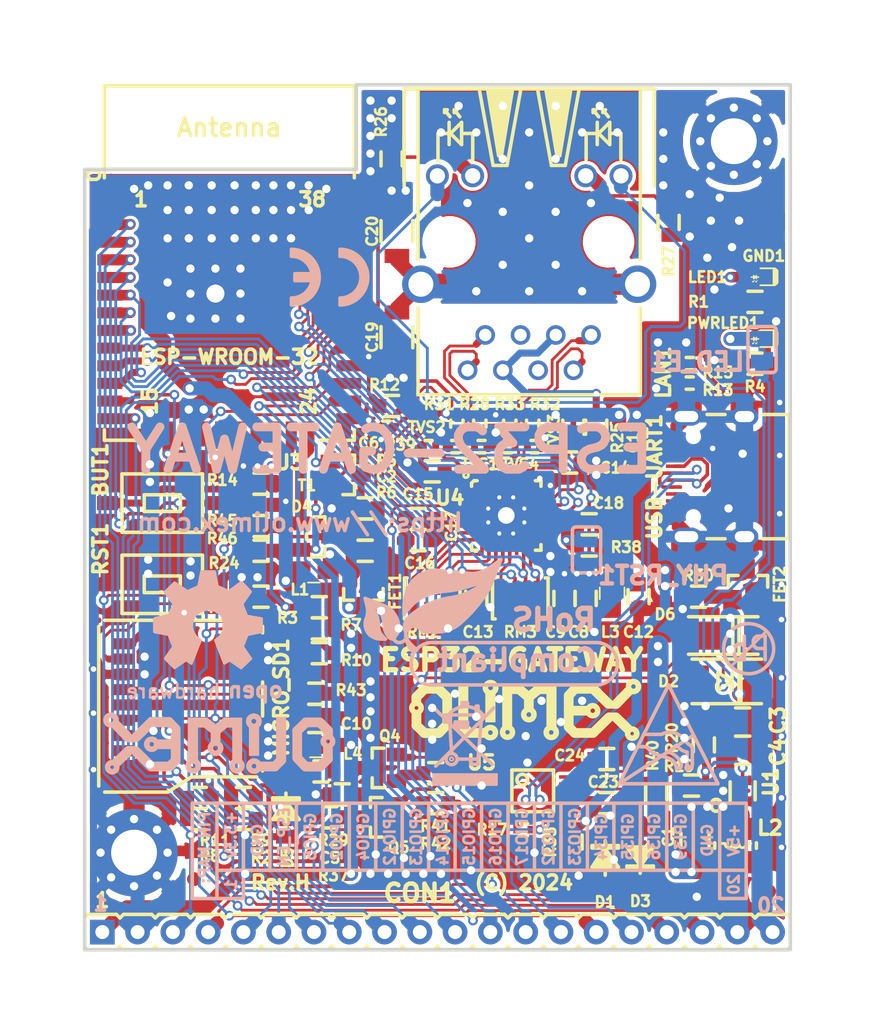
<source format=kicad_pcb>
(kicad_pcb (version 20171130) (host pcbnew 5.1.0-rc2-unknown-036be7d~80~ubuntu16.04.1)
  (title_block (title ESP32-GATEWAY) (date 2024-05-14) (rev H) (company "OLIMEX Ltd.") (comment 1 https://www.olimex.com))
  (layers (0 F.Cu mixed) (31 B.Cu mixed) (34 B.Paste user hide) (35 F.Paste user) (36 B.SilkS user) (37 F.SilkS user) (38 B.Mask user) (39 F.Mask user) (44 Edge.Cuts user))
  (net 0 "")
  (net 1 +5V)
  (net 2 GND)
  (net 3 "Net-(BUT1-Pad2)")
  (net 4 +3V3)
  (net 5 "Net-(C10-Pad1)")
  (net 6 "Net-(C18-Pad2)")
  (net 7 /ESP_EN)
  (net 8 "Net-(L2-Pad1)")
  (net 9 "Net-(R19-Pad1)")
  (net 10 "Net-(R39-Pad1)")
  (net 11 /PHYAD0)
  (net 12 /PHYAD1)
  (net 13 /PHYAD2)
  (net 14 /RMIISEL)
  (net 15 /VDD1A-2A)
  (net 16 /VDDCR)
  (net 17 "Net-(MICRO_SD1-Pad5)")
  (net 18 "Net-(LAN1-Pad1)")
  (net 19 "Net-(LAN1-Pad2)")
  (net 20 "Net-(LAN1-Pad7)")
  (net 21 "Net-(LAN1-Pad8)")
  (net 22 "Net-(LAN1-PadAG1)")
  (net 23 "Net-(LAN1-PadAY1)")
  (net 24 "Net-(LAN1-PadKG1)")
  (net 25 "Net-(LAN1-PadKY1)")
  (net 26 "Net-(C19-Pad1)")
  (net 27 /+5V_USB)
  (net 28 "Net-(Q4-Pad2)")
  (net 29 "Net-(Q4-Pad1)")
  (net 30 "Net-(Q5-Pad2)")
  (net 31 "Net-(Q5-Pad1)")
  (net 32 "Net-(U3-Pad32)")
  (net 33 "Net-(U4-Pad4)")
  (net 34 "Net-(U4-Pad14)")
  (net 35 "Net-(U4-Pad18)")
  (net 36 "Net-(U4-Pad20)")
  (net 37 "Net-(U4-Pad26)")
  (net 38 "Net-(PWRLED1-Pad1)")
  (net 39 "Net-(Q5-Pad3)")
  (net 40 "Net-(MICRO_SD1-Pad7)")
  (net 41 /D_Com)
  (net 42 /GPI35)
  (net 43 +5V_EXT)
  (net 44 /GPIO16)
  (net 45 /GPI39)
  (net 46 /GPI36)
  (net 47 /GPIO32)
  (net 48 "Net-(LED1-Pad1)")
  (net 49 +3.3VLAN)
  (net 50 /GPIO0)
  (net 51 "Net-(C2-Pad2)")
  (net 52 "Net-(R5-Pad2)")
  (net 53 "Net-(MICRO_SD1-Pad2)")
  (net 54 /GPI34\BUT1)
  (net 55 "Net-(D3-Pad2)")
  (net 56 "Net-(C24-Pad1)")
  (net 57 "Net-(MICRO_SD1-Pad8)")
  (net 58 "Net-(MICRO_SD1-Pad1)")
  (net 59 "Net-(D1-Pad1)")
  (net 60 "Net-(U3-Pad22)")
  (net 61 "Net-(U3-Pad21)")
  (net 62 "Net-(U3-Pad20)")
  (net 63 "Net-(U3-Pad19)")
  (net 64 "Net-(U3-Pad18)")
  (net 65 "Net-(U3-Pad17)")
  (net 66 "Net-(FID2-PadFid1)")
  (net 67 "Net-(FID3-PadFid1)")
  (net 68 "Net-(FID1-PadFid1)")
  (net 69 /GPIO5\PHY_PWR)
  (net 70 /GPIO3\U0RXD)
  (net 71 /GPIO2\HS2_DATA0)
  (net 72 /GPIO4\HS2_DATA1)
  (net 73 /GPIO1\U0TXD)
  (net 74 "/GPIO26\\EMAC_RXD1(RMII)")
  (net 75 "/GPIO25\\EMAC_RXD0(RMII)")
  (net 76 /GPIO27\EMAC_RX_CRS_DV)
  (net 77 "/GPIO18\\MDIO(RMII)")
  (net 78 /GPIO14\HS2_CLK)
  (net 79 /GPIO15\HS2_CMD)
  (net 80 /GPIO12\HS2_DATA2)
  (net 81 /GPIO13\HS2_DATA3)
  (net 82 /GPIO33\LED)
  (net 83 "/GPIO22\\EMAC_TXD1(RMII)")
  (net 84 "/GPIO19\\EMAC_TXD0(RMII)")
  (net 85 "/GPIO21\\EMAC_TX_EN(RMII)")
  (net 86 "/GPIO23\\MDC(RMII)")
  (net 87 /GPIO17\EMAC_CLK_OUT_180)
  (net 88 "Net-(R12-Pad1)")
  (net 89 "Net-(D5-Pad1)")
  (net 90 "Net-(FID4-PadFid1)")
  (net 91 "Net-(U1-Pad6)")
  (net 92 "Net-(R13-Pad1)")
  (net 93 "Net-(R15-Pad1)")
  (net 94 "Net-(R17-Pad1)")
  (net 95 "Net-(USB-UART1-PadA8)")
  (net 96 "Net-(USB-UART1-PadB8)")
  (net 97 /D+)
  (net 98 /D-)
  (module "OLIMEX_IC-FP:QFN32_EP(33)_5.00x5.00x0.90mm_Pitch_0.50mm" (layer F.Cu) (at 99.949 98.044 270)
    (fp_text reference U4 (at -1.27 4.064 180) (layer F.SilkS) (effects (font (size 1.016 1.016) (thickness 0.254))))
    (fp_text value LAN8710A-EZC-ABC)
    (pad 33 smd rect (at 0 0 270) (size 3.6 3.6) (layers F.Cu F.Mask) (net 2 GND))
    (pad 33 thru_hole rect (at -0.5 -1.3 270) (size 0.4 0.4) (drill 0.3) (layers *.Cu F.Mask) (net 2 GND))
    (pad 33 thru_hole rect (at 0.5 -1.3 270) (size 0.4 0.4) (drill 0.3) (layers *.Cu F.Mask) (net 2 GND))
    (pad 33 thru_hole rect (at 1.3 -0.5 270) (size 0.4 0.4) (drill 0.29972) (layers *.Cu F.Mask) (net 2 GND))
    (pad 33 thru_hole rect (at 1.3 0.5 270) (size 0.4 0.4) (drill 0.3) (layers *.Cu F.Mask) (net 2 GND))
    (pad 33 thru_hole rect (at 0.5 1.3 270) (size 0.4 0.4) (drill 0.3) (layers *.Cu F.Mask) (net 2 GND))
    (pad 33 thru_hole rect (at -0.5 1.3 270) (size 0.4 0.4) (drill 0.3) (layers *.Cu F.Mask) (net 2 GND))
    (pad 33 thru_hole rect (at -1.3 0.5 270) (size 0.4 0.4) (drill 0.3) (layers *.Cu F.Mask) (net 2 GND))
    (pad 33 thru_hole rect (at -1.3 -0.5 270) (size 0.4 0.4) (drill 0.3) (layers *.Cu F.Mask) (net 2 GND))
    (pad 33 thru_hole rect (at 0 0 270) (size 1.4224 1.4224) (drill 1.2) (layers *.Cu *.Mask) (net 2 GND))
    (pad 32 smd rect (at -2.45 1.75 270) (size 0.8 0.25) (layers F.Cu F.Paste F.Mask) (net 10 "Net-(R39-Pad1)"))
    (pad 31 smd rect (at -2.45 1.25 270) (size 0.8 0.25) (layers F.Cu F.Paste F.Mask) (net 20 "Net-(LAN1-Pad7)"))
    (pad 30 smd rect (at -2.45 0.75 270) (size 0.8 0.25) (layers F.Cu F.Paste F.Mask) (net 21 "Net-(LAN1-Pad8)"))
    (pad 29 smd rect (at -2.45 0.25 270) (size 0.8 0.25) (layers F.Cu F.Paste F.Mask) (net 18 "Net-(LAN1-Pad1)"))
    (pad 28 smd rect (at -2.45 -0.25 270) (size 0.8 0.25) (layers F.Cu F.Paste F.Mask) (net 19 "Net-(LAN1-Pad2)"))
    (pad 27 smd rect (at -2.45 -0.75 270) (size 0.8 0.25) (layers F.Cu F.Paste F.Mask) (net 15 /VDD1A-2A))
    (pad 26 smd rect (at -2.45 -1.25 270) (size 0.8 0.25) (layers F.Cu F.Paste F.Mask) (net 37 "Net-(U4-Pad26)"))
    (pad 25 smd rect (at -2.45 -1.75 270) (size 0.8 0.25) (layers F.Cu F.Paste F.Mask) (net 2 GND))
    (pad 24 smd rect (at -1.75 -2.45 180) (size 0.8 0.25) (layers F.Cu F.Paste F.Mask) (net 2 GND))
    (pad 23 smd rect (at -1.25 -2.45 180) (size 0.8 0.25) (layers F.Cu F.Paste F.Mask) (net 83 "/GPIO22\\EMAC_TXD1(RMII)"))
    (pad 22 smd rect (at -0.75 -2.45 180) (size 0.8 0.25) (layers F.Cu F.Paste F.Mask) (net 84 "/GPIO19\\EMAC_TXD0(RMII)"))
    (pad 21 smd rect (at -0.25 -2.45 180) (size 0.8 0.25) (layers F.Cu F.Paste F.Mask) (net 85 "/GPIO21\\EMAC_TX_EN(RMII)"))
    (pad 20 smd rect (at 0.25 -2.45 180) (size 0.8 0.25) (layers F.Cu F.Paste F.Mask) (net 36 "Net-(U4-Pad20)"))
    (pad 19 smd rect (at 0.75 -2.45 180) (size 0.8 0.25) (layers F.Cu F.Paste F.Mask) (net 6 "Net-(C18-Pad2)"))
    (pad 18 smd rect (at 1.25 -2.45 180) (size 0.8 0.25) (layers F.Cu F.Paste F.Mask) (net 35 "Net-(U4-Pad18)"))
    (pad 17 smd rect (at 1.75 -2.45 180) (size 0.8 0.25) (layers F.Cu F.Paste F.Mask) (net 86 "/GPIO23\\MDC(RMII)"))
    (pad 16 smd rect (at 2.45 -1.75 90) (size 0.8 0.25) (layers F.Cu F.Paste F.Mask) (net 77 "/GPIO18\\MDIO(RMII)"))
    (pad 15 smd rect (at 2.45 -1.25 90) (size 0.8 0.25) (layers F.Cu F.Paste F.Mask) (net 76 /GPIO27\EMAC_RX_CRS_DV))
    (pad 14 smd rect (at 2.45 -0.75 90) (size 0.8 0.25) (layers F.Cu F.Paste F.Mask) (net 34 "Net-(U4-Pad14)"))
    (pad 13 smd rect (at 2.45 -0.25 90) (size 0.8 0.25) (layers F.Cu F.Paste F.Mask) (net 11 /PHYAD0))
    (pad 12 smd rect (at 2.45 0.25 90) (size 0.8 0.25) (layers F.Cu F.Paste F.Mask) (net 49 +3.3VLAN))
    (pad 11 smd rect (at 2.45 0.75 90) (size 0.8 0.25) (layers F.Cu F.Paste F.Mask) (net 75 "/GPIO25\\EMAC_RXD0(RMII)"))
    (pad 10 smd rect (at 2.45 1.25 90) (size 0.8 0.25) (layers F.Cu F.Paste F.Mask) (net 74 "/GPIO26\\EMAC_RXD1(RMII)"))
    (pad 9 smd rect (at 2.45 1.75 90) (size 0.8 0.25) (layers F.Cu F.Paste F.Mask) (net 14 /RMIISEL))
    (pad 8 smd rect (at 1.75 2.45) (size 0.8 0.25) (layers F.Cu F.Paste F.Mask) (net 13 /PHYAD2))
    (pad 7 smd rect (at 1.25 2.45) (size 0.8 0.25) (layers F.Cu F.Paste F.Mask) (net 12 /PHYAD1))
    (pad 6 smd rect (at 0.75 2.45) (size 0.8 0.25) (layers F.Cu F.Paste F.Mask) (net 16 /VDDCR))
    (pad 5 smd rect (at 0.25 2.45) (size 0.8 0.25) (layers F.Cu F.Paste F.Mask) (net 87 /GPIO17\EMAC_CLK_OUT_180))
    (pad 4 smd rect (at -0.25 2.45) (size 0.8 0.25) (layers F.Cu F.Paste F.Mask) (net 33 "Net-(U4-Pad4)"))
    (pad 3 smd rect (at -0.75 2.45) (size 0.8 0.25) (layers F.Cu F.Paste F.Mask) (net 23 "Net-(LAN1-PadAY1)"))
    (pad 2 smd rect (at -1.25 2.45) (size 0.8 0.25) (layers F.Cu F.Paste F.Mask) (net 24 "Net-(LAN1-PadKG1)"))
    (pad 1 smd rect (at -1.75 2.45) (size 0.8 0.25) (layers F.Cu F.Paste F.Mask) (net 15 /VDD1A-2A))
  )
  (module "OLIMEX_Connectors-FP:USB2.0_TYPE-C(A40-00119-A52-12)" (layer F.Cu) (at 115.951 95.25)
    (fp_text reference USB-UART1 (at -5.334 0 270) (layer F.SilkS) (effects (font (size 1.016 1.016) (thickness 0.254))))
    (fp_text value USB-C-16P-F-PTH)
    (pad 0 connect rect (at 1.15 -4.9276 90) (size 1.1 2) (layers F.Cu F.Mask) (net 2 GND))
    (pad 0 connect rect (at -3.03 -4.9276 90) (size 1.1 2.2) (layers F.Cu F.Mask) (net 2 GND))
    (pad 0 connect rect (at 1.15 4.9276 90) (size 1.1 2) (layers F.Cu F.Mask) (net 2 GND))
    (pad 0 connect rect (at -3.03 4.9276 90) (size 1.1 2.2) (layers F.Cu F.Mask) (net 2 GND))
    (pad "" np_thru_hole circle (at -2.53 -2.89 90) (size 0.6 0.6) (drill 0.6) (layers *.Cu *.Mask))
    (pad B8 smd rect (at -3.932 1.75 90) (size 0.25 1.15) (layers F.Cu F.Paste F.Mask) (net 96 "Net-(USB-UART1-PadB8)"))
    (pad A5 smd rect (at -3.932 1.25 90) (size 0.25 1.15) (layers F.Cu F.Paste F.Mask) (net 93 "Net-(R15-Pad1)"))
    (pad B7 smd rect (at -3.932 0.75 90) (size 0.25 1.15) (layers F.Cu F.Paste F.Mask) (net 98 /D-))
    (pad B5 smd rect (at -3.932 -1.75 90) (size 0.25 1.15) (layers F.Cu F.Paste F.Mask) (net 92 "Net-(R13-Pad1)"))
    (pad A7 smd rect (at -3.932 -0.25 90) (size 0.25 1.15) (layers F.Cu F.Paste F.Mask) (net 98 /D-))
    (pad A8 smd rect (at -3.932 -1.25 90) (size 0.25 1.15) (layers F.Cu F.Paste F.Mask) (net 95 "Net-(USB-UART1-PadA8)"))
    (pad B6 smd rect (at -3.932 -0.75 90) (size 0.25 1.15) (layers F.Cu F.Paste F.Mask) (net 97 /D+))
    (pad A6 smd rect (at -3.932 0.25 90) (size 0.25 1.15) (layers F.Cu F.Paste F.Mask) (net 97 /D+))
    (pad 0 thru_hole oval (at -3.03 -4.32 90) (size 1.2 2.2) (drill oval 0.8 1.7) (layers *.Cu *.Mask) (net 2 GND))
    (pad 0 thru_hole oval (at 1.15 -4.32 90) (size 1.3 2) (drill oval 0.8 1.4) (layers *.Cu *.Mask) (net 2 GND))
    (pad 0 thru_hole oval (at 1.15 4.32 90) (size 1.3 2) (drill oval 0.8 1.4) (layers *.Cu *.Mask) (net 2 GND))
    (pad "" np_thru_hole circle (at -2.53 2.89 90) (size 0.6 0.6) (drill 0.6) (layers *.Cu *.Mask))
    (pad 0 thru_hole oval (at -3.03 4.32 90) (size 1.2 2.2) (drill oval 0.8 1.7) (layers *.Cu *.Mask) (net 2 GND))
    (pad B9 smd rect (at -3.932 2.275 90) (size 0.3 1.15) (layers F.Cu F.Paste F.Mask) (net 27 /+5V_USB))
    (pad B4 smd rect (at -3.932 -2.275 90) (size 0.3 1.15) (layers F.Cu F.Paste F.Mask) (net 27 /+5V_USB))
    (pad A4 smd rect (at -3.932 2.525 90) (size 0.3 1.15) (layers F.Cu F.Paste F.Mask) (net 27 /+5V_USB))
    (pad A9 smd rect (at -3.932 -2.525 90) (size 0.3 1.15) (layers F.Cu F.Paste F.Mask) (net 27 /+5V_USB))
    (pad B12 smd rect (at -3.932 3.075 90) (size 0.3 1.15) (layers F.Cu F.Paste F.Mask) (net 2 GND))
    (pad B1 smd rect (at -3.932 -3.075 90) (size 0.3 1.15) (layers F.Cu F.Paste F.Mask) (net 2 GND))
    (pad A1 smd rect (at -3.932 3.325 90) (size 0.3 1.15) (layers F.Cu F.Paste F.Mask) (net 2 GND))
    (pad A12 smd rect (at -3.932 -3.325 90) (size 0.3 1.15) (layers F.Cu F.Paste F.Mask) (net 2 GND))
  )
  (module OLIMEX_Diodes-FP:SOD-123_1C-2A_KA (layer F.Cu) (at 109.601 122.555 90)
    (fp_text reference D3 (at -3.2385 0 180) (layer F.SilkS) (effects (font (size 0.762 0.762) (thickness 0.1905))))
    (fp_text value 1N5819S4/SOD123)
    (pad 2 smd rect (at 1.9 0 90) (size 1 1.4) (layers F.Cu F.Paste F.Mask) (net 55 "Net-(D3-Pad2)") (clearance 0.0508))
    (pad 1 smd rect (at -1.9 0 90) (size 1 1.4) (layers F.Cu F.Paste F.Mask) (net 73 /GPIO1\U0TXD) (clearance 0.0508))
  )
  (module OLIMEX_RLC-FP:R_0603_5MIL_DWS (layer F.Cu) (at 113.284 117.475 180)
    (fp_text reference R19 (at 0.889 1.397 180) (layer F.SilkS) (effects (font (size 0.762 0.762) (thickness 0.1905))))
    (fp_text value 220k/R0603)
    (pad 2 smd rect (at 0.889 0 180) (size 1.016 1.016) (layers F.Cu F.Paste F.Mask) (net 4 +3V3))
    (pad 1 smd rect (at -0.889 0 180) (size 1.016 1.016) (layers F.Cu F.Paste F.Mask) (net 9 "Net-(R19-Pad1)"))
  )
  (module OLIMEX_RLC-FP:R_0603_5MIL_DWS (layer F.Cu) (at 104.648 121.539 270)
    (fp_text reference R35 (at 0 1.524 270) (layer F.SilkS) (effects (font (size 0.762 0.762) (thickness 0.1905))))
    (fp_text value 10k/R0603)
    (pad 2 smd rect (at 0.889 0 270) (size 1.016 1.016) (layers F.Cu F.Paste F.Mask) (net 55 "Net-(D3-Pad2)"))
    (pad 1 smd rect (at -0.889 0 270) (size 1.016 1.016) (layers F.Cu F.Paste F.Mask) (net 27 /+5V_USB))
  )
  (module OLIMEX_IC-FP:MSOP-10_Pitch-0.5mm_3.00x3.00x1.00mm (layer F.Cu) (at 101.854 117.856 270)
    (fp_text reference U5 (at -2.032 3.683) (layer F.SilkS) (effects (font (size 1.016 1.016) (thickness 0.254))))
    (fp_text value "CH340X(MSOP-10)")
    (pad 1 smd rect (at -1 2.4 270) (size 0.25 1) (layers F.Cu F.Paste F.Mask) (net 97 /D+))
    (pad 2 smd rect (at -0.5 2.4 270) (size 0.25 1) (layers F.Cu F.Paste F.Mask) (net 98 /D-))
    (pad 3 smd rect (at 0 2.4 270) (size 0.25 1) (layers F.Cu F.Paste F.Mask) (net 2 GND))
    (pad 4 smd rect (at 0.5 2.4 270) (size 0.25 1) (layers F.Cu F.Paste F.Mask) (net 28 "Net-(Q4-Pad2)"))
    (pad 5 smd rect (at 1 2.4 270) (size 0.25 1) (layers F.Cu F.Paste F.Mask) (net 94 "Net-(R17-Pad1)"))
    (pad 6 smd rect (at 1 -2.4 270) (size 0.25 1) (layers F.Cu F.Paste F.Mask) (net 30 "Net-(Q5-Pad2)"))
    (pad 7 smd rect (at 0.5 -2.4 270) (size 0.25 1) (layers F.Cu F.Paste F.Mask) (net 27 /+5V_USB))
    (pad 8 smd rect (at 0 -2.4 270) (size 0.25 1) (layers F.Cu F.Paste F.Mask) (net 59 "Net-(D1-Pad1)"))
    (pad 9 smd rect (at -0.5 -2.4 270) (size 0.25 1) (layers F.Cu F.Paste F.Mask) (net 55 "Net-(D3-Pad2)"))
    (pad 10 smd rect (at -1 -2.4 270) (size 0.25 1) (layers F.Cu F.Paste F.Mask) (net 56 "Net-(C24-Pad1)"))
  )
  (module OLIMEX_Cases-FP:ESP-WROOM-32_MODULE (layer F.Cu) (at 80.01 79.883)
    (fp_text reference U3 (at 4.318 14.351) (layer F.SilkS) (effects (font (size 1.016 1.016) (thickness 0.254))))
    (fp_text value ESP32-WROOM-32E-N4)
    (fp_text user 24 (at 5.715 9.935 90) (layer F.SilkS) (effects (font (size 1.016 1.016) (thickness 0.254))))
    (fp_text user 15 (at -5.715 9.935 90) (layer F.SilkS) (effects (font (size 1.016 1.016) (thickness 0.254))))
    (fp_text user 38 (at 5.969 -4.572) (layer F.SilkS) (effects (font (size 1.016 1.016) (thickness 0.254))))
    (fp_text user 1 (at -6.35 -4.572) (layer F.SilkS) (effects (font (size 1.016 1.016) (thickness 0.254))))
    (fp_text user ESP-WROOM-32 (at 0 6.76) (layer F.SilkS) (effects (font (size 1.016 1.016) (thickness 0.254))))
    (fp_text user Antenna (at 0 -9.75) (layer F.SilkS) (effects (font (size 1.27 1.27) (thickness 0.254))))
    (fp_text user o (at -9.906 -6.35 90) (layer F.SilkS) (effects (font (size 1.27 1.27) (thickness 0.254))))
    (pad 39 thru_hole circle (at -2.8 4) (size 1.3 1.3) (drill 0.6) (layers *.Cu) (net 2 GND))
    (pad 39 thru_hole circle (at -1 2.2) (size 2 2) (drill 1.3) (layers *.Cu *.Mask) (net 2 GND))
    (pad 39 smd rect (at -1 2.2) (size 5 5) (layers F.Cu F.Mask) (net 2 GND))
    (pad 38 smd rect (at 8.6 -5.31) (size 1.8 0.8) (layers F.Cu F.Paste F.Mask) (net 2 GND))
    (pad 37 smd rect (at 8.6 -4.04) (size 1.8 0.8) (layers F.Cu F.Paste F.Mask) (net 86 "/GPIO23\\MDC(RMII)"))
    (pad 36 smd rect (at 8.6 -2.77) (size 1.8 0.8) (layers F.Cu F.Paste F.Mask) (net 83 "/GPIO22\\EMAC_TXD1(RMII)"))
    (pad 35 smd rect (at 8.6 -1.5) (size 1.8 0.8) (layers F.Cu F.Paste F.Mask) (net 73 /GPIO1\U0TXD))
    (pad 34 smd rect (at 8.6 -0.23) (size 1.8 0.8) (layers F.Cu F.Paste F.Mask) (net 70 /GPIO3\U0RXD))
    (pad 33 smd rect (at 8.6 1.04) (size 1.8 0.8) (layers F.Cu F.Paste F.Mask) (net 85 "/GPIO21\\EMAC_TX_EN(RMII)"))
    (pad 32 smd rect (at 8.6 2.31) (size 1.8 0.8) (layers F.Cu F.Paste F.Mask) (net 32 "Net-(U3-Pad32)"))
    (pad 31 smd rect (at 8.6 3.58) (size 1.8 0.8) (layers F.Cu F.Paste F.Mask) (net 84 "/GPIO19\\EMAC_TXD0(RMII)"))
    (pad 30 smd rect (at 8.6 4.85) (size 1.8 0.8) (layers F.Cu F.Paste F.Mask) (net 77 "/GPIO18\\MDIO(RMII)"))
    (pad 29 smd rect (at 8.6 6.12) (size 1.8 0.8) (layers F.Cu F.Paste F.Mask) (net 69 /GPIO5\PHY_PWR))
    (pad 28 smd rect (at 8.6 7.39) (size 1.8 0.8) (layers F.Cu F.Paste F.Mask) (net 88 "Net-(R12-Pad1)"))
    (pad 27 smd rect (at 8.6 8.66) (size 1.8 0.8) (layers F.Cu F.Paste F.Mask) (net 44 /GPIO16))
    (pad 26 smd rect (at 8.6 9.93) (size 1.8 0.8) (layers F.Cu F.Paste F.Mask) (net 72 /GPIO4\HS2_DATA1))
    (pad 25 smd rect (at 8.6 11.2) (size 1.8 0.8) (layers F.Cu F.Paste F.Mask) (net 50 /GPIO0))
    (pad 24 smd rect (at 5.73 12.3) (size 0.8 1.8) (layers F.Cu F.Paste F.Mask) (net 71 /GPIO2\HS2_DATA0))
    (pad 23 smd rect (at 4.46 12.3) (size 0.8 1.8) (layers F.Cu F.Paste F.Mask) (net 79 /GPIO15\HS2_CMD))
    (pad 22 smd rect (at 3.19 12.3) (size 0.8 1.8) (layers F.Cu F.Paste F.Mask) (net 60 "Net-(U3-Pad22)"))
    (pad 21 smd rect (at 1.92 12.3) (size 0.8 1.8) (layers F.Cu F.Paste F.Mask) (net 61 "Net-(U3-Pad21)"))
    (pad 20 smd rect (at 0.65 12.3) (size 0.8 1.8) (layers F.Cu F.Paste F.Mask) (net 62 "Net-(U3-Pad20)"))
    (pad 19 smd rect (at -0.62 12.3) (size 0.8 1.8) (layers F.Cu F.Paste F.Mask) (net 63 "Net-(U3-Pad19)"))
    (pad 18 smd rect (at -1.89 12.3) (size 0.8 1.8) (layers F.Cu F.Paste F.Mask) (net 64 "Net-(U3-Pad18)"))
    (pad 17 smd rect (at -3.16 12.3) (size 0.8 1.8) (layers F.Cu F.Paste F.Mask) (net 65 "Net-(U3-Pad17)"))
    (pad 16 smd rect (at -4.43 12.3) (size 0.8 1.8) (layers F.Cu F.Paste F.Mask) (net 81 /GPIO13\HS2_DATA3))
    (pad 15 smd rect (at -5.7 12.3) (size 0.8 1.8) (layers F.Cu F.Paste F.Mask) (net 2 GND))
    (pad 14 smd rect (at -8.6 11.2) (size 1.8 0.8) (layers F.Cu F.Paste F.Mask) (net 80 /GPIO12\HS2_DATA2))
    (pad 13 smd rect (at -8.6 9.93) (size 1.8 0.8) (layers F.Cu F.Paste F.Mask) (net 78 /GPIO14\HS2_CLK))
    (pad 12 smd rect (at -8.6 8.66) (size 1.8 0.8) (layers F.Cu F.Paste F.Mask) (net 76 /GPIO27\EMAC_RX_CRS_DV))
    (pad 11 smd rect (at -8.6 7.39) (size 1.8 0.8) (layers F.Cu F.Paste F.Mask) (net 74 "/GPIO26\\EMAC_RXD1(RMII)"))
    (pad 10 smd rect (at -8.6 6.12) (size 1.8 0.8) (layers F.Cu F.Paste F.Mask) (net 75 "/GPIO25\\EMAC_RXD0(RMII)"))
    (pad 9 smd rect (at -8.6 4.85) (size 1.8 0.8) (layers F.Cu F.Paste F.Mask) (net 82 /GPIO33\LED))
    (pad 8 smd rect (at -8.6 3.58) (size 1.8 0.8) (layers F.Cu F.Paste F.Mask) (net 47 /GPIO32))
    (pad 7 smd rect (at -8.6 2.31) (size 1.8 0.8) (layers F.Cu F.Paste F.Mask) (net 42 /GPI35))
    (pad 6 smd rect (at -8.6 1.04) (size 1.8 0.8) (layers F.Cu F.Paste F.Mask) (net 54 /GPI34\BUT1))
    (pad 5 smd rect (at -8.6 -0.23) (size 1.8 0.8) (layers F.Cu F.Paste F.Mask) (net 45 /GPI39))
    (pad 4 smd rect (at -8.6 -1.5) (size 1.8 0.8) (layers F.Cu F.Paste F.Mask) (net 46 /GPI36))
    (pad 3 smd rect (at -8.6 -2.77) (size 1.8 0.8) (layers F.Cu F.Paste F.Mask) (net 7 /ESP_EN))
    (pad 2 smd rect (at -8.6 -4.04) (size 1.8 0.8) (layers F.Cu F.Paste F.Mask) (net 4 +3V3))
    (pad 1 smd rect (at -8.6 -5.31) (size 1.8 0.8) (layers F.Cu F.Paste F.Mask) (net 2 GND))
    (pad 39 thru_hole circle (at 0.8 4) (size 1.3 1.3) (drill 0.6) (layers *.Cu) (net 2 GND))
    (pad 39 thru_hole circle (at -2.8 0.4) (size 1.3 1.3) (drill 0.6) (layers *.Cu) (net 2 GND))
    (pad 39 thru_hole circle (at 0.8 0.4) (size 1.3 1.3) (drill 0.6) (layers *.Cu) (net 2 GND))
    (pad 39 thru_hole circle (at -1 0.4) (size 1.3 1.3) (drill 0.6) (layers *.Cu) (net 2 GND))
    (pad 39 thru_hole circle (at -1 4) (size 1.3 1.3) (drill 0.6) (layers *.Cu) (net 2 GND))
    (pad 39 thru_hole circle (at -2.8 2.2) (size 1.3 1.3) (drill 0.6) (layers *.Cu) (net 2 GND))
    (pad 39 thru_hole circle (at 0.8 2.2) (size 1.3 1.3) (drill 0.6) (layers *.Cu) (net 2 GND))
  )
  (module OLIMEX_Signs-FP:CE_Sign (layer B.Cu) (at 86.233 80.899 180)
    (fp_text reference Sign_CE hide)
    (fp_text value CE_Sign hide)
  )
  (module OLIMEX_RLC-FP:R_0603_5MIL_DWS (layer F.Cu) (at 86.614 116.459 180)
    (fp_text reference R29 (at -0.889 -4.953) (layer F.SilkS) (effects (font (size 0.762 0.762) (thickness 0.1905))))
    (fp_text value 10k/R0603)
    (pad 2 smd rect (at 0.889 0 180) (size 1.016 1.016) (layers F.Cu F.Paste F.Mask) (net 79 /GPIO15\HS2_CMD))
    (pad 1 smd rect (at -0.889 0 180) (size 1.016 1.016) (layers F.Cu F.Paste F.Mask) (net 4 +3V3))
  )
  (module OLIMEX_Jumpers-FP:SJ (layer B.Cu) (at 118.364 86.106 90)
    (fp_text reference LED_E1 (at -0.889 -4.699 180) (layer B.SilkS) (effects (font (size 1.27 1.27) (thickness 0.3175)) (justify mirror)))
    (fp_text value Closed)
    (pad 2 smd rect (at 0.762 0 90) (size 1.1684 1.6002) (layers B.Cu B.Mask) (net 1 +5V) (clearance 0.0508))
    (pad 1 smd rect (at -0.762 0 90) (size 1.1684 1.6002) (layers B.Cu B.Mask) (net 1 +5V))
    (pad 1 smd rect (at -0.762 0 90) (size 1.1684 1.6002) (layers B.Cu B.Mask) (net 1 +5V) (clearance 0.0508))
  )
  (module OLIMEX_Connectors-FP:TFC-WXCP11-08-LF (layer F.Cu) (at 76.327 111.125 180)
    (fp_text reference MICRO_SD1 (at -7.4295 0 270) (layer F.SilkS) (effects (font (size 1.016 1.016) (thickness 0.254))))
    (fp_text value TFC-WXCP11-08-LF)
    (pad SH2 smd rect (at -5.25 -3.15 270) (size 3.1 1.5) (layers F.Cu F.Paste F.Mask) (net 2 GND))
    (pad SH1 smd rect (at -5.25 2.91 270) (size 3.1 1.5) (layers F.Cu F.Paste F.Mask) (net 2 GND))
    (pad FID4 smd circle (at 5.72 5.54 270) (size 0.4 0.4) (layers F.Cu F.Mask))
    (pad FID3 smd circle (at -6.08 5.54 270) (size 0.4 0.4) (layers F.Cu F.Mask))
    (pad FID2 smd circle (at -6.08 -5.73 270) (size 0.4 0.4) (layers F.Cu F.Mask))
    (pad FID1 smd circle (at 5.72 -6.82 270) (size 0.4 0.4) (layers F.Cu F.Mask))
    (pad 8 smd rect (at 4 3.85 270) (size 0.8 1.5) (layers F.Cu F.Paste F.Mask) (net 57 "Net-(MICRO_SD1-Pad8)"))
    (pad 7 smd rect (at 4 2.75 270) (size 0.8 1.5) (layers F.Cu F.Paste F.Mask) (net 40 "Net-(MICRO_SD1-Pad7)"))
    (pad 6 smd rect (at 4 1.65 270) (size 0.8 1.5) (layers F.Cu F.Paste F.Mask) (net 2 GND))
    (pad 5 smd rect (at 4 0.55 270) (size 0.8 1.5) (layers F.Cu F.Paste F.Mask) (net 17 "Net-(MICRO_SD1-Pad5)"))
    (pad 4 smd rect (at 4 -0.55 270) (size 0.8 1.5) (layers F.Cu F.Paste F.Mask) (net 5 "Net-(C10-Pad1)"))
    (pad 3 smd rect (at 4 -1.65 270) (size 0.8 1.5) (layers F.Cu F.Paste F.Mask) (net 79 /GPIO15\HS2_CMD))
    (pad 2 smd rect (at 4 -2.75 270) (size 0.8 1.5) (layers F.Cu F.Paste F.Mask) (net 53 "Net-(MICRO_SD1-Pad2)"))
    (pad 1 smd rect (at 4 -3.85 270) (size 0.8 1.5) (layers F.Cu F.Paste F.Mask) (net 58 "Net-(MICRO_SD1-Pad1)"))
  )
  (module OLIMEX_LOGOs-FP:OLIMEX_LOGO_TB (layer F.Cu) (at 101.473 112.014)
    (fp_text reference Logo-OlimexBIG hide)
    (fp_text value "" hide)
  )
  (module OLIMEX_RLC-FP:R_0603_5MIL_DWS (layer F.Cu) (at 89.789 97.536 180)
    (fp_text reference R5 (at -1.524 3.429 180) (layer F.SilkS) (effects (font (size 0.762 0.762) (thickness 0.1905))))
    (fp_text value 1k/R0603)
    (pad 2 smd rect (at 0.889 0 180) (size 1.016 1.016) (layers F.Cu F.Paste F.Mask) (net 52 "Net-(R5-Pad2)"))
    (pad 1 smd rect (at -0.889 0 180) (size 1.016 1.016) (layers F.Cu F.Paste F.Mask) (net 51 "Net-(C2-Pad2)"))
  )
  (module OLIMEX_RLC-FP:L_0805_5MIL_DWS (layer F.Cu) (at 86.106 101.981)
    (fp_text reference L1 (at -1.016 1.397) (layer F.SilkS) (effects (font (size 0.762 0.762) (thickness 0.1905))))
    (fp_text value "NA(FB0805/600R/2A)")
    (pad 1 smd rect (at -1.016 0) (size 1.524 1.27) (layers F.Cu F.Paste F.Mask) (net 4 +3V3) (clearance 0.0508))
    (pad 2 smd rect (at 1.016 0) (size 1.524 1.27) (layers F.Cu F.Paste F.Mask) (net 49 +3.3VLAN) (clearance 0.0508))
  )
  (module OLIMEX_RLC-FP:C_0603_5MIL_DWS (layer F.Cu) (at 89.788999 99.06)
    (fp_text reference C2 (at 1.524001 -3.81 180) (layer F.SilkS) (effects (font (size 0.762 0.762) (thickness 0.1905))))
    (fp_text value 22uF/6.3V/20%/X5R/C0603)
    (pad 2 smd rect (at 0.889 0) (size 1.016 1.016) (layers F.Cu F.Paste F.Mask) (net 51 "Net-(C2-Pad2)") (clearance 0.0508))
    (pad 1 smd rect (at -0.889 0) (size 1.016 1.016) (layers F.Cu F.Paste F.Mask) (net 4 +3V3) (clearance 0.0508))
  )
  (module OLIMEX_Transistors-FP:SOT23 (layer F.Cu) (at 88.392 95.123 180)
    (fp_text reference T1 (at 2.794 -0.762 180) (layer F.SilkS) (effects (font (size 0.762 0.762) (thickness 0.1905))))
    (fp_text value LMUN2211LT1G)
    (pad 1 smd rect (at 1.10744 0.94996 180) (size 1.4 1) (layers F.Cu F.Paste F.Mask) (net 69 /GPIO5\PHY_PWR) (clearance 0.0508))
    (pad 2 smd rect (at 1.10744 -0.9525 180) (size 1.4 1) (layers F.Cu F.Paste F.Mask) (net 2 GND) (clearance 0.0508))
    (pad 3 smd rect (at -1.10236 0.00254 180) (size 1.4 1) (layers F.Cu F.Paste F.Mask) (net 52 "Net-(R5-Pad2)") (clearance 0.0508))
  )
  (module OLIMEX_RLC-FP:R_0603_5MIL_DWS (layer F.Cu) (at 89.788999 100.584)
    (fp_text reference R6 (at 1.524001 -4.191) (layer F.SilkS) (effects (font (size 0.762 0.762) (thickness 0.1905))))
    (fp_text value 10k/R0603)
    (pad 2 smd rect (at 0.889 0) (size 1.016 1.016) (layers F.Cu F.Paste F.Mask) (net 51 "Net-(C2-Pad2)"))
    (pad 1 smd rect (at -0.889 0) (size 1.016 1.016) (layers F.Cu F.Paste F.Mask) (net 4 +3V3))
  )
  (module OLIMEX_Transistors-FP:SOT23 (layer F.Cu) (at 89.662 103.505 90)
    (fp_text reference FET1 (at 0 2.286 270) (layer F.SilkS) (effects (font (size 0.762 0.762) (thickness 0.1905))))
    (fp_text value WPM2015-3/TR)
    (pad 1 smd rect (at 1.10744 0.94996 90) (size 1.4 1) (layers F.Cu F.Paste F.Mask) (net 51 "Net-(C2-Pad2)") (clearance 0.0508))
    (pad 2 smd rect (at 1.10744 -0.9525 90) (size 1.4 1) (layers F.Cu F.Paste F.Mask) (net 4 +3V3) (clearance 0.0508))
    (pad 3 smd rect (at -1.10236 0.00254 90) (size 1.4 1) (layers F.Cu F.Paste F.Mask) (net 49 +3.3VLAN) (clearance 0.0508))
  )
  (module "OLIMEX_Diodes-FP:DO214AA_1(K)-2(A)" (layer F.Cu) (at 115.824 109.982 180)
    (fp_text reference D2 (at 4.191 0 180) (layer F.SilkS) (effects (font (size 0.762 0.762) (thickness 0.1905))))
    (fp_text value "SMBJ6.0A(DO-214AA)")
    (pad 2 smd rect (at 2.177 0 180) (size 1.778 2.286) (layers F.Cu F.Paste F.Mask) (net 2 GND))
    (pad 1 smd rect (at -2.177 0 180) (size 1.778 2.286) (layers F.Cu F.Paste F.Mask) (net 1 +5V))
  )
  (module OLIMEX_RLC-FP:R_0603_5MIL_DWS (layer F.Cu) (at 86.487 104.648 180)
    (fp_text reference R3 (at 2.286 -0.762 180) (layer F.SilkS) (effects (font (size 0.762 0.762) (thickness 0.1905))))
    (fp_text value 2.2k/R0603)
    (pad 2 smd rect (at 0.889 0 180) (size 1.016 1.016) (layers F.Cu F.Paste F.Mask) (net 71 /GPIO2\HS2_DATA0))
    (pad 1 smd rect (at -0.889 0 180) (size 1.016 1.016) (layers F.Cu F.Paste F.Mask) (net 4 +3V3))
  )
  (module OLIMEX_RLC-FP:R_0603_5MIL_DWS (layer F.Cu) (at 81.026 119.888 180)
    (fp_text reference R2 (at -1.27 -2.794 180) (layer F.SilkS) (effects (font (size 0.762 0.762) (thickness 0.1905))))
    (fp_text value 2.2k/R0603)
    (pad 2 smd rect (at 0.889 0 180) (size 1.016 1.016) (layers F.Cu F.Paste F.Mask) (net 53 "Net-(MICRO_SD1-Pad2)"))
    (pad 1 smd rect (at -0.889 0 180) (size 1.016 1.016) (layers F.Cu F.Paste F.Mask) (net 4 +3V3))
  )
  (module OLIMEX_LOGOs-FP:OLIMEX_LOGO_TB (layer B.Cu) (at 79.121 114.427 180)
    (fp_text reference Logo-OLimeX hide)
    (fp_text value "" hide)
  )
  (module OLIMEX_LOGOs-FP:LOGO_ROHS_1 (layer B.Cu) (at 106.934 109.601 180)
    (fp_text reference Sign_RoHS hide)
    (fp_text value Val** hide)
    (fp_text user Compliant (at 6.20014 1.143 180) (layer B.SilkS) (effects (font (size 1.524 1.524) (thickness 0.35)) (justify mirror)))
    (fp_text user RoHS (at 3.556 4.04368 180) (layer B.SilkS) (effects (font (size 1.524 1.524) (thickness 0.381)) (justify mirror)))
  )
  (module OLIMEX_LOGOs-FP:LOGO_RECYCLEBIN_1 (layer B.Cu) (at 99.314 117.475 180)
    (fp_text reference Sign-RecyclBin hide)
    (fp_text value "" hide)
  )
  (module OLIMEX_LOGOs-FP:LOGO_PBFREE (layer B.Cu) (at 117.602 107.315)
    (fp_text reference Sign_Pb-Free)
    (fp_text value "")
    (fp_text user Pb (at -0.08636 0.33528) (layer B.SilkS) (effects (font (size 1.7 1.5) (thickness 0.254)) (justify mirror)))
  )
  (module OLIMEX_LOGOs-FP:LOGO_OPENHARDWARE_8x8 (layer B.Cu) (at 78.486 106.045 180)
    (fp_text reference Logo-OSHW hide)
    (fp_text value "" hide)
    (fp_text user open (at -3.40106 -4.55676 180) (layer B.SilkS) (effects (font (size 1.1 1.1) (thickness 0.254)) (justify mirror)))
    (fp_text user hardware (at 2.51206 -4.6482 180) (layer B.SilkS) (effects (font (thickness 0.18)) (justify mirror)))
  )
  (module OLIMEX_LOGOs-FP:LOGO_ANTISTATIC_1 (layer B.Cu) (at 115.189 117.348 180)
    (fp_text reference Sign-Antistatic hide)
    (fp_text value Val** hide)
  )
  (module OLIMEX_RLC-FP:R_0603_5MIL_DWS (layer F.Cu) (at 117.856 82.677)
    (fp_text reference R1 (at -4.064 0) (layer F.SilkS) (effects (font (size 0.762 0.762) (thickness 0.1905))))
    (fp_text value 2.2k/R0603)
    (pad 2 smd rect (at 0.889 0) (size 1.016 1.016) (layers F.Cu F.Paste F.Mask) (net 48 "Net-(LED1-Pad1)"))
    (pad 1 smd rect (at -0.889 0) (size 1.016 1.016) (layers F.Cu F.Paste F.Mask) (net 2 GND))
  )
  (module OLIMEX_LEDs-FP:LED_0603_KA (layer F.Cu) (at 117.856 80.899 180)
    (fp_text reference LED1 (at 3.429 0 180) (layer F.SilkS) (effects (font (size 0.762 0.762) (thickness 0.1905))))
    (fp_text value LED/GREEN/0603)
    (pad 1 smd rect (at -0.762 0) (size 0.8 0.8) (layers F.Cu F.Paste F.Mask) (net 48 "Net-(LED1-Pad1)"))
    (pad 2 smd rect (at 0.762 0) (size 0.8 0.8) (layers F.Cu F.Paste F.Mask) (net 82 /GPIO33\LED))
  )
  (module OLIMEX_Connectors-FP:HN1x20 (layer F.Cu) (at 94.996 128.016)
    (fp_text reference CON1 (at -1.27 -2.794) (layer F.SilkS) (effects (font (size 1.27 1.27) (thickness 0.3175))))
    (fp_text value "NA(HN1x20)")
    (pad 4 thru_hole circle (at -16.51 0) (size 1.778 1.778) (drill 1) (layers *.Cu *.Mask) (net 69 /GPIO5\PHY_PWR))
    (pad 3 thru_hole circle (at -19.05 0) (size 1.778 1.778) (drill 1) (layers *.Cu *.Mask) (net 7 /ESP_EN))
    (pad 2 thru_hole circle (at -21.59 0) (size 1.778 1.778) (drill 1) (layers *.Cu *.Mask) (net 2 GND))
    (pad 1 thru_hole rect (at -24.13 0) (size 1.778 1.778) (drill 1) (layers *.Cu *.Mask) (net 4 +3V3))
    (pad 5 thru_hole circle (at -13.97 0) (size 1.778 1.778) (drill 1) (layers *.Cu *.Mask) (net 71 /GPIO2\HS2_DATA0))
    (pad 6 thru_hole circle (at -11.43 0) (size 1.778 1.778) (drill 1) (layers *.Cu *.Mask) (net 72 /GPIO4\HS2_DATA1))
    (pad 8 thru_hole circle (at -6.35 0) (size 1.778 1.778) (drill 1) (layers *.Cu *.Mask) (net 81 /GPIO13\HS2_DATA3))
    (pad 7 thru_hole circle (at -8.89 0) (size 1.778 1.778) (drill 1) (layers *.Cu *.Mask) (net 80 /GPIO12\HS2_DATA2))
    (pad 9 thru_hole circle (at -3.81 0) (size 1.778 1.778) (drill 1) (layers *.Cu *.Mask) (net 78 /GPIO14\HS2_CLK))
    (pad 10 thru_hole circle (at -1.27 0) (size 1.778 1.778) (drill 1) (layers *.Cu *.Mask) (net 79 /GPIO15\HS2_CMD))
    (pad 12 thru_hole circle (at 3.81 0) (size 1.778 1.778) (drill 1) (layers *.Cu *.Mask) (net 87 /GPIO17\EMAC_CLK_OUT_180))
    (pad 11 thru_hole circle (at 1.27 0) (size 1.778 1.778) (drill 1) (layers *.Cu *.Mask) (net 44 /GPIO16))
    (pad 13 thru_hole circle (at 6.35 0) (size 1.778 1.778) (drill 1) (layers *.Cu *.Mask) (net 47 /GPIO32))
    (pad 14 thru_hole circle (at 8.89 0) (size 1.778 1.778) (drill 1) (layers *.Cu *.Mask) (net 82 /GPIO33\LED))
    (pad 16 thru_hole circle (at 13.97 0) (size 1.778 1.778) (drill 1) (layers *.Cu *.Mask) (net 42 /GPI35))
    (pad 15 thru_hole circle (at 11.43 0) (size 1.778 1.778) (drill 1) (layers *.Cu *.Mask) (net 54 /GPI34\BUT1))
    (pad 19 thru_hole circle (at 21.59 0) (size 1.778 1.778) (drill 1) (layers *.Cu *.Mask) (net 2 GND))
    (pad 20 thru_hole circle (at 24.13 0) (size 1.778 1.778) (drill 1) (layers *.Cu *.Mask) (net 43 +5V_EXT))
    (pad 18 thru_hole circle (at 19.05 0) (size 1.778 1.778) (drill 1) (layers *.Cu *.Mask) (net 45 /GPI39))
    (pad 17 thru_hole circle (at 16.51 0) (size 1.778 1.778) (drill 1) (layers *.Cu *.Mask) (net 46 /GPI36))
  )
  (module OLIMEX_RLC-FP:R_0603_5MIL_DWS (layer F.Cu) (at 87.249 119.761 180)
    (fp_text reference R37 (at -0.254 -4.191 180) (layer F.SilkS) (effects (font (size 0.762 0.762) (thickness 0.1905))))
    (fp_text value 220R/R0603)
    (pad 2 smd rect (at 0.889 0 180) (size 1.016 1.016) (layers F.Cu F.Paste F.Mask) (net 41 /D_Com))
    (pad 1 smd rect (at -0.889 0 180) (size 1.016 1.016) (layers F.Cu F.Paste F.Mask) (net 39 "Net-(Q5-Pad3)"))
  )
  (module OLIMEX_RLC-FP:C_0805_5MIL_DWS (layer F.Cu) (at 116.967 114.935 180)
    (fp_text reference C4 (at -2.54 -0.127 270) (layer F.SilkS) (effects (font (size 1.016 1.016) (thickness 0.254))))
    (fp_text value 47uF/6.3V/20%/X5R/C0805)
    (pad 2 smd rect (at 1.016 0 270) (size 1.524 1.27) (layers F.Cu F.Paste F.Mask) (net 2 GND))
    (pad 1 smd rect (at -1.016 0 270) (size 1.524 1.27) (layers F.Cu F.Paste F.Mask) (net 1 +5V))
  )
  (module OLIMEX_RLC-FP:C_0805_5MIL_DWS (layer F.Cu) (at 116.967 112.903 180)
    (fp_text reference C3 (at -2.54 0.127 270) (layer F.SilkS) (effects (font (size 1.016 1.016) (thickness 0.254))))
    (fp_text value "NA(47uF/6.3V/20%/X5R/C0805)")
    (pad 2 smd rect (at 1.016 0 270) (size 1.524 1.27) (layers F.Cu F.Paste F.Mask) (net 2 GND))
    (pad 1 smd rect (at -1.016 0 270) (size 1.524 1.27) (layers F.Cu F.Paste F.Mask) (net 1 +5V))
  )
  (module OLIMEX_RLC-FP:R_0603_5MIL_DWS (layer F.Cu) (at 114.173 114.554 90)
    (fp_text reference R20 (at 0.508 -2.286 90) (layer F.SilkS) (effects (font (size 0.762 0.762) (thickness 0.1905))))
    (fp_text value 49.9k/1%/R0603)
    (pad 2 smd rect (at 0.889 0 90) (size 1.016 1.016) (layers F.Cu F.Paste F.Mask) (net 2 GND))
    (pad 1 smd rect (at -0.889 0 90) (size 1.016 1.016) (layers F.Cu F.Paste F.Mask) (net 9 "Net-(R19-Pad1)"))
  )
  (module OLIMEX_RLC-FP:R_0603_5MIL_DWS (layer F.Cu) (at 117.856 87.122 180)
    (fp_text reference R4 (at 0 -1.651 180) (layer F.SilkS) (effects (font (size 0.762 0.762) (thickness 0.1905))))
    (fp_text value 2.2k/R0603)
    (pad 2 smd rect (at 0.889 0 180) (size 1.016 1.016) (layers F.Cu F.Paste F.Mask) (net 2 GND))
    (pad 1 smd rect (at -0.889 0 180) (size 1.016 1.016) (layers F.Cu F.Paste F.Mask) (net 38 "Net-(PWRLED1-Pad1)"))
  )
  (module OLIMEX_RLC-FP:R_0603_5MIL_DWS (layer F.Cu) (at 82.296 98.806)
    (fp_text reference R46 (at -2.794 0.889) (layer F.SilkS) (effects (font (size 0.762 0.762) (thickness 0.1905))))
    (fp_text value NA/R0603)
    (pad 2 smd rect (at 0.889 0) (size 1.016 1.016) (layers F.Cu F.Paste F.Mask) (net 41 /D_Com))
    (pad 1 smd rect (at -0.889 0) (size 1.016 1.016) (layers F.Cu F.Paste F.Mask) (net 54 /GPI34\BUT1))
  )
  (module OLIMEX_RLC-FP:R_0603_5MIL_DWS (layer F.Cu) (at 82.296 97.282 180)
    (fp_text reference R45 (at 2.794 -1.143 180) (layer F.SilkS) (effects (font (size 0.762 0.762) (thickness 0.1905))))
    (fp_text value 10k/R0603)
    (pad 2 smd rect (at 0.889 0 180) (size 1.016 1.016) (layers F.Cu F.Paste F.Mask) (net 54 /GPI34\BUT1))
    (pad 1 smd rect (at -0.889 0 180) (size 1.016 1.016) (layers F.Cu F.Paste F.Mask) (net 4 +3V3))
  )
  (module OLIMEX_RLC-FP:R_0603_5MIL_DWS (layer F.Cu) (at 94.869 118.745 180)
    (fp_text reference R42 (at 0 -2.921 180) (layer F.SilkS) (effects (font (size 0.762 0.762) (thickness 0.1905))))
    (fp_text value 1k/R0603)
    (pad 2 smd rect (at 0.889 0 180) (size 1.016 1.016) (layers F.Cu F.Paste F.Mask) (net 31 "Net-(Q5-Pad1)"))
    (pad 1 smd rect (at -0.889 0 180) (size 1.016 1.016) (layers F.Cu F.Paste F.Mask) (net 28 "Net-(Q4-Pad2)"))
  )
  (module OLIMEX_RLC-FP:R_0603_5MIL_DWS (layer F.Cu) (at 113.792 103.886 180)
    (fp_text reference R30 (at 0 1.524 180) (layer F.SilkS) (effects (font (size 0.762 0.762) (thickness 0.1905))))
    (fp_text value 1M/R0603)
    (pad 2 smd rect (at 0.889 0 180) (size 1.016 1.016) (layers F.Cu F.Paste F.Mask) (net 2 GND))
    (pad 1 smd rect (at -0.889 0 180) (size 1.016 1.016) (layers F.Cu F.Paste F.Mask) (net 43 +5V_EXT))
  )
  (module OLIMEX_Diodes-FP:SMA-KA (layer F.Cu) (at 115.57 106.68 180)
    (fp_text reference D6 (at 4.191 1.524) (layer F.SilkS) (effects (font (size 0.762 0.762) (thickness 0.1905))))
    (fp_text value 1N5822/SS34/SMA)
    (pad 1 smd rect (at -2.5 0 180) (size 2 1.7) (layers F.Cu F.Paste F.Mask) (net 1 +5V))
    (pad 2 smd rect (at 2.5 0 180) (size 2 1.7) (layers F.Cu F.Paste F.Mask) (net 43 +5V_EXT))
  )
  (module OLIMEX_RLC-FP:C_0603_5MIL_DWS (layer F.Cu) (at 107.188 115.57)
    (fp_text reference C24 (at -2.667 -0.254) (layer F.SilkS) (effects (font (size 0.762 0.762) (thickness 0.1905))))
    (fp_text value 100nF/50V/20%/Y5V/C0603)
    (pad 2 smd rect (at 0.889 0) (size 1.016 1.016) (layers F.Cu F.Paste F.Mask) (net 2 GND) (clearance 0.0508))
    (pad 1 smd rect (at -0.889 0) (size 1.016 1.016) (layers F.Cu F.Paste F.Mask) (net 56 "Net-(C24-Pad1)") (clearance 0.0508))
  )
  (module OLIMEX_RLC-FP:C_0603_5MIL_DWS (layer F.Cu) (at 107.188 118.745)
    (fp_text reference C23 (at -0.254 -1.524 180) (layer F.SilkS) (effects (font (size 0.762 0.762) (thickness 0.1905))))
    (fp_text value 22uF/6.3V/20%/X5R/C0603)
    (pad 2 smd rect (at 0.889 0) (size 1.016 1.016) (layers F.Cu F.Paste F.Mask) (net 2 GND) (clearance 0.0508))
    (pad 1 smd rect (at -0.889 0) (size 1.016 1.016) (layers F.Cu F.Paste F.Mask) (net 27 /+5V_USB) (clearance 0.0508))
  )
  (module OLIMEX_RLC-FP:C_1206_5MIL_DWS_ISO (layer F.Cu) (at 92.075 77.597 90)
    (fp_text reference C20 (at 0 -1.778 270) (layer F.SilkS) (effects (font (size 0.762 0.762) (thickness 0.1905))))
    (fp_text value "NA(1nF/2000V/10%/X7R/C1206)")
    (pad 2 smd rect (at 1.778 0 90) (size 1.016 1.778) (layers F.Cu F.Paste F.Mask) (net 2 GND))
    (pad 1 smd rect (at -1.778 0 90) (size 1.016 1.778) (layers F.Cu F.Paste F.Mask) (net 26 "Net-(C19-Pad1)"))
  )
  (module OLIMEX_RLC-FP:C_1206_5MIL_DWS_ISO (layer F.Cu) (at 92.075 85.217 270)
    (fp_text reference C19 (at 0 1.778 90) (layer F.SilkS) (effects (font (size 0.762 0.762) (thickness 0.1905))))
    (fp_text value 1nF/2000V/10%/X7R/C1206)
    (pad 2 smd rect (at 1.778 0 270) (size 1.016 1.778) (layers F.Cu F.Paste F.Mask) (net 2 GND))
    (pad 1 smd rect (at -1.778 0 270) (size 1.016 1.778) (layers F.Cu F.Paste F.Mask) (net 26 "Net-(C19-Pad1)"))
  )
  (module OLIMEX_RLC-FP:R_0603_5MIL_DWS (layer F.Cu) (at 86.233 110.871 180)
    (fp_text reference R43 (at -2.54 0.254 180) (layer F.SilkS) (effects (font (size 0.762 0.762) (thickness 0.1905))))
    (fp_text value 10R/R0603)
    (pad 2 smd rect (at 0.889 0 180) (size 1.016 1.016) (layers F.Cu F.Paste F.Mask) (net 17 "Net-(MICRO_SD1-Pad5)"))
    (pad 1 smd rect (at -0.889 0 180) (size 1.016 1.016) (layers F.Cu F.Paste F.Mask) (net 78 /GPIO14\HS2_CLK))
  )
  (module OLIMEX_RLC-FP:R_0603_5MIL_DWS (layer F.Cu) (at 94.869 116.586 180)
    (fp_text reference R41 (at 0 -3.81) (layer F.SilkS) (effects (font (size 0.762 0.762) (thickness 0.1905))))
    (fp_text value 1k/R0603)
    (pad 2 smd rect (at 0.889 0 180) (size 1.016 1.016) (layers F.Cu F.Paste F.Mask) (net 29 "Net-(Q4-Pad1)"))
    (pad 1 smd rect (at -0.889 0 180) (size 1.016 1.016) (layers F.Cu F.Paste F.Mask) (net 30 "Net-(Q5-Pad2)"))
  )
  (module OLIMEX_RLC-FP:R_0603_5MIL_DWS (layer F.Cu) (at 110.744 117.983 270)
    (fp_text reference R40 (at -2.667 0.254 270) (layer F.SilkS) (effects (font (size 0.762 0.762) (thickness 0.1905))))
    (fp_text value 10k/R0603)
    (pad 2 smd rect (at 0.889 0 270) (size 1.016 1.016) (layers F.Cu F.Paste F.Mask) (net 70 /GPIO3\U0RXD))
    (pad 1 smd rect (at -0.889 0 270) (size 1.016 1.016) (layers F.Cu F.Paste F.Mask) (net 56 "Net-(C24-Pad1)"))
  )
  (module OLIMEX_RLC-FP:R_0603_5MIL_DWS (layer F.Cu) (at 105.918 100.203)
    (fp_text reference R38 (at 2.667 0.127) (layer F.SilkS) (effects (font (size 0.762 0.762) (thickness 0.1905))))
    (fp_text value 10k/R0603)
    (pad 2 smd rect (at 0.889 0) (size 1.016 1.016) (layers F.Cu F.Paste F.Mask) (net 49 +3.3VLAN))
    (pad 1 smd rect (at -0.889 0) (size 1.016 1.016) (layers F.Cu F.Paste F.Mask) (net 6 "Net-(C18-Pad2)"))
  )
  (module OLIMEX_RLC-FP:R_0603_5MIL_DWS (layer F.Cu) (at 111.633 76.962 270)
    (fp_text reference R27 (at 2.794 0 270) (layer F.SilkS) (effects (font (size 0.762 0.762) (thickness 0.1905))))
    (fp_text value 330R/R0603)
    (pad 2 smd rect (at 0.889 0 270) (size 1.016 1.016) (layers F.Cu F.Paste F.Mask) (net 2 GND))
    (pad 1 smd rect (at -0.889 0 270) (size 1.016 1.016) (layers F.Cu F.Paste F.Mask) (net 25 "Net-(LAN1-PadKY1)"))
  )
  (module OLIMEX_RLC-FP:R_0603_5MIL_DWS (layer F.Cu) (at 91.694 72.39 90)
    (fp_text reference R26 (at 2.667 -0.762 270) (layer F.SilkS) (effects (font (size 0.762 0.762) (thickness 0.1905))))
    (fp_text value 330R/R0603)
    (pad 2 smd rect (at 0.889 0 90) (size 1.016 1.016) (layers F.Cu F.Paste F.Mask) (net 22 "Net-(LAN1-PadAG1)"))
    (pad 1 smd rect (at -0.889 0 90) (size 1.016 1.016) (layers F.Cu F.Paste F.Mask) (net 15 /VDD1A-2A))
  )
  (module OLIMEX_RLC-FP:R_0603_5MIL_DWS (layer F.Cu) (at 82.296 100.584 180)
    (fp_text reference R24 (at 2.667 -0.889 180) (layer F.SilkS) (effects (font (size 0.762 0.762) (thickness 0.1905))))
    (fp_text value 10k/R0603)
    (pad 2 smd rect (at 0.889 0 180) (size 1.016 1.016) (layers F.Cu F.Paste F.Mask) (net 7 /ESP_EN))
    (pad 1 smd rect (at -0.889 0 180) (size 1.016 1.016) (layers F.Cu F.Paste F.Mask) (net 4 +3V3))
  )
  (module OLIMEX_RLC-FP:R_0603_5MIL_DWS (layer F.Cu) (at 82.296 103.886 180)
    (fp_text reference R16 (at 2.667 -0.762 180) (layer F.SilkS) (effects (font (size 0.762 0.762) (thickness 0.1905))))
    (fp_text value 220R/R0603)
    (pad 2 smd rect (at 0.889 0 180) (size 1.016 1.016) (layers F.Cu F.Paste F.Mask) (net 40 "Net-(MICRO_SD1-Pad7)"))
    (pad 1 smd rect (at -0.889 0 180) (size 1.016 1.016) (layers F.Cu F.Paste F.Mask) (net 71 /GPIO2\HS2_DATA0))
  )
  (module OLIMEX_RLC-FP:R_0603_5MIL_DWS (layer F.Cu) (at 82.296 95.758)
    (fp_text reference R14 (at -2.794 -0.254) (layer F.SilkS) (effects (font (size 0.762 0.762) (thickness 0.1905))))
    (fp_text value 220R/R0603)
    (pad 2 smd rect (at 0.889 0) (size 1.016 1.016) (layers F.Cu F.Paste F.Mask) (net 2 GND))
    (pad 1 smd rect (at -0.889 0) (size 1.016 1.016) (layers F.Cu F.Paste F.Mask) (net 3 "Net-(BUT1-Pad2)"))
  )
  (module OLIMEX_LEDs-FP:LED_0603_KA (layer F.Cu) (at 117.856 85.344 180)
    (fp_text reference PWRLED1 (at 2.286 1.143 180) (layer F.SilkS) (effects (font (size 0.762 0.762) (thickness 0.1905))))
    (fp_text value LED/RED/0603)
    (pad 1 smd rect (at -0.762 0) (size 0.8 0.8) (layers F.Cu F.Paste F.Mask) (net 38 "Net-(PWRLED1-Pad1)"))
    (pad 2 smd rect (at 0.762 0) (size 0.8 0.8) (layers F.Cu F.Paste F.Mask) (net 1 +5V))
  )
  (module OLIMEX_Other-FP:TESTPAD_40-ROUND (layer F.Cu) (at 118.872 77.978)
    (fp_text reference GND1 (at -0.381 1.397 unlocked) (layer F.SilkS) (effects (font (size 0.762 0.762) (thickness 0.1905))))
    (fp_text value TESTPAD hide)
    (pad 1 smd circle (at 0 0) (size 1 1) (layers F.Cu F.Mask) (net 2 GND))
  )
  (module OLIMEX_RLC-FP:C_0603_5MIL_DWS (layer F.Cu) (at 105.918 98.679 180)
    (fp_text reference C18 (at -1.397 1.524 180) (layer F.SilkS) (effects (font (size 0.762 0.762) (thickness 0.1905))))
    (fp_text value "NA(10uF/6.3V/20%/X5R/C0603)")
    (pad 2 smd rect (at 0.889 0 180) (size 1.016 1.016) (layers F.Cu F.Paste F.Mask) (net 6 "Net-(C18-Pad2)") (clearance 0.0508))
    (pad 1 smd rect (at -0.889 0 180) (size 1.016 1.016) (layers F.Cu F.Paste F.Mask) (net 2 GND) (clearance 0.0508))
  )
  (module OLIMEX_RLC-FP:C_0603_5MIL_DWS (layer F.Cu) (at 93.599 98.298 180)
    (fp_text reference C17 (at -2.413 -0.508 270) (layer F.SilkS) (effects (font (size 0.762 0.762) (thickness 0.1905))))
    (fp_text value 100nF/50V/20%/Y5V/C0603)
    (pad 2 smd rect (at 0.889 0 180) (size 1.016 1.016) (layers F.Cu F.Paste F.Mask) (net 2 GND) (clearance 0.0508))
    (pad 1 smd rect (at -0.889 0 180) (size 1.016 1.016) (layers F.Cu F.Paste F.Mask) (net 16 /VDDCR) (clearance 0.0508))
  )
  (module OLIMEX_RLC-FP:C_0603_5MIL_DWS (layer F.Cu) (at 93.599 99.822 180)
    (fp_text reference C16 (at -0.127 -1.651 180) (layer F.SilkS) (effects (font (size 0.762 0.762) (thickness 0.1905))))
    (fp_text value 2.2uF/6.3V/10%/X5R/C0603)
    (pad 2 smd rect (at 0.889 0 180) (size 1.016 1.016) (layers F.Cu F.Paste F.Mask) (net 2 GND) (clearance 0.0508))
    (pad 1 smd rect (at -0.889 0 180) (size 1.016 1.016) (layers F.Cu F.Paste F.Mask) (net 16 /VDDCR) (clearance 0.0508))
  )
  (module OLIMEX_RLC-FP:C_0603_5MIL_DWS (layer F.Cu) (at 94.615 94.869 180)
    (fp_text reference C15 (at 1.016 -1.651 180) (layer F.SilkS) (effects (font (size 0.762 0.762) (thickness 0.1905))))
    (fp_text value 100nF/50V/20%/Y5V/C0603)
    (pad 2 smd rect (at 0.889 0 180) (size 1.016 1.016) (layers F.Cu F.Paste F.Mask) (net 2 GND) (clearance 0.0508))
    (pad 1 smd rect (at -0.889 0 180) (size 1.016 1.016) (layers F.Cu F.Paste F.Mask) (net 15 /VDD1A-2A) (clearance 0.0508))
  )
  (module OLIMEX_RLC-FP:C_0603_5MIL_DWS (layer F.Cu) (at 104.521 94.234)
    (fp_text reference C14 (at 3.302 0.381) (layer F.SilkS) (effects (font (size 0.762 0.762) (thickness 0.1905))))
    (fp_text value 100nF/50V/20%/Y5V/C0603)
    (pad 2 smd rect (at 0.889 0) (size 1.016 1.016) (layers F.Cu F.Paste F.Mask) (net 2 GND) (clearance 0.0508))
    (pad 1 smd rect (at -0.889 0) (size 1.016 1.016) (layers F.Cu F.Paste F.Mask) (net 15 /VDD1A-2A) (clearance 0.0508))
  )
  (module OLIMEX_RLC-FP:C_0603_5MIL_DWS (layer F.Cu) (at 97.79 104.013 270)
    (fp_text reference C13 (at 2.413 -0.127) (layer F.SilkS) (effects (font (size 0.762 0.762) (thickness 0.1905))))
    (fp_text value 100nF/50V/20%/Y5V/C0603)
    (pad 2 smd rect (at 0.889 0 270) (size 1.016 1.016) (layers F.Cu F.Paste F.Mask) (net 2 GND) (clearance 0.0508))
    (pad 1 smd rect (at -0.889 0 270) (size 1.016 1.016) (layers F.Cu F.Paste F.Mask) (net 49 +3.3VLAN) (clearance 0.0508))
  )
  (module OLIMEX_RLC-FP:C_0603_5MIL_DWS (layer F.Cu) (at 109.474 103.886 270)
    (fp_text reference C12 (at 2.54 0 180) (layer F.SilkS) (effects (font (size 0.762 0.762) (thickness 0.1905))))
    (fp_text value 22uF/6.3V/20%/X5R/C0603)
    (pad 2 smd rect (at 0.889 0 270) (size 1.016 1.016) (layers F.Cu F.Paste F.Mask) (net 2 GND) (clearance 0.0508))
    (pad 1 smd rect (at -0.889 0 270) (size 1.016 1.016) (layers F.Cu F.Paste F.Mask) (net 15 /VDD1A-2A) (clearance 0.0508))
  )
  (module OLIMEX_RLC-FP:C_0603_5MIL_DWS (layer F.Cu) (at 106.426 91.694 270)
    (fp_text reference C11 (at 0.762 -2.667 270) (layer F.SilkS) (effects (font (size 0.762 0.762) (thickness 0.1905))))
    (fp_text value 100nF/50V/20%/Y5V/C0603)
    (pad 2 smd rect (at 0.889 0 270) (size 1.016 1.016) (layers F.Cu F.Paste F.Mask) (net 2 GND) (clearance 0.0508))
    (pad 1 smd rect (at -0.889 0 270) (size 1.016 1.016) (layers F.Cu F.Paste F.Mask) (net 15 /VDD1A-2A) (clearance 0.0508))
  )
  (module OLIMEX_RLC-FP:C_0805_5MIL_DWS (layer F.Cu) (at 86.233 112.649)
    (fp_text reference C10 (at 2.921 0.381) (layer F.SilkS) (effects (font (size 0.762 0.762) (thickness 0.1905))))
    (fp_text value 47uF/6.3V/20%/X5R/C0805)
    (pad 2 smd rect (at 1.016 0 90) (size 1.524 1.27) (layers F.Cu F.Paste F.Mask) (net 2 GND))
    (pad 1 smd rect (at -1.016 0 90) (size 1.524 1.27) (layers F.Cu F.Paste F.Mask) (net 5 "Net-(C10-Pad1)"))
  )
  (module OLIMEX_RLC-FP:C_0603_5MIL_DWS (layer F.Cu) (at 104.14 104.013 90)
    (fp_text reference C9 (at -2.413 -0.635 180) (layer F.SilkS) (effects (font (size 0.762 0.762) (thickness 0.1905))))
    (fp_text value 22uF/6.3V/20%/X5R/C0603)
    (pad 2 smd rect (at 0.889 0 90) (size 1.016 1.016) (layers F.Cu F.Paste F.Mask) (net 2 GND) (clearance 0.0508))
    (pad 1 smd rect (at -0.889 0 90) (size 1.016 1.016) (layers F.Cu F.Paste F.Mask) (net 49 +3.3VLAN) (clearance 0.0508))
  )
  (module OLIMEX_RLC-FP:C_0603_5MIL_DWS (layer F.Cu) (at 105.664 104.013 90)
    (fp_text reference C8 (at -2.413 -0.508 180) (layer F.SilkS) (effects (font (size 0.762 0.762) (thickness 0.1905))))
    (fp_text value 22uF/6.3V/20%/X5R/C0603)
    (pad 2 smd rect (at 0.889 0 90) (size 1.016 1.016) (layers F.Cu F.Paste F.Mask) (net 2 GND) (clearance 0.0508))
    (pad 1 smd rect (at -0.889 0 90) (size 1.016 1.016) (layers F.Cu F.Paste F.Mask) (net 49 +3.3VLAN) (clearance 0.0508))
  )
  (module OLIMEX_RLC-FP:C_0805_5MIL_DWS (layer F.Cu) (at 113.538 121.412 90)
    (fp_text reference C1 (at 0.254 -1.905 90) (layer F.SilkS) (effects (font (size 0.762 0.762) (thickness 0.1905))))
    (fp_text value 47uF/6.3V/20%/X5R/C0805)
    (pad 2 smd rect (at 1.016 0 180) (size 1.524 1.27) (layers F.Cu F.Paste F.Mask) (net 2 GND))
    (pad 1 smd rect (at -1.016 0 180) (size 1.524 1.27) (layers F.Cu F.Paste F.Mask) (net 4 +3V3))
  )
  (module OLIMEX_Jumpers-FP:SJ (layer B.Cu) (at 105.7275 100.5205 90)
    (fp_text reference PHY_RST1 (at -1.8415 5.5245) (layer B.SilkS) (effects (font (size 1.27 1.27) (thickness 0.3175)) (justify mirror)))
    (fp_text value Opened)
    (pad 2 smd rect (at 0.762 0 90) (size 1.1684 1.6002) (layers B.Cu B.Mask) (net 6 "Net-(C18-Pad2)") (clearance 0.0508))
    (pad 1 smd rect (at -0.762 0 90) (size 1.1684 1.6002) (layers B.Cu B.Mask) (net 2 GND))
    (pad 1 smd rect (at -0.762 0 90) (size 1.1684 1.6002) (layers B.Cu B.Mask) (net 2 GND) (clearance 0.0508))
  )
  (module OLIMEX_Other-FP:Mounting_hole_Shield_3.3mm (layer F.Cu) (at 73.152 122.301)
    (fp_text reference MH1 hide)
    (fp_text value Mounting_hole_Shield_3.3mm hide)
    (pad GND1 thru_hole circle (at -2.413 0) (size 1.2 1.2) (drill 0.6) (layers *.Cu *.Mask) (net 2 GND))
    (pad GND1 thru_hole circle (at 2.413 0) (size 1.2 1.2) (drill 0.6) (layers *.Cu *.Mask) (net 2 GND))
    (pad GND1 thru_hole circle (at 1.651 1.651) (size 1.2 1.2) (drill 0.6) (layers *.Cu *.Mask) (net 2 GND))
    (pad GND1 thru_hole circle (at -1.651 1.778) (size 1.2 1.2) (drill 0.6) (layers *.Cu *.Mask) (net 2 GND))
    (pad GND1 thru_hole circle (at 1.651 -1.651) (size 1.2 1.2) (drill 0.6) (layers *.Cu *.Mask) (net 2 GND))
    (pad GND1 thru_hole circle (at -1.651 -1.651) (size 1.2 1.2) (drill 0.6) (layers *.Cu *.Mask) (net 2 GND))
    (pad GND1 thru_hole circle (at 0 2.413) (size 1.2 1.2) (drill 0.6) (layers *.Cu *.Mask) (net 2 GND))
    (pad GND1 thru_hole circle (at 0 -2.413) (size 1.2 1.2) (drill 0.6) (layers *.Cu *.Mask) (net 2 GND))
    (pad GND1 thru_hole circle (at 0 0) (size 6.3 6.3) (drill 3.3) (layers *.Cu *.Mask) (net 2 GND))
  )
  (module OLIMEX_Other-FP:Mounting_hole_Shield_3.3mm (layer F.Cu) (at 116.332 71.12)
    (fp_text reference MH2 hide)
    (fp_text value Mounting_hole_Shield_3.3mm hide)
    (pad GND1 thru_hole circle (at -2.413 0) (size 1.2 1.2) (drill 0.6) (layers *.Cu *.Mask) (net 2 GND))
    (pad GND1 thru_hole circle (at 2.413 0) (size 1.2 1.2) (drill 0.6) (layers *.Cu *.Mask) (net 2 GND))
    (pad GND1 thru_hole circle (at 1.651 1.651) (size 1.2 1.2) (drill 0.6) (layers *.Cu *.Mask) (net 2 GND))
    (pad GND1 thru_hole circle (at -1.651 1.778) (size 1.2 1.2) (drill 0.6) (layers *.Cu *.Mask) (net 2 GND))
    (pad GND1 thru_hole circle (at 1.651 -1.651) (size 1.2 1.2) (drill 0.6) (layers *.Cu *.Mask) (net 2 GND))
    (pad GND1 thru_hole circle (at -1.651 -1.651) (size 1.2 1.2) (drill 0.6) (layers *.Cu *.Mask) (net 2 GND))
    (pad GND1 thru_hole circle (at 0 2.413) (size 1.2 1.2) (drill 0.6) (layers *.Cu *.Mask) (net 2 GND))
    (pad GND1 thru_hole circle (at 0 -2.413) (size 1.2 1.2) (drill 0.6) (layers *.Cu *.Mask) (net 2 GND))
    (pad GND1 thru_hole circle (at 0 0) (size 6.3 6.3) (drill 3.3) (layers *.Cu *.Mask) (net 2 GND))
  )
  (module OLIMEX_RLC-FP:L_0805_5MIL_DWS (layer F.Cu) (at 86.233 114.554 180)
    (fp_text reference L4 (at -2.667 -0.635 180) (layer F.SilkS) (effects (font (size 0.762 0.762) (thickness 0.1905))))
    (fp_text value 600OHM/2A/UPZ2012E-601-2R0TF)
    (pad 1 smd rect (at -1.016 0 180) (size 1.524 1.27) (layers F.Cu F.Paste F.Mask) (net 4 +3V3) (clearance 0.0508))
    (pad 2 smd rect (at 1.016 0 180) (size 1.524 1.27) (layers F.Cu F.Paste F.Mask) (net 5 "Net-(C10-Pad1)") (clearance 0.0508))
  )
  (module OLIMEX_Transistors-FP:SOT23 (layer F.Cu) (at 90.805 119.761)
    (fp_text reference Q5 (at 1.397 2.159) (layer F.SilkS) (effects (font (size 0.762 0.762) (thickness 0.1905))))
    (fp_text value "BC817-40(SOT23)")
    (pad 1 smd rect (at 1.10744 0.94996) (size 1.4 1) (layers F.Cu F.Paste F.Mask) (net 31 "Net-(Q5-Pad1)") (clearance 0.0508))
    (pad 2 smd rect (at 1.10744 -0.9525) (size 1.4 1) (layers F.Cu F.Paste F.Mask) (net 30 "Net-(Q5-Pad2)") (clearance 0.0508))
    (pad 3 smd rect (at -1.10236 0.00254) (size 1.4 1) (layers F.Cu F.Paste F.Mask) (net 39 "Net-(Q5-Pad3)") (clearance 0.0508))
  )
  (module OLIMEX_Transistors-FP:SOT23 (layer F.Cu) (at 90.932 116.205)
    (fp_text reference Q4 (at 0.635 -2.286) (layer F.SilkS) (effects (font (size 0.762 0.762) (thickness 0.1905))))
    (fp_text value "BC817-40(SOT23)")
    (pad 1 smd rect (at 1.10744 0.94996) (size 1.4 1) (layers F.Cu F.Paste F.Mask) (net 29 "Net-(Q4-Pad1)") (clearance 0.0508))
    (pad 2 smd rect (at 1.10744 -0.9525) (size 1.4 1) (layers F.Cu F.Paste F.Mask) (net 28 "Net-(Q4-Pad2)") (clearance 0.0508))
    (pad 3 smd rect (at -1.10236 0.00254) (size 1.4 1) (layers F.Cu F.Paste F.Mask) (net 89 "Net-(D5-Pad1)") (clearance 0.0508))
  )
  (module OLIMEX_RLC-FP:CD32 (layer F.Cu) (at 116.459 121.793 270)
    (fp_text reference L2 (at -1.27 -2.4765) (layer F.SilkS) (effects (font (size 1.016 1.016) (thickness 0.254))))
    (fp_text value "1.0uH/2.5A/DCR=30mR/20%/3.00x3.00x1.50mm/CD32(SWPA3015S1R0MT)")
    (pad 2 smd rect (at 1.2 0 90) (size 1.6 3) (layers F.Cu F.Paste F.Mask) (net 4 +3V3) (clearance 0.0508))
    (pad 1 smd rect (at -1.2 0 90) (size 1.6 3) (layers F.Cu F.Paste F.Mask) (net 8 "Net-(L2-Pad1)") (clearance 0.0508))
  )
  (module OLIMEX_Transistors-FP:SOT23 (layer F.Cu) (at 117.348 102.997 270)
    (fp_text reference FET2 (at 0 -2.286 270) (layer F.SilkS) (effects (font (size 0.762 0.762) (thickness 0.1905))))
    (fp_text value WPM2015-3/TR)
    (pad 1 smd rect (at 1.10744 0.94996 270) (size 1.4 1) (layers F.Cu F.Paste F.Mask) (net 43 +5V_EXT) (clearance 0.0508))
    (pad 2 smd rect (at 1.10744 -0.9525 270) (size 1.4 1) (layers F.Cu F.Paste F.Mask) (net 1 +5V) (clearance 0.0508))
    (pad 3 smd rect (at -1.10236 0.00254 270) (size 1.4 1) (layers F.Cu F.Paste F.Mask) (net 27 /+5V_USB) (clearance 0.0508))
  )
  (module OLIMEX_RLC-FP:L_0805_5MIL_DWS (layer F.Cu) (at 107.569 103.632 90)
    (fp_text reference L3 (at -2.794 -0.127 180) (layer F.SilkS) (effects (font (size 0.762 0.762) (thickness 0.1905))))
    (fp_text value 600OHM/2A/UPZ2012E-601-2R0TF)
    (pad 1 smd rect (at -1.016 0 90) (size 1.524 1.27) (layers F.Cu F.Paste F.Mask) (net 49 +3.3VLAN) (clearance 0.0508))
    (pad 2 smd rect (at 1.016 0 90) (size 1.524 1.27) (layers F.Cu F.Paste F.Mask) (net 15 /VDD1A-2A) (clearance 0.0508))
  )
  (module OLIMEX_RLC-FP:R_MATRIX_4 (layer F.Cu) (at 100.965 104.013 180)
    (fp_text reference RM3 (at 0 -2.413 180) (layer F.SilkS) (effects (font (size 0.762 0.762) (thickness 0.1905))))
    (fp_text value "RA1206_(4X0603)_4B8_2.2k")
    (pad 3.1 smd rect (at 0.381 0.762 180) (size 0.381 1.016) (layers F.Cu F.Paste F.Mask) (net 75 "/GPIO25\\EMAC_RXD0(RMII)") (clearance 0.0508))
    (pad 2.1 smd rect (at -0.381 0.762 180) (size 0.381 1.016) (layers F.Cu F.Paste F.Mask) (net 76 /GPIO27\EMAC_RX_CRS_DV) (clearance 0.0508))
    (pad 3.2 smd rect (at 0.381 -0.762 180) (size 0.381 1.016) (layers F.Cu F.Paste F.Mask) (net 49 +3.3VLAN) (clearance 0.0508))
    (pad 2.2 smd rect (at -0.381 -0.762 180) (size 0.381 1.016) (layers F.Cu F.Paste F.Mask) (net 49 +3.3VLAN) (clearance 0.0508))
    (pad 4.1 smd rect (at 1.27 0.762 180) (size 0.635 1.016) (layers F.Cu F.Paste F.Mask) (net 11 /PHYAD0) (clearance 0.0508))
    (pad 4.2 smd rect (at 1.27 -0.762 180) (size 0.635 1.016) (layers F.Cu F.Paste F.Mask) (net 2 GND) (clearance 0.0508))
    (pad 1.1 smd rect (at -1.27 0.762 180) (size 0.635 1.016) (layers F.Cu F.Paste F.Mask) (net 77 "/GPIO18\\MDIO(RMII)") (clearance 0.0508))
    (pad 1.2 smd rect (at -1.27 -0.762 180) (size 0.635 1.016) (layers F.Cu F.Paste F.Mask) (net 49 +3.3VLAN) (clearance 0.0508))
  )
  (module OLIMEX_RLC-FP:R_MATRIX_4 (layer F.Cu) (at 94.615 104.013)
    (fp_text reference RM2 (at -0.635 2.413) (layer F.SilkS) (effects (font (size 0.762 0.762) (thickness 0.1905))))
    (fp_text value "RA1206_(4X0603)_4B8_2.2k")
    (pad 3.1 smd rect (at 0.381 0.762) (size 0.381 1.016) (layers F.Cu F.Paste F.Mask) (net 49 +3.3VLAN) (clearance 0.0508))
    (pad 2.1 smd rect (at -0.381 0.762) (size 0.381 1.016) (layers F.Cu F.Paste F.Mask) (net 2 GND) (clearance 0.0508))
    (pad 3.2 smd rect (at 0.381 -0.762) (size 0.381 1.016) (layers F.Cu F.Paste F.Mask) (net 14 /RMIISEL) (clearance 0.0508))
    (pad 2.2 smd rect (at -0.381 -0.762) (size 0.381 1.016) (layers F.Cu F.Paste F.Mask) (net 13 /PHYAD2) (clearance 0.0508))
    (pad 4.1 smd rect (at 1.27 0.762) (size 0.635 1.016) (layers F.Cu F.Paste F.Mask) (net 49 +3.3VLAN) (clearance 0.0508))
    (pad 4.2 smd rect (at 1.27 -0.762) (size 0.635 1.016) (layers F.Cu F.Paste F.Mask) (net 74 "/GPIO26\\EMAC_RXD1(RMII)") (clearance 0.0508))
    (pad 1.1 smd rect (at -1.27 0.762) (size 0.635 1.016) (layers F.Cu F.Paste F.Mask) (net 2 GND) (clearance 0.0508))
    (pad 1.2 smd rect (at -1.27 -0.762) (size 0.635 1.016) (layers F.Cu F.Paste F.Mask) (net 12 /PHYAD1) (clearance 0.0508))
  )
  (module "OLIMEX_Buttons-FP:T1107A(6x3,8x2,5MM)" (layer F.Cu) (at 75.184 102.997 180)
    (fp_text reference RST1 (at 4.445 2.54 270) (layer F.SilkS) (effects (font (size 1.016 1.016) (thickness 0.254))))
    (fp_text value "T1107A(6x3,8x2,5MM)")
    (pad 2 smd rect (at 3.937 0 270) (size 1.016 1.524) (layers F.Cu F.Paste F.Mask) (net 2 GND) (clearance 0.0508))
    (pad 1 smd rect (at -3.937 0 270) (size 1.016 1.524) (layers F.Cu F.Paste F.Mask) (net 7 /ESP_EN) (clearance 0.0508))
  )
  (module "OLIMEX_Buttons-FP:T1107A(6x3,8x2,5MM)" (layer F.Cu) (at 75.184 97.155 180)
    (fp_text reference BUT1 (at 4.445 2.413 270) (layer F.SilkS) (effects (font (size 1.016 1.016) (thickness 0.254))))
    (fp_text value "T1107A(6x3,8x2,5MM)")
    (pad 2 smd rect (at 3.937 0 270) (size 1.016 1.524) (layers F.Cu F.Paste F.Mask) (net 3 "Net-(BUT1-Pad2)") (clearance 0.0508))
    (pad 1 smd rect (at -3.937 0 270) (size 1.016 1.524) (layers F.Cu F.Paste F.Mask) (net 54 /GPI34\BUT1) (clearance 0.0508))
  )
  (module OLIMEX_RLC-FP:R_0603_5MIL_DWS (layer F.Cu) (at 86.487 107.95)
    (fp_text reference R10 (at 2.667 0.508) (layer F.SilkS) (effects (font (size 0.762 0.762) (thickness 0.1905))))
    (fp_text value NA/R0603)
    (pad 2 smd rect (at 0.889 0) (size 1.016 1.016) (layers F.Cu F.Paste F.Mask) (net 57 "Net-(MICRO_SD1-Pad8)"))
    (pad 1 smd rect (at -0.889 0) (size 1.016 1.016) (layers F.Cu F.Paste F.Mask) (net 72 /GPIO4\HS2_DATA1))
  )
  (module OLIMEX_RLC-FP:R_0603_5MIL_DWS (layer F.Cu) (at 81.026 118.364 180)
    (fp_text reference R9 (at -1.27 -3.048) (layer F.SilkS) (effects (font (size 0.762 0.762) (thickness 0.1905))))
    (fp_text value NA/R0603)
    (pad 2 smd rect (at 0.889 0 180) (size 1.016 1.016) (layers F.Cu F.Paste F.Mask) (net 53 "Net-(MICRO_SD1-Pad2)"))
    (pad 1 smd rect (at -0.889 0 180) (size 1.016 1.016) (layers F.Cu F.Paste F.Mask) (net 81 /GPIO13\HS2_DATA3))
  )
  (module OLIMEX_RLC-FP:R_0603_5MIL_DWS (layer F.Cu) (at 77.851 118.364 180)
    (fp_text reference R11 (at -1.143 -3.048) (layer F.SilkS) (effects (font (size 0.762 0.762) (thickness 0.1905))))
    (fp_text value NA/R0603)
    (pad 2 smd rect (at 0.889 0 180) (size 1.016 1.016) (layers F.Cu F.Paste F.Mask) (net 58 "Net-(MICRO_SD1-Pad1)"))
    (pad 1 smd rect (at -0.889 0 180) (size 1.016 1.016) (layers F.Cu F.Paste F.Mask) (net 80 /GPIO12\HS2_DATA2))
  )
  (module OLIMEX_RLC-FP:R_0603_5MIL_DWS (layer F.Cu) (at 77.851 119.888 180)
    (fp_text reference R8 (at -0.762 -2.667) (layer F.SilkS) (effects (font (size 0.762 0.762) (thickness 0.1905))))
    (fp_text value 2.2k/R0603)
    (pad 2 smd rect (at 0.889 0 180) (size 1.016 1.016) (layers F.Cu F.Paste F.Mask) (net 58 "Net-(MICRO_SD1-Pad1)"))
    (pad 1 smd rect (at -0.889 0 180) (size 1.016 1.016) (layers F.Cu F.Paste F.Mask) (net 4 +3V3))
  )
  (module OLIMEX_RLC-FP:R_0603_5MIL_DWS (layer F.Cu) (at 86.487 106.172 180)
    (fp_text reference R7 (at -2.286 0.254) (layer F.SilkS) (effects (font (size 0.762 0.762) (thickness 0.1905))))
    (fp_text value 2.2k/R0603)
    (pad 2 smd rect (at 0.889 0 180) (size 1.016 1.016) (layers F.Cu F.Paste F.Mask) (net 57 "Net-(MICRO_SD1-Pad8)"))
    (pad 1 smd rect (at -0.889 0 180) (size 1.016 1.016) (layers F.Cu F.Paste F.Mask) (net 4 +3V3))
  )
  (module OLIMEX_Diodes-FP:SOT23-3 (layer F.Cu) (at 86.233 99.568 180)
    (fp_text reference D4 (at 1.016 2.159) (layer F.SilkS) (effects (font (size 0.762 0.762) (thickness 0.1905))))
    (fp_text value "BAT54C(SOT23-3)")
    (pad 3 smd rect (at -1.1 0 270) (size 1 1.4) (layers F.Cu F.Paste F.Mask) (net 41 /D_Com))
    (pad 2 smd rect (at 1.1 -0.95 270) (size 1 1.4) (layers F.Cu F.Paste F.Mask) (net 50 /GPIO0))
    (pad 1 smd rect (at 1.1 0.95 270) (size 1 1.4) (layers F.Cu F.Paste F.Mask) (net 71 /GPIO2\HS2_DATA0))
  )
  (module OLIMEX_Diodes-FP:SOD-123_1C-2A_KA (layer F.Cu) (at 107.061 122.682 270)
    (fp_text reference D1 (at 3.175 0 180) (layer F.SilkS) (effects (font (size 0.762 0.762) (thickness 0.1905))))
    (fp_text value 1N5819S4/SOD123)
    (pad 2 smd rect (at 1.9 0 270) (size 1 1.4) (layers F.Cu F.Paste F.Mask) (net 70 /GPIO3\U0RXD) (clearance 0.0508))
    (pad 1 smd rect (at -1.9 0 270) (size 1 1.4) (layers F.Cu F.Paste F.Mask) (net 59 "Net-(D1-Pad1)") (clearance 0.0508))
  )
  (module OLIMEX_Other-FP:Fiducial1x3 (layer F.Cu) (at 77.47 124.206)
    (fp_text reference FID1 hide)
    (fp_text value Fiducial hide)
    (pad Fid1 connect circle (at 0 0) (size 1 1) (layers F.Cu F.Mask) (net 68 "Net-(FID1-PadFid1)") (clearance 1.016))
  )
  (module OLIMEX_Other-FP:Fiducial1x3 (layer F.Cu) (at 118.872 75.057)
    (fp_text reference FID3 hide)
    (fp_text value Fiducial hide)
    (pad Fid1 connect circle (at 0 0) (size 1 1) (layers F.Cu F.Mask) (net 67 "Net-(FID3-PadFid1)") (clearance 1.016))
  )
  (module OLIMEX_RLC-FP:R_0603_5MIL_DWS (layer F.Cu) (at 104.775 91.694 90)
    (fp_text reference R25 (at -0.762 3.175 270) (layer F.SilkS) (effects (font (size 0.762 0.762) (thickness 0.1905))))
    (fp_text value "0R(Board_Mounted)")
    (pad 2 smd rect (at 0.889 0 90) (size 1.016 1.016) (layers F.Cu F.Paste F.Mask) (net 15 /VDD1A-2A))
    (pad 1 smd rect (at -0.889 0 90) (size 1.016 1.016) (layers F.Cu F.Paste F.Mask) (net 15 /VDD1A-2A))
  )
  (module OLIMEX_RLC-FP:C_0603_5MIL_DWS (layer F.Cu) (at 88.138 118.11 180)
    (fp_text reference C5 (at 0.889 -4.572 180) (layer F.SilkS) (effects (font (size 0.762 0.762) (thickness 0.1905))))
    (fp_text value 1uF/C0603)
    (pad 2 smd rect (at 0.889 0 180) (size 1.016 1.016) (layers F.Cu F.Paste F.Mask) (net 2 GND) (clearance 0.0508))
    (pad 1 smd rect (at -0.889 0 180) (size 1.016 1.016) (layers F.Cu F.Paste F.Mask) (net 7 /ESP_EN) (clearance 0.0508))
  )
  (module OLIMEX_Connectors-FP:RJLBC-060TC1 (layer F.Cu) (at 101.6 78.359 180)
    (fp_text reference LAN1 (at -9.652 -9.398 270) (layer F.SilkS) (effects (font (size 1.016 1.016) (thickness 0.254))))
    (fp_text value "RJLD-060TC1(LPJ4013EDNL)")
    (pad 1 thru_hole circle (at -4.455 -6.7 180) (size 1.41 1.41) (drill 0.9) (layers *.Cu *.Mask) (net 18 "Net-(LAN1-Pad1)"))
    (pad 2 thru_hole circle (at -3.185 -9.24 180) (size 1.41 1.41) (drill 0.9) (layers *.Cu *.Mask) (net 19 "Net-(LAN1-Pad2)"))
    (pad 3 thru_hole circle (at -1.915 -6.7 180) (size 1.41 1.41) (drill 0.9) (layers *.Cu *.Mask) (net 15 /VDD1A-2A))
    (pad 4 thru_hole circle (at -0.645 -9.24 180) (size 1.41 1.41) (drill 0.9) (layers *.Cu *.Mask))
    (pad 5 thru_hole circle (at 0.625 -6.7 180) (size 1.41 1.41) (drill 0.9) (layers *.Cu *.Mask))
    (pad 6 thru_hole circle (at 1.895 -9.24 180) (size 1.41 1.41) (drill 0.9) (layers *.Cu *.Mask) (net 15 /VDD1A-2A))
    (pad 7 thru_hole circle (at 3.165 -6.7 180) (size 1.41 1.41) (drill 0.9) (layers *.Cu *.Mask) (net 20 "Net-(LAN1-Pad7)"))
    (pad 8 thru_hole circle (at 4.435 -9.24 180) (size 1.41 1.41) (drill 0.9) (layers *.Cu *.Mask) (net 21 "Net-(LAN1-Pad8)"))
    (pad AG1 thru_hole circle (at 4.07 4.7485 180) (size 1.65 1.65) (drill 1.1) (layers *.Cu *.Mask) (net 22 "Net-(LAN1-PadAG1)"))
    (pad AY1 thru_hole circle (at -6.61 4.7485 180) (size 1.65 1.65) (drill 1.1) (layers *.Cu *.Mask) (net 23 "Net-(LAN1-PadAY1)"))
    (pad GND1 thru_hole circle (at -7.8 -3.05 180) (size 2.7 2.7) (drill 1.8) (layers *.Cu *.Mask) (net 26 "Net-(C19-Pad1)"))
    (pad GND2 thru_hole circle (at 7.8 -3.05 180) (size 2.7 2.7) (drill 1.8) (layers *.Cu *.Mask) (net 26 "Net-(C19-Pad1)"))
    (pad KG1 thru_hole circle (at 6.61 4.7485 180) (size 1.65 1.65) (drill 1.1) (layers *.Cu *.Mask) (net 24 "Net-(LAN1-PadKG1)"))
    (pad KY1 thru_hole circle (at -4.07 4.7485 180) (size 1.65 1.65) (drill 1.1) (layers *.Cu *.Mask) (net 25 "Net-(LAN1-PadKY1)"))
    (pad "" np_thru_hole circle (at -5.715 0 180) (size 3.2 3.2) (drill 3.2) (layers *.Cu *.Mask))
    (pad "" np_thru_hole circle (at 5.715 0 180) (size 3.2 3.2) (drill 3.2) (layers *.Cu *.Mask))
  )
  (module OLIMEX_RLC-FP:R_0603_5MIL_DWS (layer F.Cu) (at 91.694 90.17)
    (fp_text reference R12 (at -0.508 -1.524) (layer F.SilkS) (effects (font (size 0.762 0.762) (thickness 0.1905))))
    (fp_text value 33R/R0603)
    (pad 1 smd rect (at -0.889 0) (size 1.016 1.016) (layers F.Cu F.Paste F.Mask) (net 88 "Net-(R12-Pad1)"))
    (pad 2 smd rect (at 0.889 0) (size 1.016 1.016) (layers F.Cu F.Paste F.Mask) (net 87 /GPIO17\EMAC_CLK_OUT_180))
  )
  (module OLIMEX_Diodes-FP:SOD-123_1C-2A_KA (layer F.Cu) (at 84.074 119.253 270)
    (fp_text reference D5 (at 3.429 -0.127 270) (layer F.SilkS) (effects (font (size 0.762 0.762) (thickness 0.1905))))
    (fp_text value 1N5819S4/SOD123)
    (pad 1 smd rect (at -1.9 0 270) (size 1 1.4) (layers F.Cu F.Paste F.Mask) (net 89 "Net-(D5-Pad1)") (clearance 0.0508))
    (pad 2 smd rect (at 1.9 0 270) (size 1 1.4) (layers F.Cu F.Paste F.Mask) (net 7 /ESP_EN) (clearance 0.0508))
  )
  (module OLIMEX_RLC-FP:R_0402_5MIL_DWS (layer F.Cu) (at 98.044 91.44 270)
    (fp_text reference R28 (at -1.397 0.381) (layer F.SilkS) (effects (font (size 0.762 0.762) (thickness 0.1905))))
    (fp_text value 49.9R/1%/R0402)
    (pad 1 smd rect (at -0.508 0 90) (size 0.5 0.55) (layers F.Cu F.Paste F.Mask) (net 15 /VDD1A-2A))
    (pad 2 smd rect (at 0.508 0 270) (size 0.5 0.55) (layers F.Cu F.Paste F.Mask) (net 21 "Net-(LAN1-Pad8)"))
  )
  (module OLIMEX_RLC-FP:R_0402_5MIL_DWS (layer F.Cu) (at 96.393 91.44 270)
    (fp_text reference R31 (at -1.397 1.27) (layer F.SilkS) (effects (font (size 0.762 0.762) (thickness 0.1905))))
    (fp_text value 49.9R/1%/R0402)
    (pad 2 smd rect (at 0.508 0 270) (size 0.5 0.55) (layers F.Cu F.Paste F.Mask) (net 20 "Net-(LAN1-Pad7)"))
    (pad 1 smd rect (at -0.508 0 90) (size 0.5 0.55) (layers F.Cu F.Paste F.Mask) (net 15 /VDD1A-2A))
  )
  (module OLIMEX_RLC-FP:R_0402_5MIL_DWS (layer F.Cu) (at 101.854 91.44 270)
    (fp_text reference R32 (at -1.397 -0.889) (layer F.SilkS) (effects (font (size 0.762 0.762) (thickness 0.1905))))
    (fp_text value 49.9R/1%/R0402)
    (pad 1 smd rect (at -0.508 0 90) (size 0.5 0.55) (layers F.Cu F.Paste F.Mask) (net 15 /VDD1A-2A))
    (pad 2 smd rect (at 0.508 0 270) (size 0.5 0.55) (layers F.Cu F.Paste F.Mask) (net 19 "Net-(LAN1-Pad2)"))
  )
  (module OLIMEX_RLC-FP:R_0402_5MIL_DWS (layer F.Cu) (at 100.203 91.44 270)
    (fp_text reference R33 (at -1.397 0) (layer F.SilkS) (effects (font (size 0.762 0.762) (thickness 0.1905))))
    (fp_text value 49.9R/1%/R0402)
    (pad 2 smd rect (at 0.508 0 270) (size 0.5 0.55) (layers F.Cu F.Paste F.Mask) (net 18 "Net-(LAN1-Pad1)"))
    (pad 1 smd rect (at -0.508 0 90) (size 0.5 0.55) (layers F.Cu F.Paste F.Mask) (net 15 /VDD1A-2A))
  )
  (module OLIMEX_Other-FP:Fiducial1x3_Past (layer F.Cu) (at 112.268 68.707)
    (fp_text reference FID4 hide)
    (fp_text value Fiducial hide)
    (pad Fid1 smd circle (at 0 0) (size 1 1) (layers F.Cu F.Paste F.Mask) (net 90 "Net-(FID4-PadFid1)") (clearance 1.016))
  )
  (module OLIMEX_Other-FP:Fiducial1x3_Past (layer F.Cu) (at 118.872 125.095)
    (fp_text reference FID2 hide)
    (fp_text value Fiducial hide)
    (pad Fid1 smd circle (at 0 0) (size 1 1) (layers F.Cu F.Paste F.Mask) (net 66 "Net-(FID2-PadFid1)") (clearance 1.016))
  )
  (module OLIMEX_Diodes-FP:D_0402_5MIL_DWS (layer F.Cu) (at 96.266 93.091)
    (fp_text reference TVS2 (at -2.032 -1.397) (layer F.SilkS) (effects (font (size 0.762 0.762) (thickness 0.1905))))
    (fp_text value GG0402052R542P)
    (pad 1 smd rect (at -0.508 0 180) (size 0.5 0.55) (layers F.Cu F.Paste F.Mask) (net 2 GND))
    (pad 2 smd rect (at 0.508 0) (size 0.5 0.55) (layers F.Cu F.Paste F.Mask) (net 20 "Net-(LAN1-Pad7)"))
  )
  (module OLIMEX_Diodes-FP:D_0402_5MIL_DWS (layer F.Cu) (at 101.981 93.091)
    (fp_text reference TVS3 (at 1.397 -1.016 270) (layer F.SilkS) (effects (font (size 0.762 0.762) (thickness 0.1905))))
    (fp_text value GG0402052R542P)
    (pad 2 smd rect (at 0.508 0) (size 0.5 0.55) (layers F.Cu F.Paste F.Mask) (net 2 GND))
    (pad 1 smd rect (at -0.508 0 180) (size 0.5 0.55) (layers F.Cu F.Paste F.Mask) (net 19 "Net-(LAN1-Pad2)"))
  )
  (module OLIMEX_Diodes-FP:D_0402_5MIL_DWS (layer F.Cu) (at 100.076 93.091 180)
    (fp_text reference TVS4 (at -0.889 -1.27 180) (layer F.SilkS) (effects (font (size 0.762 0.762) (thickness 0.1905))))
    (fp_text value GG0402052R542P)
    (pad 2 smd rect (at 0.508 0 180) (size 0.5 0.55) (layers F.Cu F.Paste F.Mask) (net 2 GND))
    (pad 1 smd rect (at -0.508 0) (size 0.5 0.55) (layers F.Cu F.Paste F.Mask) (net 18 "Net-(LAN1-Pad1)"))
  )
  (module OLIMEX_Diodes-FP:D_0402_5MIL_DWS (layer F.Cu) (at 98.171 93.091 180)
    (fp_text reference TVS1 (at 0.127 -1.27 180) (layer F.SilkS) (effects (font (size 0.762 0.762) (thickness 0.1905))))
    (fp_text value GG0402052R542P)
    (pad 1 smd rect (at -0.508 0) (size 0.5 0.55) (layers F.Cu F.Paste F.Mask) (net 2 GND))
    (pad 2 smd rect (at 0.508 0 180) (size 0.5 0.55) (layers F.Cu F.Paste F.Mask) (net 21 "Net-(LAN1-Pad8)"))
  )
  (module OLIMEX_RLC-FP:C_0402_5MIL_DWS (layer F.Cu) (at 91.313 91.694)
    (fp_text reference C6 (at -1.27 1.143) (layer F.SilkS) (effects (font (size 0.762 0.762) (thickness 0.1905))))
    (fp_text value NA/C0402)
    (pad 1 smd rect (at -0.508 0 180) (size 0.5 0.55) (layers F.Cu F.Paste F.Mask) (net 87 /GPIO17\EMAC_CLK_OUT_180))
    (pad 2 smd rect (at 0.508 0) (size 0.5 0.55) (layers F.Cu F.Paste F.Mask) (net 2 GND))
  )
  (module OLIMEX_RLC-FP:R_0402_5MIL_DWS (layer F.Cu) (at 94.361 93.091 180)
    (fp_text reference R39 (at 2.032 0.127 180) (layer F.SilkS) (effects (font (size 0.762 0.762) (thickness 0.1905))))
    (fp_text value 12.1k/1%/R0402)
    (pad 1 smd rect (at -0.508 0) (size 0.5 0.55) (layers F.Cu F.Paste F.Mask) (net 10 "Net-(R39-Pad1)"))
    (pad 2 smd rect (at 0.508 0 180) (size 0.5 0.55) (layers F.Cu F.Paste F.Mask) (net 2 GND))
  )
  (module OLIMEX_Regulators-FP:SOT-563-6 (layer F.Cu) (at 116.967 117.856 270)
    (fp_text reference U1 (at -0.635 -2.032 270) (layer F.SilkS) (effects (font (size 1.016 1.016) (thickness 0.254))))
    (fp_text value "TPS62A02ADRLR(SOT-563-6)")
    (fp_text user o (at 0.889 1.905) (layer F.SilkS) (effects (font (size 1.27 1.27) (thickness 0.254))))
    (pad 1 smd rect (at 0.75 0.5 270) (size 0.7 0.25) (layers F.Cu F.Mask) (net 2 GND) (clearance 0.0508))
    (pad 2 smd rect (at 0.75 0 270) (size 0.7 0.25) (layers F.Cu F.Mask) (net 8 "Net-(L2-Pad1)") (clearance 0.0508))
    (pad 3 smd rect (at 0.75 -0.5 270) (size 0.7 0.25) (layers F.Cu F.Mask) (net 1 +5V) (clearance 0.0508))
    (pad 4 smd rect (at -0.75 -0.5 270) (size 0.7 0.25) (layers F.Cu F.Mask) (net 1 +5V) (clearance 0.0508))
    (pad 5 smd rect (at -0.75 0 270) (size 0.7 0.25) (layers F.Cu F.Mask) (net 9 "Net-(R19-Pad1)") (clearance 0.0508))
    (pad 6 smd rect (at -0.75 0.5 270) (size 0.7 0.25) (layers F.Cu F.Mask) (net 91 "Net-(U1-Pad6)") (clearance 0.0508))
  )
  (module OLIMEX_RLC-FP:R_0402_5MIL_DWS (layer F.Cu) (at 113.157 88.519 180)
    (fp_text reference R13 (at -2.032 -0.508 180) (layer F.SilkS) (effects (font (size 0.762 0.762) (thickness 0.1905))))
    (fp_text value 5.1k/1%/R0402)
    (pad 2 smd rect (at 0.508 0 180) (size 0.5 0.55) (layers F.Cu F.Paste F.Mask) (net 2 GND))
    (pad 1 smd rect (at -0.508 0) (size 0.5 0.55) (layers F.Cu F.Paste F.Mask) (net 92 "Net-(R13-Pad1)"))
  )
  (module OLIMEX_RLC-FP:R_0402_5MIL_DWS (layer F.Cu) (at 113.157 87.122 180)
    (fp_text reference R15 (at -2.032 -0.635 180) (layer F.SilkS) (effects (font (size 0.762 0.762) (thickness 0.1905))))
    (fp_text value 5.1k/1%/R0402)
    (pad 1 smd rect (at -0.508 0) (size 0.5 0.55) (layers F.Cu F.Paste F.Mask) (net 93 "Net-(R15-Pad1)"))
    (pad 2 smd rect (at 0.508 0 180) (size 0.5 0.55) (layers F.Cu F.Paste F.Mask) (net 2 GND))
  )
  (module OLIMEX_RLC-FP:R_0402_5MIL_DWS (layer F.Cu) (at 101.219 120.65)
    (fp_text reference R17 (at -2.286 0) (layer F.SilkS) (effects (font (size 0.762 0.762) (thickness 0.1905))))
    (fp_text value 4.7k/R0402)
    (pad 1 smd rect (at -0.508 0 180) (size 0.5 0.55) (layers F.Cu F.Paste F.Mask) (net 94 "Net-(R17-Pad1)"))
    (pad 2 smd rect (at 0.508 0) (size 0.5 0.55) (layers F.Cu F.Paste F.Mask) (net 30 "Net-(Q5-Pad2)"))
  )
  (gr_text 20 (at 118.999 126.111) (layer B.SilkS) (effects (font (size 1.016 1.016) (thickness 0.254)) (justify mirror)))
  (gr_line (start 115.316 125.603) (end 115.316 123.571) (angle 90) (layer B.SilkS) (width 0.254))
  (gr_line (start 117.221 123.571) (end 117.221 125.603) (angle 90) (layer B.SilkS) (width 0.254))
  (gr_line (start 77.343 118.745) (end 77.343 125.603) (angle 90) (layer B.SilkS) (width 0.254))
  (gr_line (start 79.121 125.603) (end 79.121 118.745) (angle 90) (layer B.SilkS) (width 0.254))
  (gr_line (start 81.026 123.698) (end 81.026 125.603) (angle 90) (layer B.SilkS) (width 0.254))
  (gr_line (start 79.121 125.603) (end 81.026 125.603) (angle 90) (layer B.SilkS) (width 0.254))
  (gr_text 20 (at 116.332 124.587 90) (layer B.SilkS) (effects (font (size 0.762 0.762) (thickness 0.1905)) (justify mirror)))
  (gr_line (start 117.221 125.603) (end 115.316 125.603) (angle 90) (layer B.SilkS) (width 0.254))
  (gr_line (start 117.221 118.745) (end 117.221 123.571) (angle 90) (layer B.SilkS) (width 0.254))
  (gr_line (start 117.221 118.745) (end 77.343 118.745) (angle 90) (layer B.SilkS) (width 0.254))
  (gr_line (start 117.221 123.571) (end 79.121 123.571) (angle 90) (layer B.SilkS) (width 0.254))
  (gr_line (start 115.316 118.745) (end 115.316 123.571) (angle 90) (layer B.SilkS) (width 0.254))
  (gr_line (start 111.506 118.745) (end 111.506 123.571) (angle 90) (layer B.SilkS) (width 0.254))
  (gr_line (start 109.601 118.745) (end 109.601 123.571) (angle 90) (layer B.SilkS) (width 0.254))
  (gr_line (start 107.696 118.745) (end 107.696 123.571) (angle 90) (layer B.SilkS) (width 0.254))
  (gr_line (start 105.791 118.745) (end 105.791 123.571) (angle 90) (layer B.SilkS) (width 0.254))
  (gr_line (start 103.886 118.745) (end 103.886 123.571) (angle 90) (layer B.SilkS) (width 0.254))
  (gr_line (start 101.981 118.745) (end 101.981 123.571) (angle 90) (layer B.SilkS) (width 0.254))
  (gr_line (start 100.076 118.745) (end 100.076 123.571) (angle 90) (layer B.SilkS) (width 0.254))
  (gr_line (start 98.171 118.745) (end 98.171 123.571) (angle 90) (layer B.SilkS) (width 0.254))
  (gr_line (start 96.266 118.745) (end 96.266 123.571) (angle 90) (layer B.SilkS) (width 0.254))
  (gr_line (start 94.361 118.745) (end 94.361 123.571) (angle 90) (layer B.SilkS) (width 0.254))
  (gr_line (start 92.456 118.745) (end 92.456 123.571) (angle 90) (layer B.SilkS) (width 0.254))
  (gr_line (start 90.551 118.745) (end 90.551 123.571) (angle 90) (layer B.SilkS) (width 0.254))
  (gr_line (start 88.646 118.745) (end 88.646 123.571) (angle 90) (layer B.SilkS) (width 0.254))
  (gr_line (start 86.741 118.745) (end 86.741 123.571) (angle 90) (layer B.SilkS) (width 0.254))
  (gr_line (start 84.836 118.745) (end 84.836 123.571) (angle 90) (layer B.SilkS) (width 0.254))
  (gr_line (start 82.931 118.745) (end 82.931 123.571) (angle 90) (layer B.SilkS) (width 0.254))
  (gr_line (start 81.026 118.872) (end 81.026 123.571) (angle 90) (layer B.SilkS) (width 0.254))
  (gr_line (start 113.411 118.745) (end 113.411 123.571) (angle 90) (layer B.SilkS) (width 0.254))
  (gr_text "ESP32-GATEWAY\n" (at 100.33 108.458) (layer F.SilkS) (effects (font (size 1.524 1.524) (thickness 0.381))))
  (gr_line (start 120.396 67.056) (end 120.396 129.286) (angle 90) (layer Edge.Cuts) (width 0.254))
  (gr_line (start 120.396 67.056) (end 89.154 67.056) (angle 90) (layer Edge.Cuts) (width 0.254))
  (gr_line (start 69.596 129.286) (end 120.396 129.286) (angle 90) (layer Edge.Cuts) (width 0.254))
  (gr_line (start 69.596 73.152) (end 69.596 129.286) (angle 90) (layer Edge.Cuts) (width 0.254))
  (gr_text 1 (at 70.866 125.73) (layer F.SilkS) (effects (font (size 1.016 1.016) (thickness 0.254))))
  (gr_text Rev.H (at 83.693 124.46) (layer F.SilkS) (effects (font (size 1.016 1.016) (thickness 0.254))))
  (gr_text "(C) 2024\n" (at 101.219 124.46) (layer F.SilkS) (effects (font (size 1.016 1.016) (thickness 0.254))))
  (gr_text https://www.olimex.com (at 85.09 98.552) (layer B.SilkS) (effects (font (size 1.27 1.27) (thickness 0.254)) (justify mirror)))
  (gr_text 1 (at 70.739 125.984) (layer B.SilkS) (effects (font (size 1.016 1.016) (thickness 0.254)) (justify mirror)))
  (gr_text ESP32-GATEWAY (at 91.567 93.345) (layer B.SilkS) (effects (font (size 3.048 3.048) (thickness 0.635)) (justify mirror)))
  (gr_text +5V (at 116.332 121.412 90) (layer B.SilkS) (effects (font (size 0.762 0.762) (thickness 0.1905)) (justify mirror)))
  (gr_text GPI39 (at 112.522 121.158 90) (layer B.SilkS) (effects (font (size 0.762 0.762) (thickness 0.1905)) (justify mirror)))
  (gr_text GND (at 114.427 121.412 90) (layer B.SilkS) (effects (font (size 0.762 0.762) (thickness 0.1905)) (justify mirror)))
  (gr_text GPI36 (at 110.617 121.158 90) (layer B.SilkS) (effects (font (size 0.762 0.762) (thickness 0.1905)) (justify mirror)))
  (gr_text GPI35 (at 108.712 121.158 90) (layer B.SilkS) (effects (font (size 0.762 0.762) (thickness 0.1905)) (justify mirror)))
  (gr_text GPI34 (at 106.807 121.158 90) (layer B.SilkS) (effects (font (size 0.762 0.762) (thickness 0.1905)) (justify mirror)))
  (gr_text GPIO33 (at 104.902 121.158 90) (layer B.SilkS) (effects (font (size 0.762 0.762) (thickness 0.1905)) (justify mirror)))
  (gr_text GPIO32 (at 102.997 121.158 90) (layer B.SilkS) (effects (font (size 0.762 0.762) (thickness 0.1905)) (justify mirror)))
  (gr_line (start 77.343 125.603) (end 79.121 125.603) (angle 90) (layer B.SilkS) (width 0.254))
  (gr_text "PIN MAP:" (at 78.232 121.92 90) (layer B.SilkS) (effects (font (size 0.762 0.762) (thickness 0.1905)) (justify mirror)))
  (gr_text GPIO17 (at 101.092 121.158 90) (layer B.SilkS) (effects (font (size 0.762 0.762) (thickness 0.1905)) (justify mirror)))
  (gr_text GPIO16 (at 99.187 121.158 90) (layer B.SilkS) (effects (font (size 0.762 0.762) (thickness 0.1905)) (justify mirror)))
  (gr_text GPIO15 (at 97.282 121.158 90) (layer B.SilkS) (effects (font (size 0.762 0.762) (thickness 0.1905)) (justify mirror)))
  (gr_text GPIO14 (at 95.377 121.158 90) (layer B.SilkS) (effects (font (size 0.762 0.762) (thickness 0.1905)) (justify mirror)))
  (gr_text GPIO13 (at 93.472 121.158 90) (layer B.SilkS) (effects (font (size 0.762 0.762) (thickness 0.1905)) (justify mirror)))
  (gr_text GPIO12 (at 91.567 121.158 90) (layer B.SilkS) (effects (font (size 0.762 0.762) (thickness 0.1905)) (justify mirror)))
  (gr_text GPIO4 (at 89.662 121.158 90) (layer B.SilkS) (effects (font (size 0.762 0.762) (thickness 0.1905)) (justify mirror)))
  (gr_text GPIO2 (at 87.757 121.158 90) (layer B.SilkS) (effects (font (size 0.762 0.762) (thickness 0.1905)) (justify mirror)))
  (gr_text GPIO5 (at 85.852 121.158 90) (layer B.SilkS) (effects (font (size 0.762 0.762) (thickness 0.1905)) (justify mirror)))
  (gr_text ESP_EN (at 83.947 121.158 90) (layer B.SilkS) (effects (font (size 0.762 0.762) (thickness 0.1905)) (justify mirror)))
  (gr_text 1 (at 80.137 124.587 90) (layer B.SilkS) (effects (font (size 0.762 0.762) (thickness 0.1905)) (justify mirror)))
  (gr_text GND (at 82.042 121.412 90) (layer B.SilkS) (effects (font (size 0.762 0.762) (thickness 0.1905)) (justify mirror)))
  (gr_text +3.3V (at 80.137 121.031 90) (layer B.SilkS) (effects (font (size 0.762 0.762) (thickness 0.1905)) (justify mirror)))
  (gr_line (start 89.154 73.152) (end 89.154 67.056) (angle 90) (layer Edge.Cuts) (width 0.254))
  (gr_line (start 69.596 73.152) (end 89.154 73.152) (angle 90) (layer Edge.Cuts) (width 0.254))
  (segment (start 118.364 106.386) (end 118.364 104.902) (width 1.524) (layer F.Cu) (net 1))
  (segment (start 118.07 106.68) (end 118.364 106.386) (width 1.524) (layer F.Cu) (net 1))
  (segment (start 118.364 104.16794) (end 118.364 104.902) (width 1.016) (layer F.Cu) (net 1))
  (segment (start 118.3005 104.10444) (end 118.364 104.16794) (width 1.016) (layer F.Cu) (net 1))
  (segment (start 117.983 112.903) (end 117.983 114.935) (width 1.524) (layer F.Cu) (net 1))
  (segment (start 118.001 109.982) (end 117.983 110) (width 1.524) (layer F.Cu) (net 1))
  (segment (start 117.983 110) (end 117.983 111.252) (width 1.524) (layer F.Cu) (net 1))
  (segment (start 117.983 111.252) (end 117.983 112.903) (width 1.524) (layer F.Cu) (net 1))
  (segment (start 118.001 109.982) (end 118.07 109.913) (width 1.524) (layer F.Cu) (net 1))
  (segment (start 118.07 109.913) (end 118.07 106.68) (width 1.524) (layer F.Cu) (net 1))
  (via (at 116.077994 85.344) (size 0.9) (drill 0.6) (layers F.Cu B.Cu) (net 1))
  (segment (start 118.364 85.344) (end 118.364 86.868) (width 0.508) (layer B.Cu) (net 1))
  (via (at 116.713 110.871) (size 0.9) (drill 0.6) (layers F.Cu B.Cu) (net 1))
  (segment (start 117.349396 110.871) (end 116.713 110.871) (width 0.508) (layer F.Cu) (net 1))
  (segment (start 117.983 111.252) (end 117.602 110.871) (width 0.508) (layer F.Cu) (net 1))
  (segment (start 117.602 110.871) (end 117.349396 110.871) (width 0.508) (layer F.Cu) (net 1))
  (segment (start 117.983 112.141) (end 117.983 112.903) (width 1.016) (layer F.Cu) (net 1))
  (segment (start 116.713 110.871) (end 117.983 112.141) (width 1.016) (layer F.Cu) (net 1))
  (segment (start 117.602 109.982) (end 118.001 109.982) (width 1.016) (layer F.Cu) (net 1))
  (segment (start 116.713 110.871) (end 117.602 109.982) (width 1.016) (layer F.Cu) (net 1))
  (segment (start 118.364 85.344) (end 116.077994 85.344) (width 1.016) (layer B.Cu) (net 1))
  (segment (start 117.094 85.344) (end 116.077994 85.344) (width 0.762) (layer F.Cu) (net 1))
  (segment (start 118.364 86.868) (end 118.364 88.011) (width 1.016) (layer B.Cu) (net 1))
  (segment (start 118.491 115.443) (end 117.983 114.935) (width 1.27) (layer F.Cu) (net 1))
  (segment (start 118.491 118.745) (end 118.491 118.364) (width 0.254) (layer F.Cu) (net 1))
  (segment (start 117.467 118.606) (end 117.467 118.737) (width 0.254) (layer F.Cu) (net 1))
  (segment (start 117.467 118.737) (end 117.602 118.872) (width 0.254) (layer F.Cu) (net 1))
  (segment (start 117.602 118.872) (end 118.364 118.872) (width 0.254) (layer F.Cu) (net 1))
  (segment (start 118.364 118.872) (end 118.491 118.745) (width 0.254) (layer F.Cu) (net 1))
  (segment (start 117.467 118.606) (end 117.467 118.499) (width 0.254) (layer F.Cu) (net 1))
  (segment (start 117.467 118.499) (end 118.237 117.729) (width 0.254) (layer F.Cu) (net 1))
  (segment (start 118.237 117.729) (end 118.491 117.729) (width 0.254) (layer F.Cu) (net 1))
  (segment (start 118.491 118.364) (end 118.491 117.729) (width 1.27) (layer F.Cu) (net 1))
  (segment (start 118.249 118.606) (end 118.491 118.364) (width 0.254) (layer F.Cu) (net 1))
  (segment (start 117.741 118.606) (end 118.249 118.606) (width 0.762) (layer F.Cu) (net 1))
  (segment (start 117.467 118.606) (end 117.741 118.606) (width 0.254) (layer F.Cu) (net 1))
  (segment (start 118.479 117.106) (end 118.491 117.094) (width 0.254) (layer F.Cu) (net 1))
  (segment (start 117.467 117.106) (end 118.479 117.106) (width 0.254) (layer F.Cu) (net 1))
  (segment (start 118.491 117.729) (end 118.491 117.094) (width 1.27) (layer F.Cu) (net 1))
  (segment (start 118.491 117.094) (end 118.491 116.205) (width 1.27) (layer F.Cu) (net 1))
  (segment (start 118.491 116.205) (end 118.491 115.443) (width 1.27) (layer F.Cu) (net 1))
  (segment (start 117.475 115.471108) (end 117.475 114.935) (width 0.508) (layer F.Cu) (net 1))
  (segment (start 118.208892 116.205) (end 117.475 115.471108) (width 0.508) (layer F.Cu) (net 1))
  (segment (start 118.491 116.205) (end 118.208892 116.205) (width 0.508) (layer F.Cu) (net 1))
  (segment (start 116.713 110.109) (end 116.713 110.871) (width 0.2032) (layer B.Cu) (net 1))
  (segment (start 114.808 108.204) (end 116.713 110.109) (width 0.2032) (layer B.Cu) (net 1))
  (segment (start 114.808 104.902) (end 114.808 108.204) (width 0.2032) (layer B.Cu) (net 1))
  (segment (start 115.57 104.14) (end 114.808 104.902) (width 0.2032) (layer B.Cu) (net 1))
  (segment (start 118.364 88.011) (end 118.872 88.519) (width 0.2032) (layer B.Cu) (net 1))
  (segment (start 118.872 88.519) (end 118.872 101.473) (width 0.2032) (layer B.Cu) (net 1))
  (segment (start 118.872 101.473) (end 116.205 104.14) (width 0.2032) (layer B.Cu) (net 1))
  (segment (start 116.205 104.14) (end 115.57 104.14) (width 0.2032) (layer B.Cu) (net 1))
  (segment (start 119.761 121.92) (end 119.761 126.111) (width 0.508) (layer B.Cu) (net 2))
  (segment (start 119.761 113.919) (end 119.761 109.728) (width 0.508) (layer B.Cu) (net 2))
  (segment (start 119.761 118.364) (end 119.761 113.919) (width 0.508) (layer B.Cu) (net 2))
  (segment (start 119.761 121.92) (end 119.761 118.364) (width 0.508) (layer B.Cu) (net 2))
  (via (at 70.231 109.093) (size 0.7) (drill 0.4) (layers F.Cu B.Cu) (net 2))
  (via (at 70.231 112.268) (size 0.7) (drill 0.4) (layers F.Cu B.Cu) (net 2))
  (via (at 70.231 116.332) (size 0.7) (drill 0.4) (layers F.Cu B.Cu) (net 2))
  (via (at 119.761 102.997) (size 0.7) (drill 0.4) (layers F.Cu B.Cu) (net 2))
  (via (at 119.761 105.537) (size 0.7) (drill 0.4) (layers F.Cu B.Cu) (net 2))
  (via (at 119.761 109.728) (size 0.7) (drill 0.4) (layers F.Cu B.Cu) (net 2))
  (via (at 119.761 113.919) (size 0.7) (drill 0.4) (layers F.Cu B.Cu) (net 2))
  (via (at 119.761 118.364) (size 0.7) (drill 0.4) (layers F.Cu B.Cu) (net 2))
  (via (at 119.761 121.92) (size 0.7) (drill 0.4) (layers F.Cu B.Cu) (net 2))
  (segment (start 113.647 109.982) (end 114.3 110.635) (width 1.016) (layer F.Cu) (net 2))
  (segment (start 114.3 110.635) (end 114.3 111.76) (width 1.016) (layer F.Cu) (net 2))
  (segment (start 115.951 112.903) (end 115.697 112.649) (width 1.016) (layer F.Cu) (net 2))
  (segment (start 115.697 112.649) (end 114.3 112.649) (width 1.016) (layer F.Cu) (net 2))
  (via (at 114.3 111.76) (size 0.9) (drill 0.6) (layers F.Cu B.Cu) (net 2))
  (segment (start 114.3 111.76) (end 114.3 112.649) (width 1.016) (layer F.Cu) (net 2))
  (segment (start 115.951 114.935) (end 115.951 115.062) (width 0.508) (layer F.Cu) (net 2))
  (segment (start 119.761 102.997) (end 119.761 105.537) (width 0.508) (layer F.Cu) (net 2))
  (segment (start 119.761 105.537) (end 119.761 109.728) (width 0.508) (layer F.Cu) (net 2))
  (segment (start 119.761 109.728) (end 119.761 113.919) (width 0.508) (layer F.Cu) (net 2))
  (segment (start 119.761 113.919) (end 119.761 118.364) (width 0.508) (layer F.Cu) (net 2))
  (segment (start 119.761 118.364) (end 119.761 121.92) (width 0.508) (layer F.Cu) (net 2))
  (via (at 98.806 104.648) (size 0.9) (drill 0.6) (layers F.Cu B.Cu) (net 2))
  (via (at 112.649 104.775) (size 0.9) (drill 0.6) (layers F.Cu B.Cu) (net 2))
  (via (at 115.57 117.856) (size 0.9) (drill 0.6) (layers F.Cu B.Cu) (net 2))
  (segment (start 81.577 114.275) (end 81.577 114.724) (width 0.508) (layer F.Cu) (net 2))
  (segment (start 81.577 114.275) (end 81.577 114.511) (width 1.016) (layer F.Cu) (net 2))
  (segment (start 90.17 111.125) (end 90.17 109.982) (width 1.016) (layer F.Cu) (net 2))
  (via (at 90.17 109.982) (size 0.9) (drill 0.6) (layers F.Cu B.Cu) (net 2))
  (via (at 90.17 111.125) (size 0.9) (drill 0.6) (layers F.Cu B.Cu) (net 2))
  (segment (start 81.577 108.215) (end 82.35 107.442) (width 1.016) (layer F.Cu) (net 2))
  (segment (start 82.35 107.442) (end 82.804 107.442) (width 1.016) (layer F.Cu) (net 2))
  (segment (start 82.804 108.458) (end 82.804 107.442) (width 1.016) (layer F.Cu) (net 2))
  (via (at 82.804 107.442) (size 0.9) (drill 0.6) (layers F.Cu B.Cu) (net 2))
  (via (at 82.804 108.458) (size 0.9) (drill 0.6) (layers F.Cu B.Cu) (net 2))
  (segment (start 72.327 109.475) (end 72.328 109.474) (width 0.762) (layer F.Cu) (net 2))
  (segment (start 72.328 109.474) (end 73.914 109.474) (width 0.762) (layer F.Cu) (net 2))
  (segment (start 90.17 111.125) (end 90.17 112.141) (width 1.016) (layer F.Cu) (net 2))
  (segment (start 81.577 108.215) (end 81.82 108.458) (width 1.016) (layer F.Cu) (net 2))
  (segment (start 81.82 108.458) (end 82.804 108.458) (width 1.016) (layer F.Cu) (net 2))
  (via (at 90.17 112.141) (size 0.9) (drill 0.6) (layers F.Cu B.Cu) (net 2))
  (via (at 74.295 94.361) (size 0.9) (drill 0.6) (layers F.Cu B.Cu) (net 2))
  (via (at 74.295 95.631) (size 0.9) (drill 0.6) (layers F.Cu B.Cu) (net 2))
  (segment (start 84.455 76.073) (end 85.979 76.073) (width 1.016) (layer F.Cu) (net 2))
  (via (at 85.725 76.073) (size 0.9) (drill 0.6) (layers F.Cu B.Cu) (net 2))
  (via (at 83.185 76.073) (size 0.9) (drill 0.6) (layers F.Cu B.Cu) (net 2))
  (segment (start 83.185 76.073) (end 80.391 76.073) (width 1.016) (layer F.Cu) (net 2))
  (via (at 80.391 76.073) (size 0.9) (drill 0.6) (layers F.Cu B.Cu) (net 2))
  (via (at 77.089 76.073) (size 0.9) (drill 0.6) (layers F.Cu B.Cu) (net 2))
  (segment (start 77.089 76.073) (end 75.565 76.073) (width 1.016) (layer F.Cu) (net 2))
  (segment (start 75.565 76.073) (end 75.692 76.073) (width 1.016) (layer F.Cu) (net 2))
  (segment (start 75.692 76.073) (end 75.565 76.073) (width 1.016) (layer F.Cu) (net 2))
  (via (at 75.819 83.693) (size 0.9) (drill 0.6) (layers F.Cu B.Cu) (net 2))
  (segment (start 76.073 82.296) (end 75.565 81.788) (width 1.016) (layer F.Cu) (net 2))
  (segment (start 75.565 81.788) (end 75.565 81.28) (width 1.016) (layer F.Cu) (net 2))
  (via (at 75.565 81.28) (size 0.9) (drill 0.6) (layers F.Cu B.Cu) (net 2))
  (via (at 75.565 78.105) (size 0.9) (drill 0.6) (layers F.Cu B.Cu) (net 2))
  (segment (start 75.565 78.105) (end 75.565 76.073) (width 1.016) (layer F.Cu) (net 2))
  (segment (start 75.565 76.073) (end 75.565 74.295) (width 1.016) (layer F.Cu) (net 2))
  (via (at 75.565 74.295) (size 0.9) (drill 0.6) (layers F.Cu B.Cu) (net 2))
  (via (at 78.74 74.295) (size 0.9) (drill 0.6) (layers F.Cu B.Cu) (net 2))
  (segment (start 78.74 74.295) (end 78.74 78.105) (width 1.016) (layer F.Cu) (net 2))
  (via (at 78.74 78.105) (size 0.9) (drill 0.6) (layers F.Cu B.Cu) (net 2))
  (via (at 81.915 78.105) (size 0.9) (drill 0.6) (layers F.Cu B.Cu) (net 2))
  (segment (start 81.915 78.105) (end 81.915 74.295) (width 1.016) (layer F.Cu) (net 2))
  (via (at 81.915 74.295) (size 0.9) (drill 0.6) (layers F.Cu B.Cu) (net 2))
  (via (at 84.455 74.295) (size 0.9) (drill 0.6) (layers F.Cu B.Cu) (net 2))
  (segment (start 84.455 74.295) (end 84.455 76.073) (width 1.016) (layer F.Cu) (net 2))
  (segment (start 84.455 76.073) (end 84.455 78.105) (width 1.016) (layer F.Cu) (net 2))
  (via (at 84.455 78.105) (size 0.9) (drill 0.6) (layers F.Cu B.Cu) (net 2))
  (segment (start 80.281 82.346) (end 80.231 82.296) (width 1.016) (layer F.Cu) (net 2))
  (segment (start 80.231 82.296) (end 76.073 82.296) (width 1.016) (layer F.Cu) (net 2))
  (segment (start 80.281 82.346) (end 77.945 80.01) (width 1.016) (layer F.Cu) (net 2))
  (segment (start 77.945 80.01) (end 75.946 80.01) (width 1.016) (layer F.Cu) (net 2))
  (segment (start 80.281 82.346) (end 77.724 79.789) (width 1.016) (layer F.Cu) (net 2))
  (segment (start 77.724 79.789) (end 77.724 77.851) (width 1.016) (layer F.Cu) (net 2))
  (segment (start 80.281 82.346) (end 82.804 79.823) (width 1.016) (layer F.Cu) (net 2))
  (segment (start 82.804 79.823) (end 82.804 77.851) (width 1.016) (layer F.Cu) (net 2))
  (segment (start 80.281 82.346) (end 80.264 82.329) (width 1.016) (layer F.Cu) (net 2))
  (segment (start 80.264 82.329) (end 80.264 77.978) (width 1.016) (layer F.Cu) (net 2))
  (segment (start 80.281 82.346) (end 82.744 79.883) (width 1.016) (layer F.Cu) (net 2))
  (segment (start 82.744 79.883) (end 84.328 79.883) (width 1.016) (layer F.Cu) (net 2))
  (segment (start 80.281 82.346) (end 80.585 82.042) (width 1.016) (layer F.Cu) (net 2))
  (segment (start 80.585 82.042) (end 84.074 82.042) (width 1.016) (layer F.Cu) (net 2))
  (segment (start 80.281 82.346) (end 81.882 83.947) (width 1.016) (layer F.Cu) (net 2))
  (via (at 74.295 90.678) (size 0.9) (drill 0.6) (layers F.Cu B.Cu) (net 2))
  (via (at 86.995 74.549) (size 0.9) (drill 0.6) (layers F.Cu B.Cu) (net 2))
  (via (at 91.694 68.199) (size 0.9) (drill 0.6) (layers F.Cu B.Cu) (net 2))
  (segment (start 91.059 68.199) (end 91.059 69.469) (width 1.016) (layer F.Cu) (net 2))
  (via (at 91.694 69.469) (size 0.9) (drill 0.6) (layers F.Cu B.Cu) (net 2))
  (segment (start 81.407 106.045) (end 82.804 107.442) (width 0.508) (layer B.Cu) (net 2))
  (segment (start 82.804 107.442) (end 82.804 108.458) (width 0.762) (layer B.Cu) (net 2))
  (segment (start 70.231 109.093) (end 70.231 112.268) (width 0.508) (layer B.Cu) (net 2))
  (segment (start 70.231 112.268) (end 70.231 116.332) (width 0.508) (layer B.Cu) (net 2))
  (segment (start 70.231 116.332) (end 70.231 126.111) (width 0.508) (layer B.Cu) (net 2))
  (segment (start 85.979 76.073) (end 83.185 76.073) (width 1.016) (layer B.Cu) (net 2))
  (segment (start 80.391 76.073) (end 77.089 76.073) (width 1.016) (layer B.Cu) (net 2))
  (segment (start 75.565 81.28) (end 75.565 78.105) (width 1.016) (layer B.Cu) (net 2))
  (segment (start 75.565 74.295) (end 78.74 74.295) (width 1.016) (layer B.Cu) (net 2))
  (segment (start 78.74 78.105) (end 81.915 78.105) (width 1.016) (layer B.Cu) (net 2))
  (segment (start 81.915 74.295) (end 84.455 74.295) (width 1.016) (layer B.Cu) (net 2))
  (segment (start 91.059 69.469) (end 91.059 68.199) (width 1.016) (layer B.Cu) (net 2))
  (segment (start 90.17 109.982) (end 90.17 111.125) (width 1.016) (layer B.Cu) (net 2))
  (segment (start 90.17 111.125) (end 90.17 112.141) (width 1.016) (layer B.Cu) (net 2))
  (segment (start 84.455 78.105) (end 84.455 78.172) (width 1.016) (layer B.Cu) (net 2))
  (segment (start 84.455 78.172) (end 82.6432 79.9838) (width 1.016) (layer B.Cu) (net 2))
  (segment (start 107.569 97.663) (end 107.823 97.663) (width 0.508) (layer B.Cu) (net 2))
  (segment (start 107.823 97.663) (end 108.204 97.536) (width 0.508) (layer B.Cu) (net 2))
  (segment (start 108.204 97.536) (end 107.823 97.663) (width 0.508) (layer B.Cu) (net 2))
  (via (at 103.124 102.108) (size 0.9) (drill 0.6) (layers F.Cu B.Cu) (net 2))
  (segment (start 92.71 99.822) (end 92.71 98.298) (width 0.508) (layer F.Cu) (net 2))
  (segment (start 99.695 104.775) (end 99.568 104.648) (width 0.508) (layer F.Cu) (net 2))
  (segment (start 99.568 104.648) (end 98.806 104.648) (width 0.508) (layer F.Cu) (net 2))
  (segment (start 97.79 104.902) (end 98.044 104.648) (width 0.508) (layer F.Cu) (net 2))
  (segment (start 98.044 104.648) (end 98.806 104.648) (width 0.508) (layer F.Cu) (net 2))
  (segment (start 107.823 101.219) (end 107.188 101.219) (width 0.4064) (layer B.Cu) (net 2))
  (segment (start 107.188 101.219) (end 107.823 101.219) (width 0.4064) (layer B.Cu) (net 2))
  (segment (start 105.664 103.124) (end 104.14 103.124) (width 1.016) (layer F.Cu) (net 2))
  (segment (start 106.807 98.679) (end 106.68 98.552) (width 0.508) (layer F.Cu) (net 2))
  (segment (start 106.68 95.377) (end 106.426 95.123) (width 0.508) (layer F.Cu) (net 2))
  (segment (start 106.426 94.107) (end 106.426 95.123) (width 1.016) (layer F.Cu) (net 2))
  (via (at 106.426 95.123) (size 0.9) (drill 0.6) (layers F.Cu B.Cu) (net 2))
  (segment (start 105.41 94.234) (end 105.537 94.107) (width 0.762) (layer F.Cu) (net 2))
  (segment (start 105.537 94.107) (end 106.426 94.107) (width 0.762) (layer F.Cu) (net 2))
  (segment (start 106.426 92.583) (end 106.553 92.583) (width 0.254) (layer F.Cu) (net 2))
  (segment (start 92.075 86.995) (end 91.567 87.503) (width 1.016) (layer F.Cu) (net 2))
  (segment (start 91.567 87.503) (end 91.567 88.138) (width 1.016) (layer F.Cu) (net 2))
  (segment (start 92.71 74.676) (end 91.694 74.676) (width 1.016) (layer B.Cu) (net 2))
  (segment (start 92.71 74.676) (end 91.694 74.676) (width 1.016) (layer F.Cu) (net 2))
  (segment (start 92.71 99.822) (end 92.71 101.854) (width 0.762) (layer F.Cu) (net 2))
  (segment (start 92.71 101.854) (end 92.329 102.235) (width 0.762) (layer F.Cu) (net 2))
  (segment (start 92.329 102.235) (end 92.329 104.267) (width 0.762) (layer F.Cu) (net 2))
  (segment (start 92.329 104.267) (end 92.329 104.775) (width 0.762) (layer F.Cu) (net 2))
  (segment (start 92.075 75.819) (end 91.694 75.438) (width 1.016) (layer F.Cu) (net 2))
  (segment (start 91.694 75.438) (end 91.694 74.676) (width 1.016) (layer F.Cu) (net 2))
  (via (at 91.694 74.676) (size 0.9) (drill 0.6) (layers F.Cu B.Cu) (net 2))
  (via (at 92.71 74.676) (size 0.9) (drill 0.6) (layers F.Cu B.Cu) (net 2))
  (segment (start 92.71 74.676) (end 92.71 75.184) (width 1.016) (layer F.Cu) (net 2))
  (segment (start 92.71 75.184) (end 92.075 75.819) (width 1.016) (layer F.Cu) (net 2))
  (via (at 91.567 88.138) (size 0.9) (drill 0.6) (layers F.Cu B.Cu) (net 2))
  (segment (start 105.664 103.124) (end 105.791 102.997) (width 0.4064) (layer F.Cu) (net 2))
  (segment (start 107.823 101.219) (end 107.823 99.568) (width 1.778) (layer B.Cu) (net 2))
  (segment (start 107.823 99.568) (end 107.823 97.663) (width 1.778) (layer B.Cu) (net 2))
  (segment (start 106.426 92.583) (end 106.426 94.107) (width 0.762) (layer F.Cu) (net 2))
  (via (at 106.426 94.107) (size 0.9) (drill 0.6) (layers F.Cu B.Cu) (net 2))
  (segment (start 81.407 106.045) (end 81.407 97.028) (width 0.508) (layer B.Cu) (net 2))
  (segment (start 81.407 97.028) (end 81.407 96.647) (width 0.508) (layer B.Cu) (net 2))
  (via (at 87.376 97.536) (size 0.9) (drill 0.6) (layers F.Cu B.Cu) (net 2))
  (segment (start 87.376 97.536) (end 87.28456 97.44456) (width 1.016) (layer F.Cu) (net 2))
  (segment (start 87.28456 97.44456) (end 87.28456 96.0755) (width 1.016) (layer F.Cu) (net 2))
  (segment (start 92.5576 87.4776) (end 92.075 86.995) (width 1.016) (layer F.Cu) (net 2))
  (segment (start 92.5576 88.138) (end 92.5576 87.4776) (width 1.016) (layer F.Cu) (net 2))
  (segment (start 92.5576 88.138) (end 91.567 88.138) (width 1.016) (layer F.Cu) (net 2))
  (via (at 92.5576 88.138) (size 0.9) (drill 0.6) (layers F.Cu B.Cu) (net 2))
  (via (at 103.124 100.965) (size 0.9) (drill 0.6) (layers F.Cu B.Cu) (net 2))
  (via (at 73.152 74.549) (size 0.9) (drill 0.6) (layers F.Cu B.Cu) (net 2))
  (segment (start 86.741 74.295) (end 84.455 74.295) (width 1.016) (layer F.Cu) (net 2))
  (segment (start 86.995 74.549) (end 86.741 74.295) (width 1.016) (layer F.Cu) (net 2))
  (segment (start 73.406 74.295) (end 73.152 74.549) (width 1.016) (layer F.Cu) (net 2))
  (segment (start 75.565 74.295) (end 73.406 74.295) (width 1.016) (layer F.Cu) (net 2))
  (via (at 77.089 90.424) (size 0.9) (drill 0.6) (layers F.Cu B.Cu) (net 2))
  (via (at 78.1685 90.423439) (size 0.9) (drill 0.6) (layers F.Cu B.Cu) (net 2))
  (segment (start 75.946 83.82) (end 75.819 83.693) (width 1.016) (layer F.Cu) (net 2))
  (segment (start 77.216 83.82) (end 75.946 83.82) (width 1.016) (layer F.Cu) (net 2))
  (segment (start 73.406 124.968) (end 73.152 124.714) (width 1.016) (layer B.Cu) (net 2))
  (segment (start 73.406 128.016) (end 73.406 124.968) (width 1.016) (layer B.Cu) (net 2))
  (segment (start 81.577 114.275) (end 81.577 115.075) (width 1.016) (layer F.Cu) (net 2))
  (via (at 74.295 115.951) (size 0.9) (drill 0.6) (layers F.Cu B.Cu) (net 2))
  (segment (start 73.152 122.301) (end 73.152 117.094) (width 1.524) (layer F.Cu) (net 2))
  (segment (start 74.295 115.951) (end 73.152 117.094) (width 1.016) (layer F.Cu) (net 2))
  (segment (start 89.662 112.649) (end 90.17 112.141) (width 1.016) (layer F.Cu) (net 2))
  (segment (start 87.249 112.649) (end 89.662 112.649) (width 1.016) (layer F.Cu) (net 2))
  (segment (start 116.586 128.016) (end 116.586 125.857) (width 1.524) (layer B.Cu) (net 2))
  (segment (start 109.474 104.775) (end 112.649 104.775) (width 1.016) (layer F.Cu) (net 2))
  (segment (start 112.649 104.648) (end 112.649 104.775) (width 1.016) (layer F.Cu) (net 2))
  (segment (start 112.903 103.886) (end 112.903 104.394) (width 1.016) (layer F.Cu) (net 2))
  (segment (start 112.903 104.394) (end 112.649 104.648) (width 1.016) (layer F.Cu) (net 2))
  (segment (start 106.158974 101.409496) (end 105.664 101.409496) (width 0.4064) (layer B.Cu) (net 2))
  (segment (start 107.632504 101.409496) (end 106.158974 101.409496) (width 0.4064) (layer B.Cu) (net 2))
  (via (at 73.913946 109.474) (size 0.9) (drill 0.6) (layers F.Cu B.Cu) (net 2))
  (segment (start 75.183946 108.204) (end 73.913946 109.474) (width 1.016) (layer F.Cu) (net 2))
  (segment (start 81.577 108.215) (end 81.566 108.204) (width 1.016) (layer F.Cu) (net 2))
  (segment (start 73.913946 109.474) (end 73.914 109.474) (width 1.016) (layer F.Cu) (net 2))
  (segment (start 81.566 108.204) (end 75.183946 108.204) (width 1.016) (layer F.Cu) (net 2))
  (segment (start 72.702001 74.998999) (end 73.152 74.549) (width 0.508) (layer B.Cu) (net 2))
  (segment (start 70.231 109.093) (end 70.231 108.598026) (width 0.508) (layer B.Cu) (net 2))
  (segment (start 70.231 108.598026) (end 70.15481 108.521836) (width 0.508) (layer B.Cu) (net 2))
  (segment (start 70.15481 108.521836) (end 70.15481 77.54619) (width 0.508) (layer B.Cu) (net 2))
  (segment (start 70.15481 77.54619) (end 72.702001 74.998999) (width 0.508) (layer B.Cu) (net 2))
  (segment (start 103.124 102.108) (end 103.124 100.965) (width 1.016) (layer F.Cu) (net 2))
  (segment (start 104.14 103.124) (end 103.124 102.108) (width 1.016) (layer F.Cu) (net 2))
  (segment (start 107.823 95.504) (end 106.426 94.107) (width 1.778) (layer B.Cu) (net 2))
  (segment (start 107.823 97.663) (end 107.823 95.504) (width 1.778) (layer B.Cu) (net 2))
  (segment (start 101.699 95.405) (end 101.727 95.377) (width 0.254) (layer F.Cu) (net 2))
  (segment (start 101.699 95.594) (end 101.699 95.405) (width 0.254) (layer F.Cu) (net 2))
  (segment (start 101.727 95.377) (end 102.362 95.377) (width 0.254) (layer F.Cu) (net 2))
  (segment (start 83.59141 109.24541) (end 89.43341 109.24541) (width 1.016) (layer F.Cu) (net 2))
  (segment (start 89.43341 109.24541) (end 89.720001 109.532001) (width 1.016) (layer F.Cu) (net 2))
  (segment (start 89.720001 109.532001) (end 90.17 109.982) (width 1.016) (layer F.Cu) (net 2))
  (segment (start 82.804 108.458) (end 83.59141 109.24541) (width 1.016) (layer F.Cu) (net 2))
  (segment (start 74.295 102.108152) (end 74.168 102.235152) (width 1.016) (layer B.Cu) (net 2))
  (segment (start 71.12 102.997) (end 71.881848 102.235152) (width 1.016) (layer F.Cu) (net 2))
  (segment (start 74.363945 109.024001) (end 74.363945 102.431097) (width 1.016) (layer B.Cu) (net 2))
  (segment (start 74.363945 102.431097) (end 74.168 102.235152) (width 1.016) (layer B.Cu) (net 2))
  (segment (start 73.531604 102.235152) (end 74.168 102.235152) (width 1.016) (layer F.Cu) (net 2))
  (segment (start 71.881848 102.235152) (end 73.531604 102.235152) (width 1.016) (layer F.Cu) (net 2))
  (segment (start 74.295 95.631) (end 74.295 102.108152) (width 1.016) (layer B.Cu) (net 2))
  (segment (start 73.913946 109.474) (end 74.363945 109.024001) (width 1.016) (layer B.Cu) (net 2))
  (via (at 74.168 102.235152) (size 0.9) (drill 0.6) (layers F.Cu B.Cu) (net 2))
  (segment (start 82.55 84.615) (end 82.55 86.487) (width 1.016) (layer F.Cu) (net 2))
  (segment (start 80.281 82.346) (end 82.55 84.615) (width 1.016) (layer F.Cu) (net 2))
  (segment (start 80.264 82.379) (end 80.264 86.487) (width 1.016) (layer F.Cu) (net 2))
  (segment (start 80.31 82.333) (end 80.264 82.379) (width 1.016) (layer F.Cu) (net 2))
  (segment (start 111.252 114.3) (end 111.252 111.506) (width 1.016) (layer F.Cu) (net 2))
  (via (at 82.804 113.284) (size 0.9) (drill 0.6) (layers F.Cu B.Cu) (net 2))
  (via (at 82.804 114.3) (size 0.9) (drill 0.6) (layers F.Cu B.Cu) (net 2))
  (via (at 82.804 115.316) (size 0.9) (drill 0.6) (layers F.Cu B.Cu) (net 2))
  (segment (start 82.779 114.275) (end 82.804 114.3) (width 1.016) (layer F.Cu) (net 2))
  (segment (start 81.577 114.275) (end 82.779 114.275) (width 1.016) (layer F.Cu) (net 2))
  (segment (start 82.804 113.284) (end 82.804 115.316) (width 1.016) (layer F.Cu) (net 2))
  (segment (start 81.577 114.275) (end 81.577 113.368) (width 1.016) (layer F.Cu) (net 2))
  (segment (start 81.661 113.284) (end 82.804 113.284) (width 1.016) (layer F.Cu) (net 2))
  (segment (start 81.577 113.368) (end 81.661 113.284) (width 1.016) (layer F.Cu) (net 2))
  (segment (start 82.804 115.316) (end 81.9785 115.316) (width 1.016) (layer F.Cu) (net 2))
  (segment (start 82.804 115.316) (end 82.804 107.442) (width 1.016) (layer B.Cu) (net 2))
  (segment (start 74.295 94.994604) (end 74.295 95.631) (width 1.016) (layer F.Cu) (net 2))
  (segment (start 74.575801 90.397199) (end 74.295 90.678) (width 1.016) (layer F.Cu) (net 2))
  (segment (start 78.994 89.446436) (end 78.043237 90.397199) (width 1.016) (layer F.Cu) (net 2))
  (segment (start 78.043237 90.397199) (end 74.575801 90.397199) (width 1.016) (layer F.Cu) (net 2))
  (segment (start 78.994 83.947) (end 78.994 89.446436) (width 1.016) (layer F.Cu) (net 2))
  (segment (start 105.918004 102.869996) (end 105.918004 102.729974) (width 0.508) (layer F.Cu) (net 2))
  (segment (start 105.918004 102.729974) (end 105.918004 102.235) (width 0.508) (layer F.Cu) (net 2))
  (segment (start 105.664 103.124) (end 105.918004 102.869996) (width 0.508) (layer F.Cu) (net 2))
  (via (at 105.918004 102.235) (size 0.7) (drill 0.4) (layers F.Cu B.Cu) (net 2))
  (via (at 105.029 102.235) (size 0.7) (drill 0.4) (layers F.Cu B.Cu) (net 2))
  (via (at 104.14 102.235) (size 0.7) (drill 0.4) (layers F.Cu B.Cu) (net 2))
  (segment (start 105.918004 101.473004) (end 105.7275 101.2825) (width 0.762) (layer B.Cu) (net 2))
  (segment (start 105.918004 102.235) (end 105.918004 101.473004) (width 0.762) (layer B.Cu) (net 2))
  (segment (start 105.918004 102.235) (end 104.14 102.235) (width 0.762) (layer B.Cu) (net 2))
  (segment (start 105.7275 101.5365) (end 105.029 102.235) (width 0.762) (layer B.Cu) (net 2))
  (segment (start 105.7275 101.2825) (end 105.7275 101.5365) (width 0.762) (layer B.Cu) (net 2))
  (segment (start 107.7595 101.2825) (end 107.823 101.219) (width 0.762) (layer B.Cu) (net 2))
  (segment (start 105.7275 101.2825) (end 107.7595 101.2825) (width 0.762) (layer B.Cu) (net 2))
  (segment (start 111.252 114.3) (end 111.131803 114.3) (width 0.254) (layer F.Cu) (net 2))
  (segment (start 103.124 100.965) (end 103.632 101.473) (width 1.524) (layer B.Cu) (net 2))
  (via (at 103.124 95.885) (size 0.7) (drill 0.4) (layers F.Cu B.Cu) (net 2))
  (via (at 102.361988 95.377) (size 0.7) (drill 0.4) (layers F.Cu B.Cu) (net 2))
  (segment (start 103.124 95.885) (end 102.616 95.377) (width 0.254) (layer B.Cu) (net 2))
  (segment (start 104.267 95.377) (end 102.856962 95.377) (width 0.254) (layer F.Cu) (net 2))
  (segment (start 102.616 95.377) (end 102.361988 95.377) (width 0.254) (layer B.Cu) (net 2))
  (segment (start 102.856962 95.377) (end 102.361988 95.377) (width 0.254) (layer F.Cu) (net 2))
  (segment (start 91.567 88.138) (end 92.5576 88.138) (width 1.524) (layer B.Cu) (net 2))
  (segment (start 92.583 88.138) (end 92.5576 88.138) (width 1.27) (layer B.Cu) (net 2))
  (segment (start 92.5576 89.1286) (end 92.5576 89.801014) (width 1.27) (layer B.Cu) (net 2))
  (segment (start 91.567 88.138) (end 92.5576 89.1286) (width 1.27) (layer B.Cu) (net 2))
  (segment (start 92.5576 89.7001) (end 92.5576 88.138) (width 1.524) (layer B.Cu) (net 2))
  (segment (start 93.218 90.3605) (end 92.5576 89.7001) (width 1.524) (layer B.Cu) (net 2))
  (via (at 90.043 86.614) (size 0.7) (drill 0.4) (layers F.Cu B.Cu) (net 2))
  (segment (start 106.172 95.377) (end 106.045 95.377) (width 0.254) (layer F.Cu) (net 2))
  (segment (start 104.267 95.377) (end 106.045 95.377) (width 0.254) (layer F.Cu) (net 2))
  (segment (start 104.394 95.377) (end 104.267 95.377) (width 0.254) (layer F.Cu) (net 2))
  (segment (start 106.172 95.377) (end 106.426 95.123) (width 0.508) (layer F.Cu) (net 2))
  (segment (start 105.41 94.361) (end 104.775 94.996) (width 0.508) (layer F.Cu) (net 2))
  (segment (start 105.41 94.234) (end 105.41 94.361) (width 0.508) (layer F.Cu) (net 2))
  (segment (start 104.775 94.996) (end 104.394 95.377) (width 0.508) (layer F.Cu) (net 2))
  (segment (start 103.473999 95.472999) (end 103.378 95.377) (width 0.508) (layer F.Cu) (net 2))
  (segment (start 103.473999 95.535001) (end 103.473999 95.472999) (width 0.508) (layer F.Cu) (net 2))
  (segment (start 103.124 95.885) (end 103.473999 95.535001) (width 0.508) (layer F.Cu) (net 2))
  (segment (start 103.378 95.377) (end 106.172 95.377) (width 0.508) (layer F.Cu) (net 2))
  (segment (start 102.616 95.377) (end 103.378 95.377) (width 0.508) (layer F.Cu) (net 2))
  (segment (start 102.616 95.377) (end 103.124 95.885) (width 0.508) (layer F.Cu) (net 2))
  (segment (start 102.361988 95.377) (end 102.616 95.377) (width 0.508) (layer F.Cu) (net 2))
  (segment (start 100.076 98.044) (end 99.949 98.044) (width 1.524) (layer B.Cu) (net 2))
  (segment (start 103.124 100.965) (end 100.203 98.044) (width 1.524) (layer B.Cu) (net 2))
  (segment (start 100.203 98.044) (end 100.076 98.044) (width 1.524) (layer B.Cu) (net 2))
  (via (at 114.808 93.218) (size 0.7) (drill 0.4) (layers F.Cu B.Cu) (net 2))
  (via (at 109.347 90.805) (size 0.9) (drill 0.6) (layers F.Cu B.Cu) (net 2))
  (segment (start 73.913946 115.569946) (end 73.913946 109.474) (width 1.016) (layer B.Cu) (net 2))
  (segment (start 74.295 115.951) (end 73.913946 115.569946) (width 1.016) (layer B.Cu) (net 2))
  (segment (start 107.061 95.631) (end 106.7435 95.3135) (width 0.508) (layer F.Cu) (net 2))
  (segment (start 106.7435 98.4885) (end 107.061 98.171) (width 0.508) (layer F.Cu) (net 2))
  (segment (start 107.061 98.171) (end 107.061 95.631) (width 0.508) (layer F.Cu) (net 2))
  (via (at 110.744 88.9) (size 0.9) (drill 0.6) (layers F.Cu B.Cu) (net 2))
  (via (at 110.871 85.598) (size 0.9) (drill 0.6) (layers F.Cu B.Cu) (net 2))
  (via (at 112.903 85.598) (size 0.9) (drill 0.6) (layers F.Cu B.Cu) (net 2))
  (via (at 114.935 86.868) (size 0.9) (drill 0.6) (layers F.Cu B.Cu) (net 2))
  (via (at 119.38 84.074) (size 0.9) (drill 0.6) (layers F.Cu B.Cu) (net 2))
  (via (at 114.935 81.788) (size 0.9) (drill 0.6) (layers F.Cu B.Cu) (net 2))
  (via (at 114.427 79.502) (size 0.9) (drill 0.6) (layers F.Cu B.Cu) (net 2))
  (via (at 114.681 76.835) (size 0.9) (drill 0.6) (layers F.Cu B.Cu) (net 2))
  (via (at 115.316 75.184) (size 0.9) (drill 0.6) (layers F.Cu B.Cu) (net 2))
  (segment (start 73.152 122.301) (end 73.279 122.174) (width 0.762) (layer F.Cu) (net 2))
  (segment (start 73.279 122.174) (end 76.962 122.174) (width 0.762) (layer F.Cu) (net 2))
  (via (at 93.98 123.825) (size 0.9) (drill 0.6) (layers F.Cu B.Cu) (net 2))
  (via (at 92.71 123.825) (size 0.9) (drill 0.6) (layers F.Cu B.Cu) (net 2))
  (via (at 91.44 123.825) (size 0.9) (drill 0.6) (layers F.Cu B.Cu) (net 2))
  (via (at 90.17 123.825) (size 0.9) (drill 0.6) (layers F.Cu B.Cu) (net 2))
  (via (at 95.25 123.825) (size 0.9) (drill 0.6) (layers F.Cu B.Cu) (net 2))
  (via (at 94.488 122.555) (size 0.9) (drill 0.6) (layers F.Cu B.Cu) (net 2))
  (via (at 86.233 118.11) (size 0.9) (drill 0.6) (layers F.Cu B.Cu) (net 2))
  (via (at 113.157 74.93) (size 0.9) (drill 0.6) (layers F.Cu B.Cu) (net 2))
  (via (at 111.252 74.295) (size 0.9) (drill 0.6) (layers F.Cu B.Cu) (net 2))
  (via (at 111.252 72.39) (size 0.9) (drill 0.6) (layers F.Cu B.Cu) (net 2))
  (via (at 111.252 70.485) (size 0.9) (drill 0.6) (layers F.Cu B.Cu) (net 2))
  (via (at 116.713 76.835) (size 0.9) (drill 0.6) (layers F.Cu B.Cu) (net 2))
  (via (at 116.205 78.74) (size 0.9) (drill 0.6) (layers F.Cu B.Cu) (net 2))
  (via (at 81.026 94.488) (size 0.7) (drill 0.4) (layers F.Cu B.Cu) (net 2))
  (segment (start 81.407 96.647) (end 81.026 96.266) (width 0.508) (layer B.Cu) (net 2))
  (segment (start 81.026 96.266) (end 81.026 94.982974) (width 0.508) (layer B.Cu) (net 2))
  (segment (start 81.026 94.982974) (end 81.026 94.488) (width 0.508) (layer B.Cu) (net 2))
  (segment (start 81.026 94.488) (end 82.04201 94.488) (width 0.508) (layer B.Cu) (net 2))
  (via (at 82.04201 94.488) (size 0.7) (drill 0.4) (layers F.Cu B.Cu) (net 2))
  (segment (start 83.185 95.758) (end 82.04201 94.61501) (width 0.508) (layer F.Cu) (net 2))
  (segment (start 82.04201 94.61501) (end 82.04201 94.488) (width 0.508) (layer F.Cu) (net 2))
  (segment (start 82.967001 81.895199) (end 82.6432 82.219) (width 1.778) (layer B.Cu) (net 2))
  (segment (start 91.567 87.501604) (end 85.960595 81.895199) (width 1.778) (layer B.Cu) (net 2))
  (segment (start 85.960595 81.895199) (end 82.967001 81.895199) (width 1.778) (layer B.Cu) (net 2))
  (segment (start 91.567 88.138) (end 91.567 87.501604) (width 1.778) (layer B.Cu) (net 2))
  (via (at 77.089 74.295) (size 0.9) (drill 0.6) (layers F.Cu B.Cu) (net 2))
  (via (at 80.391 74.295) (size 0.9) (drill 0.6) (layers F.Cu B.Cu) (net 2))
  (via (at 83.185 74.295) (size 0.9) (drill 0.6) (layers F.Cu B.Cu) (net 2))
  (via (at 78.74 76.073) (size 0.9) (drill 0.6) (layers F.Cu B.Cu) (net 2))
  (via (at 75.565 76.073) (size 0.9) (drill 0.6) (layers F.Cu B.Cu) (net 2))
  (via (at 81.915 76.073) (size 0.9) (drill 0.6) (layers F.Cu B.Cu) (net 2))
  (via (at 84.455 76.073) (size 0.9) (drill 0.6) (layers F.Cu B.Cu) (net 2))
  (via (at 85.725 74.295) (size 0.9) (drill 0.6) (layers F.Cu B.Cu) (net 2))
  (via (at 74.168 74.295) (size 0.9) (drill 0.6) (layers F.Cu B.Cu) (net 2))
  (via (at 77.089 78.105) (size 0.9) (drill 0.6) (layers F.Cu B.Cu) (net 2))
  (via (at 80.391 78.105) (size 0.9) (drill 0.6) (layers F.Cu B.Cu) (net 2))
  (via (at 83.185 78.105) (size 0.9) (drill 0.6) (layers F.Cu B.Cu) (net 2))
  (via (at 90.17 68.199) (size 0.9) (drill 0.6) (layers F.Cu B.Cu) (net 2))
  (via (at 90.17 69.469) (size 0.9) (drill 0.6) (layers F.Cu B.Cu) (net 2))
  (via (at 90.17 72.009) (size 0.9) (drill 0.6) (layers F.Cu B.Cu) (net 2))
  (via (at 90.17 70.739) (size 0.9) (drill 0.6) (layers F.Cu B.Cu) (net 2))
  (via (at 90.17 73.279) (size 0.9) (drill 0.6) (layers F.Cu B.Cu) (net 2))
  (segment (start 70.739 95.631) (end 74.295 95.631) (width 0.3048) (layer F.Cu) (net 2))
  (segment (start 70.104 94.996) (end 70.739 95.631) (width 0.3048) (layer F.Cu) (net 2))
  (segment (start 70.104 74.7395) (end 70.104 94.996) (width 0.3048) (layer F.Cu) (net 2))
  (segment (start 89.720001 73.728999) (end 90.17 73.279) (width 0.3048) (layer F.Cu) (net 2))
  (segment (start 70.172999 73.728999) (end 71.506499 73.728999) (width 0.508) (layer F.Cu) (net 2))
  (segment (start 70.104 74.7395) (end 70.104 73.797998) (width 0.3048) (layer F.Cu) (net 2))
  (segment (start 70.104 73.797998) (end 70.172999 73.728999) (width 0.3048) (layer F.Cu) (net 2))
  (segment (start 90.297 70.231) (end 91.059 69.469) (width 0.762) (layer F.Cu) (net 2))
  (segment (start 90.297 73.5965) (end 90.297 70.231) (width 0.762) (layer F.Cu) (net 2))
  (segment (start 90.043 74.573) (end 90.043 73.8505) (width 0.508) (layer F.Cu) (net 2))
  (segment (start 90.043 73.8505) (end 90.297 73.5965) (width 0.762) (layer F.Cu) (net 2))
  (segment (start 71.506499 73.728999) (end 88.640501 73.728999) (width 0.508) (layer F.Cu) (net 2))
  (segment (start 88.640501 73.728999) (end 89.720001 73.728999) (width 0.508) (layer F.Cu) (net 2))
  (segment (start 71.51 73.7325) (end 71.506499 73.728999) (width 0.508) (layer F.Cu) (net 2))
  (segment (start 92.0115 105.2195) (end 91.567 104.775) (width 0.3048) (layer F.Cu) (net 2))
  (segment (start 87.249 118.11) (end 86.233 118.11) (width 0.762) (layer F.Cu) (net 2))
  (via (at 82.042 102.489) (size 0.9) (drill 0.6) (layers F.Cu B.Cu) (net 2))
  (via (at 80.899 102.489) (size 0.9) (drill 0.6) (layers F.Cu B.Cu) (net 2))
  (via (at 99.187 92.075) (size 0.9) (drill 0.6) (layers F.Cu B.Cu) (net 2))
  (via (at 102.743 92.456) (size 0.8) (drill 0.5) (layers F.Cu B.Cu) (net 2))
  (segment (start 90.043 86.614) (end 90.043 74.573) (width 0.508) (layer F.Cu) (net 2))
  (segment (start 94.9325 92.075) (end 92.658514 89.801014) (width 1.524) (layer B.Cu) (net 2))
  (via (at 95.25 92.075) (size 0.9) (drill 0.6) (layers F.Cu B.Cu) (net 2))
  (segment (start 95.25 92.075) (end 95.4405 92.2655) (width 1.524) (layer B.Cu) (net 2))
  (segment (start 95.25 92.075) (end 94.9325 92.075) (width 1.524) (layer B.Cu) (net 2))
  (segment (start 95.4405 92.2655) (end 104.5845 92.2655) (width 1.524) (layer B.Cu) (net 2))
  (segment (start 104.5845 92.2655) (end 106.426 94.107) (width 1.524) (layer B.Cu) (net 2))
  (segment (start 92.837 94.361) (end 90.17 91.694) (width 1.016) (layer B.Cu) (net 2))
  (segment (start 92.964 94.361) (end 92.837 94.361) (width 1.016) (layer B.Cu) (net 2))
  (via (at 92.837 94.234) (size 0.9) (drill 0.6) (layers F.Cu B.Cu) (net 2))
  (segment (start 92.964 94.361) (end 93.011958 94.361) (width 1.016) (layer B.Cu) (net 2))
  (segment (start 93.011958 94.361) (end 96.694958 98.044) (width 1.016) (layer B.Cu) (net 2))
  (segment (start 96.694958 98.044) (end 99.949 98.044) (width 1.016) (layer B.Cu) (net 2))
  (via (at 90.932 92.583) (size 0.7) (drill 0.4) (layers F.Cu B.Cu) (net 2))
  (via (at 90.043 91.186) (size 0.7) (drill 0.4) (layers F.Cu B.Cu) (net 2))
  (segment (start 93.853 92.965261) (end 93.853 93.091) (width 0.4064) (layer F.Cu) (net 2))
  (segment (start 94.743261 92.075) (end 93.853 92.965261) (width 0.4064) (layer F.Cu) (net 2))
  (segment (start 95.25 92.075) (end 94.743261 92.075) (width 0.4064) (layer F.Cu) (net 2))
  (segment (start 91.080283 92.583) (end 90.932 92.583) (width 0.4064) (layer F.Cu) (net 2))
  (segment (start 91.821 91.842283) (end 91.080283 92.583) (width 0.4064) (layer F.Cu) (net 2))
  (segment (start 91.821 91.694) (end 91.821 91.842283) (width 0.4064) (layer F.Cu) (net 2))
  (segment (start 90.043 91.567) (end 90.043 91.186) (width 0.508) (layer B.Cu) (net 2))
  (segment (start 90.17 91.694) (end 90.043 91.567) (width 0.508) (layer B.Cu) (net 2))
  (segment (start 102.743 92.837) (end 102.489 93.091) (width 0.508) (layer F.Cu) (net 2))
  (segment (start 102.743 92.456) (end 102.743 92.837) (width 0.508) (layer F.Cu) (net 2))
  (segment (start 99.187 93.091) (end 99.187 92.075) (width 0.508) (layer F.Cu) (net 2))
  (segment (start 98.679 93.091) (end 99.187 93.091) (width 0.508) (layer F.Cu) (net 2))
  (segment (start 99.187 93.091) (end 99.568 93.091) (width 0.508) (layer F.Cu) (net 2))
  (segment (start 95.758 92.583) (end 95.25 92.075) (width 0.508) (layer F.Cu) (net 2))
  (segment (start 95.758 93.091) (end 95.758 92.583) (width 0.508) (layer F.Cu) (net 2))
  (segment (start 93.091 94.234) (end 92.837 94.234) (width 0.508) (layer F.Cu) (net 2))
  (segment (start 93.726 94.869) (end 93.091 94.234) (width 0.508) (layer F.Cu) (net 2))
  (segment (start 91.948 91.694) (end 92.583 91.059) (width 0.254) (layer F.Cu) (net 2))
  (segment (start 91.821 91.694) (end 91.948 91.694) (width 0.254) (layer F.Cu) (net 2))
  (segment (start 93.853 93.091) (end 93.853 94.742) (width 0.508) (layer F.Cu) (net 2))
  (segment (start 93.853 94.742) (end 93.726 94.869) (width 0.508) (layer F.Cu) (net 2))
  (segment (start 93.571412 93.091) (end 93.853 93.091) (width 0.254) (layer F.Cu) (net 2))
  (segment (start 92.837 93.825412) (end 93.571412 93.091) (width 0.254) (layer F.Cu) (net 2))
  (segment (start 92.837 94.234) (end 92.837 93.825412) (width 0.254) (layer F.Cu) (net 2))
  (segment (start 87.019 74.573) (end 86.995 74.549) (width 0.762) (layer F.Cu) (net 2))
  (segment (start 88.61 74.573) (end 87.019 74.573) (width 0.762) (layer F.Cu) (net 2))
  (segment (start 88.61 74.573) (end 90.043 74.573) (width 0.508) (layer F.Cu) (net 2))
  (segment (start 88.61 73.7595) (end 88.640501 73.728999) (width 0.508) (layer F.Cu) (net 2))
  (segment (start 88.61 74.573) (end 88.61 73.7595) (width 0.508) (layer F.Cu) (net 2))
  (segment (start 71.506499 74.476501) (end 71.506499 73.728999) (width 0.508) (layer F.Cu) (net 2))
  (segment (start 71.41 74.573) (end 71.506499 74.476501) (width 0.508) (layer F.Cu) (net 2))
  (segment (start 73.128 74.573) (end 73.152 74.549) (width 0.762) (layer F.Cu) (net 2))
  (segment (start 71.41 74.573) (end 73.128 74.573) (width 0.762) (layer F.Cu) (net 2))
  (segment (start 70.2705 74.573) (end 70.104 74.7395) (width 0.3048) (layer F.Cu) (net 2))
  (segment (start 71.41 74.573) (end 70.2705 74.573) (width 0.3048) (layer F.Cu) (net 2))
  (via (at 77.216 102.362) (size 0.9) (drill 0.6) (layers F.Cu B.Cu) (net 2))
  (via (at 77.216 101.346) (size 0.9) (drill 0.6) (layers F.Cu B.Cu) (net 2))
  (via (at 74.168 101.219) (size 0.9) (drill 0.6) (layers F.Cu B.Cu) (net 2))
  (via (at 73.913946 108.204) (size 0.9) (drill 0.6) (layers F.Cu B.Cu) (net 2))
  (segment (start 74.31 92.183) (end 72.663 92.183) (width 0.762) (layer F.Cu) (net 2))
  (segment (start 74.31 90.693) (end 74.295 90.678) (width 0.762) (layer F.Cu) (net 2))
  (segment (start 74.31 92.183) (end 74.31 90.693) (width 1.016) (layer F.Cu) (net 2))
  (segment (start 74.31 94.346) (end 74.295 94.361) (width 0.762) (layer F.Cu) (net 2))
  (segment (start 74.31 92.183) (end 74.31 94.346) (width 0.762) (layer F.Cu) (net 2))
  (segment (start 79.088929 89.50301) (end 82.77201 89.50301) (width 0.2032) (layer F.Cu) (net 2))
  (segment (start 78.1685 90.423439) (end 79.088929 89.50301) (width 0.2032) (layer F.Cu) (net 2))
  (via (at 107.442 119.634) (size 0.9) (drill 0.6) (layers F.Cu B.Cu) (net 2))
  (via (at 108.966 114.681) (size 0.9) (drill 0.6) (layers F.Cu B.Cu) (net 2))
  (segment (start 108.966 115.57) (end 108.966 114.681) (width 1.016) (layer F.Cu) (net 2))
  (via (at 115.57 118.999) (size 0.9) (drill 0.6) (layers F.Cu B.Cu) (net 2))
  (via (at 115.57 116.713) (size 0.9) (drill 0.6) (layers F.Cu B.Cu) (net 2))
  (via (at 112.776 114.046) (size 0.9) (drill 0.6) (layers F.Cu B.Cu) (net 2))
  (via (at 114.427 118.999) (size 0.9) (drill 0.6) (layers F.Cu B.Cu) (net 2))
  (via (at 113.284 118.999) (size 0.9) (drill 0.6) (layers F.Cu B.Cu) (net 2))
  (segment (start 111.506 111.76) (end 111.252 111.506) (width 1.016) (layer F.Cu) (net 2))
  (segment (start 112.776 111.76) (end 114.3 111.76) (width 1.016) (layer B.Cu) (net 2))
  (segment (start 112.776 111.76) (end 111.506 111.76) (width 1.016) (layer F.Cu) (net 2))
  (via (at 112.776 111.76) (size 0.9) (drill 0.6) (layers F.Cu B.Cu) (net 2))
  (segment (start 112.776 111.76) (end 112.776 110.853) (width 1.27) (layer F.Cu) (net 2))
  (segment (start 112.776 110.853) (end 113.647 109.982) (width 1.016) (layer F.Cu) (net 2))
  (segment (start 112.776 111.76) (end 114.3 111.76) (width 1.016) (layer F.Cu) (net 2))
  (via (at 112.776 112.903) (size 0.9) (drill 0.6) (layers F.Cu B.Cu) (net 2))
  (segment (start 113.284 118.999) (end 114.427 118.999) (width 1.016) (layer F.Cu) (net 2))
  (segment (start 114.427 118.999) (end 115.57 118.999) (width 1.016) (layer F.Cu) (net 2))
  (segment (start 115.57 118.999) (end 115.57 117.856) (width 1.016) (layer F.Cu) (net 2))
  (segment (start 115.57 116.713) (end 115.57 117.856) (width 1.016) (layer F.Cu) (net 2))
  (segment (start 115.57 115.316) (end 115.57 116.713) (width 1.016) (layer F.Cu) (net 2))
  (segment (start 115.951 114.935) (end 115.57 115.316) (width 1.016) (layer F.Cu) (net 2))
  (via (at 98.171 117.475) (size 0.9) (drill 0.6) (layers F.Cu B.Cu) (net 2))
  (segment (start 98.552 117.856) (end 98.171 117.475) (width 0.254) (layer F.Cu) (net 2))
  (segment (start 99.454 117.856) (end 98.552 117.856) (width 0.254) (layer F.Cu) (net 2))
  (via (at 90.932 103.759) (size 0.9) (drill 0.6) (layers F.Cu B.Cu) (net 2))
  (via (at 90.932 104.902) (size 0.9) (drill 0.6) (layers F.Cu B.Cu) (net 2))
  (segment (start 91.186 104.775) (end 91.567 104.775) (width 0.762) (layer F.Cu) (net 2))
  (segment (start 91.059 104.902) (end 91.186 104.775) (width 0.762) (layer F.Cu) (net 2))
  (segment (start 94.615 111.887) (end 93.726 110.998) (width 1.016) (layer F.Cu) (net 2))
  (via (at 94.615 111.887) (size 0.9) (drill 0.6) (layers F.Cu B.Cu) (net 2))
  (segment (start 90.297 110.998) (end 90.17 111.125) (width 1.016) (layer F.Cu) (net 2))
  (segment (start 93.726 110.998) (end 90.297 110.998) (width 1.016) (layer F.Cu) (net 2))
  (segment (start 94.615 113.03) (end 94.615 111.887) (width 1.016) (layer B.Cu) (net 2))
  (segment (start 94.615 113.03) (end 94.615 111.887) (width 1.016) (layer F.Cu) (net 2))
  (via (at 94.615 113.03) (size 0.9) (drill 0.6) (layers F.Cu B.Cu) (net 2))
  (segment (start 94.615 114.173) (end 94.615 113.03) (width 1.016) (layer B.Cu) (net 2))
  (segment (start 94.615 114.173) (end 94.615 113.03) (width 1.016) (layer F.Cu) (net 2))
  (via (at 94.615 114.173) (size 0.9) (drill 0.6) (layers F.Cu B.Cu) (net 2))
  (segment (start 103.124 104.648) (end 103.632 105.156) (width 0.762) (layer B.Cu) (net 2))
  (segment (start 98.806 104.648) (end 103.124 104.648) (width 0.762) (layer B.Cu) (net 2))
  (segment (start 103.632 101.473) (end 103.632 105.156) (width 1.524) (layer B.Cu) (net 2))
  (segment (start 94.234 105.791) (end 94.615 106.172) (width 0.3048) (layer F.Cu) (net 2))
  (segment (start 91.059 104.775) (end 90.932 104.902) (width 0.762) (layer F.Cu) (net 2))
  (segment (start 92.329 104.775) (end 91.059 104.775) (width 0.762) (layer F.Cu) (net 2))
  (segment (start 90.932 104.902) (end 90.932 103.759) (width 0.762) (layer F.Cu) (net 2))
  (segment (start 87.884016 97.536) (end 87.376 97.536) (width 1.016) (layer B.Cu) (net 2))
  (segment (start 90.17 109.982) (end 90.17 105.664) (width 1.016) (layer B.Cu) (net 2))
  (segment (start 90.17 105.664) (end 90.932 104.902) (width 1.016) (layer B.Cu) (net 2))
  (segment (start 90.932 104.902) (end 90.932 100.583984) (width 1.016) (layer B.Cu) (net 2))
  (segment (start 90.932 100.583984) (end 87.884016 97.536) (width 1.016) (layer B.Cu) (net 2))
  (via (at 92.202 106.172) (size 0.9) (drill 0.6) (layers F.Cu B.Cu) (net 2))
  (segment (start 92.329 106.045) (end 92.329 104.775) (width 0.762) (layer F.Cu) (net 2))
  (segment (start 92.202 106.172) (end 92.329 106.045) (width 0.762) (layer F.Cu) (net 2))
  (segment (start 94.615 106.172) (end 92.202 106.172) (width 0.762) (layer F.Cu) (net 2))
  (via (at 95.758 106.172) (size 0.9) (drill 0.6) (layers F.Cu B.Cu) (net 2))
  (segment (start 95.758 106.172) (end 97.282 104.648) (width 0.762) (layer B.Cu) (net 2))
  (segment (start 97.282 104.648) (end 98.806 104.648) (width 0.762) (layer B.Cu) (net 2))
  (segment (start 95.758 106.172) (end 94.615 106.172) (width 0.762) (layer F.Cu) (net 2))
  (segment (start 98.806 107.696) (end 98.806 104.648) (width 1.016) (layer B.Cu) (net 2))
  (segment (start 94.615 111.887) (end 98.806 107.696) (width 1.016) (layer B.Cu) (net 2))
  (segment (start 113.284 120.142) (end 113.284 118.999) (width 1.016) (layer F.Cu) (net 2))
  (segment (start 113.538 120.396) (end 113.284 120.142) (width 1.016) (layer F.Cu) (net 2))
  (segment (start 113.538 119.888) (end 114.427 118.999) (width 1.016) (layer F.Cu) (net 2))
  (segment (start 113.538 120.396) (end 113.538 119.888) (width 1.016) (layer F.Cu) (net 2))
  (segment (start 116.586 124.841) (end 116.586 125.857) (width 1.016) (layer B.Cu) (net 2))
  (segment (start 116.586 121.158) (end 116.586 124.841) (width 1.016) (layer B.Cu) (net 2))
  (segment (start 114.427 118.999) (end 116.586 121.158) (width 1.016) (layer B.Cu) (net 2))
  (segment (start 116.467 117.856) (end 117.348 117.856) (width 0.254) (layer F.Cu) (net 2))
  (segment (start 115.943 118.229) (end 115.57 117.856) (width 0.254) (layer F.Cu) (net 2))
  (segment (start 116.467 118.229) (end 115.943 118.229) (width 0.254) (layer F.Cu) (net 2))
  (segment (start 116.467 118.606) (end 116.467 118.229) (width 0.254) (layer F.Cu) (net 2))
  (segment (start 115.816 118.102) (end 115.57 117.856) (width 0.254) (layer F.Cu) (net 2))
  (segment (start 116.467 118.102) (end 115.816 118.102) (width 0.254) (layer F.Cu) (net 2))
  (segment (start 116.467 118.229) (end 116.467 118.102) (width 0.254) (layer F.Cu) (net 2))
  (segment (start 116.467 118.102) (end 116.467 117.856) (width 0.254) (layer F.Cu) (net 2))
  (segment (start 116.467 117.856) (end 116.205 117.856) (width 0.254) (layer F.Cu) (net 2))
  (segment (start 116.205 117.856) (end 115.57 117.856) (width 0.254) (layer F.Cu) (net 2))
  (segment (start 116.205 118.999) (end 115.57 118.999) (width 0.254) (layer F.Cu) (net 2))
  (segment (start 116.467 118.737) (end 116.205 118.999) (width 0.254) (layer F.Cu) (net 2))
  (segment (start 116.467 118.606) (end 116.467 118.737) (width 0.254) (layer F.Cu) (net 2))
  (segment (start 114.3 111.76) (end 114.681 111.379) (width 0.762) (layer F.Cu) (net 2))
  (segment (start 114.681 111.379) (end 115.57 111.379) (width 0.762) (layer F.Cu) (net 2))
  (segment (start 114.500857 113.992857) (end 115.992954 113.992857) (width 0.762) (layer F.Cu) (net 2))
  (segment (start 114.173 113.665) (end 114.500857 113.992857) (width 0.762) (layer F.Cu) (net 2))
  (segment (start 94.234 104.775) (end 94.234 105.791) (width 0.3048) (layer F.Cu) (net 2))
  (segment (start 93.345 104.775) (end 92.329 104.775) (width 0.254) (layer F.Cu) (net 2))
  (segment (start 107.2642 91.7448) (end 107.2642 90.0684) (width 0.254) (layer F.Cu) (net 2))
  (segment (start 106.426 92.583) (end 107.2642 91.7448) (width 0.254) (layer F.Cu) (net 2))
  (segment (start 112.649 87.122) (end 112.649 88.519) (width 0.508) (layer F.Cu) (net 2))
  (segment (start 112.921 90.93) (end 112.649 90.658) (width 0.508) (layer F.Cu) (net 2))
  (segment (start 112.649 90.658) (end 112.649 88.519) (width 0.508) (layer F.Cu) (net 2))
  (segment (start 117.101 90.3224) (end 117.3804 90.043) (width 0.508) (layer F.Cu) (net 2))
  (segment (start 117.3804 90.043) (end 118.872 90.043) (width 0.508) (layer F.Cu) (net 2))
  (segment (start 119.253 102.489) (end 119.253 100.203) (width 0.762) (layer F.Cu) (net 2))
  (segment (start 119.71019 102.94619) (end 119.253 102.489) (width 0.762) (layer F.Cu) (net 2))
  (segment (start 119.2276 100.1776) (end 119.253 100.203) (width 0.762) (layer F.Cu) (net 2))
  (segment (start 117.101 100.1776) (end 119.2276 100.1776) (width 0.762) (layer F.Cu) (net 2))
  (segment (start 99.454 117.856) (end 100.076 117.856) (width 0.254) (layer F.Cu) (net 2))
  (segment (start 100.076 117.856) (end 100.457 118.237) (width 0.254) (layer F.Cu) (net 2))
  (segment (start 112.019 91.925) (end 112.291 91.925) (width 0.3048) (layer F.Cu) (net 2))
  (segment (start 112.291 91.925) (end 112.776 91.44) (width 0.508) (layer F.Cu) (net 2))
  (segment (start 112.921 90.93) (end 112.921 91.295) (width 0.3048) (layer F.Cu) (net 2))
  (segment (start 112.921 91.295) (end 112.776 91.44) (width 0.3048) (layer F.Cu) (net 2))
  (segment (start 112.019 91.562) (end 112.268 91.313) (width 0.508) (layer F.Cu) (net 2))
  (segment (start 112.921 90.93) (end 112.651 90.93) (width 0.3048) (layer F.Cu) (net 2))
  (segment (start 112.651 90.93) (end 112.268 91.313) (width 0.3048) (layer F.Cu) (net 2))
  (segment (start 112.019 91.816) (end 112.019 91.562) (width 0.508) (layer F.Cu) (net 2))
  (segment (start 112.019 92.175) (end 112.019 91.816) (width 0.3048) (layer F.Cu) (net 2))
  (segment (start 112.921 90.3224) (end 112.6416 90.043) (width 0.508) (layer F.Cu) (net 2))
  (segment (start 112.6416 90.043) (end 110.998 90.043) (width 0.508) (layer F.Cu) (net 2))
  (segment (start 112.291 98.575) (end 112.019 98.575) (width 0.3048) (layer F.Cu) (net 2))
  (segment (start 112.921 99.205) (end 112.291 98.575) (width 0.762) (layer F.Cu) (net 2))
  (segment (start 112.921 99.57) (end 112.921 99.205) (width 0.3048) (layer F.Cu) (net 2))
  (segment (start 112.019 98.325) (end 112.019 98.938) (width 0.3048) (layer F.Cu) (net 2))
  (segment (start 112.921 99.57) (end 112.651 99.57) (width 0.3048) (layer F.Cu) (net 2))
  (segment (start 112.651 99.57) (end 112.019 98.938) (width 0.3048) (layer F.Cu) (net 2))
  (segment (start 112.921 100.1776) (end 114.8334 100.1776) (width 1.016) (layer F.Cu) (net 2))
  (segment (start 117.101 100.1776) (end 114.8334 100.1776) (width 1.016) (layer F.Cu) (net 2))
  (segment (start 112.921 90.93) (end 112.395 91.456) (width 0.508) (layer B.Cu) (net 2))
  (segment (start 112.395 91.456) (end 112.395 92.329) (width 0.508) (layer B.Cu) (net 2))
  (segment (start 86.106 118.237) (end 82.804 118.237) (width 0.254) (layer F.Cu) (net 2))
  (segment (start 86.233 118.11) (end 86.106 118.237) (width 0.254) (layer F.Cu) (net 2))
  (via (at 106.299 106.426) (size 0.9) (drill 0.6) (layers F.Cu B.Cu) (net 2))
  (segment (start 113.284 118.999) (end 113.284 116.713) (width 0.254) (layer F.Cu) (net 2))
  (via (at 98.171 114.808) (size 0.9) (drill 0.6) (layers F.Cu B.Cu) (net 2))
  (via (at 101.346 113.919) (size 0.9) (drill 0.6) (layers F.Cu B.Cu) (net 2))
  (via (at 103.886 112.903) (size 0.9) (drill 0.6) (layers F.Cu B.Cu) (net 2))
  (segment (start 98.806 104.648) (end 98.806 103.632) (width 0.3048) (layer F.Cu) (net 2))
  (segment (start 99.695 105.791) (end 99.314 106.172) (width 0.3048) (layer F.Cu) (net 2))
  (segment (start 99.695 104.775) (end 99.695 105.791) (width 0.3048) (layer F.Cu) (net 2))
  (segment (start 112.768825 104.274175) (end 114.046 102.997) (width 1.524) (layer B.Cu) (net 2))
  (segment (start 112.768825 115.562825) (end 112.768825 104.274175) (width 1.524) (layer B.Cu) (net 2))
  (segment (start 112.776 115.57) (end 112.768825 115.562825) (width 1.524) (layer B.Cu) (net 2))
  (segment (start 114.046 102.997) (end 114.046 101.6) (width 1.524) (layer B.Cu) (net 2))
  (via (at 112.776 115.57) (size 0.9) (drill 0.6) (layers F.Cu B.Cu) (net 2))
  (segment (start 112.776 115.57) (end 108.077 115.57) (width 1.016) (layer F.Cu) (net 2))
  (segment (start 112.776 114.046) (end 112.776 115.57) (width 1.016) (layer F.Cu) (net 2))
  (via (at 97.409 123.571) (size 0.9) (drill 0.6) (layers F.Cu B.Cu) (net 2))
  (segment (start 102.82704 96.294) (end 103.124 95.99704) (width 0.254) (layer F.Cu) (net 2))
  (segment (start 103.124 95.99704) (end 103.124 95.885) (width 0.254) (layer F.Cu) (net 2))
  (segment (start 102.399 96.294) (end 102.82704 96.294) (width 0.254) (layer F.Cu) (net 2))
  (segment (start 108.077 118.999) (end 107.442 119.634) (width 0.762) (layer F.Cu) (net 2))
  (segment (start 108.077 118.745) (end 108.077 118.999) (width 0.762) (layer F.Cu) (net 2))
  (segment (start 108.966 118.11) (end 108.966 114.681) (width 1.016) (layer B.Cu) (net 2))
  (segment (start 107.442 119.634) (end 108.966 118.11) (width 1.016) (layer B.Cu) (net 2))
  (via (at 99.441 111.252) (size 0.9) (drill 0.6) (layers F.Cu B.Cu) (net 2))
  (via (at 96.266 110.871) (size 0.9) (drill 0.6) (layers F.Cu B.Cu) (net 2))
  (segment (start 99.06 110.871) (end 99.441 111.252) (width 1.016) (layer F.Cu) (net 2))
  (segment (start 95.631 110.871) (end 94.615 111.887) (width 1.016) (layer F.Cu) (net 2))
  (segment (start 96.266 110.871) (end 95.631 110.871) (width 1.016) (layer F.Cu) (net 2))
  (segment (start 96.266 110.871) (end 99.06 110.871) (width 1.016) (layer F.Cu) (net 2))
  (segment (start 102.362 111.252) (end 99.441 111.252) (width 1.016) (layer F.Cu) (net 2))
  (segment (start 102.489 111.379) (end 102.362 111.252) (width 1.016) (layer F.Cu) (net 2))
  (via (at 102.489 111.379) (size 0.9) (drill 0.6) (layers F.Cu B.Cu) (net 2))
  (segment (start 102.489 111.379) (end 102.997 110.871) (width 1.016) (layer F.Cu) (net 2))
  (segment (start 102.997 110.871) (end 110.617 110.871) (width 1.016) (layer F.Cu) (net 2))
  (segment (start 110.617 110.871) (end 111.252 111.506) (width 1.016) (layer F.Cu) (net 2))
  (via (at 105.41 111.379) (size 0.9) (drill 0.6) (layers F.Cu B.Cu) (net 2))
  (via (at 97.79 112.522) (size 0.9) (drill 0.6) (layers F.Cu B.Cu) (net 2))
  (segment (start 103.632 110.236) (end 102.489 111.379) (width 1.524) (layer B.Cu) (net 2))
  (segment (start 103.632 105.156) (end 103.632 110.236) (width 1.524) (layer B.Cu) (net 2))
  (segment (start 113.03 77.851) (end 111.633 77.851) (width 1.016) (layer F.Cu) (net 2))
  (segment (start 113.157 77.978) (end 113.03 77.851) (width 1.016) (layer F.Cu) (net 2))
  (via (at 113.157 77.978) (size 0.9) (drill 0.6) (layers F.Cu B.Cu) (net 2))
  (via (at 116.967 93.599) (size 0.9) (drill 0.6) (layers F.Cu B.Cu) (net 2))
  (via (at 115.951 97.536) (size 0.9) (drill 0.6) (layers F.Cu B.Cu) (net 2))
  (via (at 119.634 97.917) (size 0.7) (drill 0.4) (layers F.Cu B.Cu) (net 2))
  (via (at 119.634 93.726) (size 0.7) (drill 0.4) (layers F.Cu B.Cu) (net 2))
  (via (at 119.634 89.916) (size 0.7) (drill 0.4) (layers F.Cu B.Cu) (net 2))
  (via (at 113.665 125.476) (size 0.9) (drill 0.6) (layers F.Cu B.Cu) (net 2))
  (via (at 105.156 123.952) (size 0.9) (drill 0.6) (layers F.Cu B.Cu) (net 2))
  (via (at 101.473 115.824) (size 0.9) (drill 0.6) (layers F.Cu B.Cu) (net 2))
  (segment (start 92.583 122.682) (end 92.583 120.65) (width 1.016) (layer B.Cu) (net 2))
  (segment (start 90.17 118.237) (end 90.17 112.141) (width 1.016) (layer B.Cu) (net 2))
  (segment (start 92.583 120.65) (end 90.17 118.237) (width 1.016) (layer B.Cu) (net 2))
  (via (at 92.583 122.682) (size 0.9) (drill 0.6) (layers F.Cu B.Cu) (net 2))
  (segment (start 83.116571 121.978571) (end 82.9818 121.8438) (width 0.2032) (layer F.Cu) (net 2))
  (segment (start 84.909817 121.978571) (end 83.116571 121.978571) (width 0.2032) (layer F.Cu) (net 2))
  (segment (start 90.551 122.428) (end 88.519 122.428) (width 0.2032) (layer F.Cu) (net 2))
  (segment (start 85.775064 121.113324) (end 84.909817 121.978571) (width 0.2032) (layer F.Cu) (net 2))
  (via (at 90.551 122.428) (size 0.9) (drill 0.6) (layers F.Cu B.Cu) (net 2))
  (segment (start 87.204324 121.113324) (end 85.775064 121.113324) (width 0.2032) (layer F.Cu) (net 2))
  (segment (start 88.519 122.428) (end 87.204324 121.113324) (width 0.2032) (layer F.Cu) (net 2))
  (via (at 101.981 122.301) (size 0.9) (drill 0.6) (layers F.Cu B.Cu) (net 2))
  (via (at 107.696 122.809) (size 0.9) (drill 0.6) (layers F.Cu B.Cu) (net 2))
  (via (at 74.549 113.538) (size 0.9) (drill 0.6) (layers F.Cu B.Cu) (net 2))
  (via (at 90.17 114.046) (size 0.9) (drill 0.6) (layers F.Cu B.Cu) (net 2))
  (segment (start 82.931 109.22) (end 80.01 109.22) (width 1.016) (layer F.Cu) (net 2))
  (segment (start 82.931 108.585) (end 82.931 109.22) (width 1.016) (layer F.Cu) (net 2))
  (segment (start 82.804 108.458) (end 82.931 108.585) (width 1.016) (layer F.Cu) (net 2))
  (segment (start 105.918004 102.235) (end 104.013 102.235) (width 0.762) (layer F.Cu) (net 2))
  (segment (start 71.12 97.155) (end 72.263 97.155) (width 0.762) (layer F.Cu) (net 3))
  (segment (start 81.153 95.758) (end 81.407 95.758) (width 0.508) (layer F.Cu) (net 3))
  (segment (start 72.263 97.155) (end 74.168 97.155) (width 0.508) (layer F.Cu) (net 3))
  (segment (start 74.168 97.155) (end 75.184 96.139) (width 0.508) (layer F.Cu) (net 3))
  (segment (start 75.184 96.139) (end 80.772 96.139) (width 0.508) (layer F.Cu) (net 3))
  (segment (start 80.772 96.139) (end 81.153 95.758) (width 0.508) (layer F.Cu) (net 3))
  (segment (start 87.376 104.648) (end 87.376 106.299) (width 1.016) (layer F.Cu) (net 4))
  (segment (start 87.376 106.299) (end 88.519 106.299) (width 1.016) (layer F.Cu) (net 4))
  (segment (start 88.519 106.299) (end 88.773 106.553) (width 1.016) (layer F.Cu) (net 4))
  (via (at 88.773 106.553) (size 0.9) (drill 0.6) (layers F.Cu B.Cu) (net 4))
  (via (at 88.773 107.569) (size 0.9) (drill 0.6) (layers F.Cu B.Cu) (net 4))
  (segment (start 88.773 107.569) (end 88.773 106.553) (width 1.016) (layer F.Cu) (net 4))
  (via (at 84.074 102.743) (size 0.9) (drill 0.6) (layers F.Cu B.Cu) (net 4))
  (segment (start 83.185 97.282) (end 83.439 97.028) (width 0.508) (layer F.Cu) (net 4))
  (segment (start 83.439 97.028) (end 84.074 97.028) (width 0.508) (layer F.Cu) (net 4))
  (via (at 84.074 97.028) (size 0.7) (drill 0.4) (layers F.Cu B.Cu) (net 4))
  (segment (start 88.773 106.553) (end 88.773 107.569) (width 1.016) (layer B.Cu) (net 4))
  (segment (start 88.7095 102.39756) (end 88.9 102.20706) (width 1.016) (layer F.Cu) (net 4))
  (segment (start 88.899999 102.108) (end 88.899999 100.584) (width 1.016) (layer F.Cu) (net 4))
  (segment (start 88.9 102.20706) (end 88.899999 102.108) (width 1.016) (layer F.Cu) (net 4))
  (segment (start 88.899999 100.584) (end 88.899999 99.06) (width 1.016) (layer F.Cu) (net 4))
  (segment (start 85.09 103.251) (end 85.217 103.378) (width 1.016) (layer F.Cu) (net 4))
  (segment (start 85.09 101.981) (end 85.09 103.251) (width 1.016) (layer F.Cu) (net 4))
  (segment (start 87.376 103.378) (end 87.376 104.648) (width 1.016) (layer F.Cu) (net 4))
  (segment (start 85.217 103.378) (end 87.376 103.378) (width 1.016) (layer F.Cu) (net 4))
  (segment (start 88.7095 103.024942) (end 88.7095 102.39756) (width 1.016) (layer F.Cu) (net 4))
  (segment (start 88.356442 103.378) (end 88.7095 103.024942) (width 1.016) (layer F.Cu) (net 4))
  (segment (start 87.376 103.378) (end 88.356442 103.378) (width 1.016) (layer F.Cu) (net 4))
  (via (at 81.153 123.825) (size 0.9) (drill 0.6) (layers F.Cu B.Cu) (net 4))
  (segment (start 81.153002 121.285002) (end 81.153 121.285) (width 0.508) (layer B.Cu) (net 4))
  (segment (start 87.757 105.537) (end 88.773 106.553) (width 1.016) (layer F.Cu) (net 4))
  (segment (start 88.139396 106.299) (end 87.376 106.299) (width 1.016) (layer F.Cu) (net 4))
  (segment (start 88.773 106.932604) (end 88.139396 106.299) (width 1.016) (layer F.Cu) (net 4))
  (segment (start 88.773 107.569) (end 88.773 106.932604) (width 1.016) (layer F.Cu) (net 4))
  (segment (start 89.222999 107.002999) (end 89.789 107.569) (width 1.016) (layer F.Cu) (net 4))
  (segment (start 88.773 107.569) (end 89.789 107.569) (width 1.016) (layer F.Cu) (net 4))
  (segment (start 88.773 106.553) (end 89.222999 107.002999) (width 1.016) (layer F.Cu) (net 4))
  (via (at 77.1525 88.9) (size 0.9) (drill 0.6) (layers F.Cu B.Cu) (net 4))
  (via (at 88.773 114.554) (size 0.9) (drill 0.6) (layers F.Cu B.Cu) (net 4))
  (segment (start 87.249 114.554) (end 88.773 114.554) (width 1.016) (layer F.Cu) (net 4))
  (segment (start 87.249 114.554) (end 87.122 114.681) (width 1.016) (layer F.Cu) (net 4))
  (via (at 81.145229 121.031) (size 0.9) (drill 0.6) (layers F.Cu B.Cu) (net 4))
  (via (at 88.773 123.825) (size 0.9) (drill 0.6) (layers F.Cu B.Cu) (net 4))
  (segment (start 81.153 121.038771) (end 81.145229 121.031) (width 1.016) (layer B.Cu) (net 4))
  (segment (start 81.153 123.825) (end 81.153 121.038771) (width 1.016) (layer B.Cu) (net 4))
  (segment (start 88.773 107.569) (end 88.773 123.825) (width 1.016) (layer B.Cu) (net 4))
  (segment (start 81.153 123.825) (end 88.773 123.825) (width 1.016) (layer F.Cu) (net 4))
  (segment (start 81.915 120.521603) (end 81.915 119.888) (width 1.016) (layer F.Cu) (net 4))
  (segment (start 81.329437 121.107167) (end 81.915 120.521603) (width 1.016) (layer F.Cu) (net 4))
  (segment (start 78.74 120.552433) (end 79.294733 121.107167) (width 1.016) (layer F.Cu) (net 4))
  (segment (start 79.294733 121.107167) (end 81.329437 121.107167) (width 1.016) (layer F.Cu) (net 4))
  (segment (start 78.74 119.888) (end 78.74 120.552433) (width 1.016) (layer F.Cu) (net 4))
  (segment (start 84.074 97.028) (end 84.074 102.743) (width 1.016) (layer B.Cu) (net 4))
  (segment (start 84.201 102.87) (end 85.09 101.981) (width 1.016) (layer F.Cu) (net 4))
  (segment (start 85.217 103.378) (end 84.709 103.378) (width 1.016) (layer F.Cu) (net 4))
  (segment (start 84.709 103.378) (end 84.201 102.87) (width 1.016) (layer F.Cu) (net 4))
  (segment (start 87.249 114.554) (end 87.249 116.205) (width 0.508) (layer F.Cu) (net 4))
  (segment (start 87.249 116.205) (end 87.503 116.459) (width 0.508) (layer F.Cu) (net 4))
  (segment (start 84.836 101.981) (end 85.09 101.981) (width 1.016) (layer F.Cu) (net 4))
  (segment (start 84.074 102.743) (end 84.836 101.981) (width 1.016) (layer F.Cu) (net 4))
  (segment (start 83.219377 100.584) (end 83.185 100.584) (width 0.508) (layer F.Cu) (net 4))
  (segment (start 84.616377 101.981) (end 83.219377 100.584) (width 0.508) (layer F.Cu) (net 4))
  (segment (start 85.09 101.981) (end 84.616377 101.981) (width 0.508) (layer F.Cu) (net 4))
  (segment (start 71.41 75.843) (end 73.509 75.843) (width 0.762) (layer F.Cu) (net 4))
  (segment (start 75.320225 87.067725) (end 77.1525 88.9) (width 1.016) (layer F.Cu) (net 4))
  (segment (start 73.509 75.843) (end 74.042912 76.376912) (width 1.016) (layer F.Cu) (net 4))
  (segment (start 74.042912 76.376912) (end 74.042912 84.220828) (width 1.016) (layer F.Cu) (net 4))
  (segment (start 74.042912 84.220828) (end 75.320225 85.498141) (width 1.016) (layer F.Cu) (net 4))
  (segment (start 75.320225 85.498141) (end 75.320225 87.067725) (width 1.016) (layer F.Cu) (net 4))
  (via (at 110.871 108.585) (size 0.9) (drill 0.6) (layers F.Cu B.Cu) (net 4))
  (via (at 110.871 107.442) (size 0.9) (drill 0.6) (layers F.Cu B.Cu) (net 4))
  (segment (start 90.996505 108.776505) (end 89.789 107.569) (width 1.016) (layer F.Cu) (net 4))
  (segment (start 110.679495 108.776505) (end 90.996505 108.776505) (width 1.016) (layer F.Cu) (net 4))
  (segment (start 110.871 108.585) (end 110.679495 108.776505) (width 1.016) (layer F.Cu) (net 4))
  (segment (start 110.871 107.442) (end 110.871 108.585) (width 1.016) (layer F.Cu) (net 4))
  (via (at 112.141 122.428) (size 0.9) (drill 0.6) (layers F.Cu B.Cu) (net 4))
  (via (at 112.141 123.698) (size 0.9) (drill 0.6) (layers F.Cu B.Cu) (net 4))
  (via (at 113.284 123.698) (size 0.9) (drill 0.6) (layers F.Cu B.Cu) (net 4))
  (segment (start 113.284 123.571) (end 112.141 122.428) (width 1.016) (layer B.Cu) (net 4))
  (segment (start 113.284 123.698) (end 113.284 123.571) (width 1.016) (layer B.Cu) (net 4))
  (segment (start 115.754 123.698) (end 113.284 123.698) (width 1.016) (layer F.Cu) (net 4))
  (segment (start 116.459 122.993) (end 115.754 123.698) (width 1.016) (layer F.Cu) (net 4))
  (segment (start 116.459 122.993) (end 115.246 122.993) (width 1.016) (layer F.Cu) (net 4))
  (segment (start 115.246 122.993) (end 114.681 122.428) (width 1.016) (layer F.Cu) (net 4))
  (segment (start 114.681 122.428) (end 113.538 122.428) (width 1.016) (layer F.Cu) (net 4))
  (segment (start 113.538 122.428) (end 112.141 122.428) (width 1.016) (layer F.Cu) (net 4))
  (segment (start 115.049 123.19) (end 115.246 122.993) (width 1.016) (layer F.Cu) (net 4))
  (segment (start 112.141 122.428) (end 112.141 123.19) (width 1.016) (layer F.Cu) (net 4))
  (segment (start 112.141 123.19) (end 115.049 123.19) (width 1.016) (layer F.Cu) (net 4))
  (segment (start 112.141 123.19) (end 112.141 123.698) (width 1.016) (layer F.Cu) (net 4))
  (segment (start 112.395 117.475) (end 112.141 117.729) (width 0.508) (layer F.Cu) (net 4))
  (segment (start 112.141 118.11) (end 112.141 122.428) (width 0.254) (layer F.Cu) (net 4))
  (segment (start 112.141 117.729) (end 112.141 118.11) (width 0.508) (layer F.Cu) (net 4))
  (segment (start 112.141 123.698) (end 113.284 123.698) (width 1.016) (layer F.Cu) (net 4))
  (segment (start 112.141 122.428) (end 112.141 123.698) (width 1.016) (layer B.Cu) (net 4))
  (segment (start 112.141 123.698) (end 113.284 123.698) (width 1.016) (layer B.Cu) (net 4))
  (segment (start 112.141 122.809) (end 112.141 123.063) (width 1.016) (layer B.Cu) (net 4))
  (segment (start 110.871 121.539) (end 112.141 122.809) (width 1.524) (layer B.Cu) (net 4))
  (segment (start 110.871 107.442) (end 110.871 121.539) (width 1.524) (layer B.Cu) (net 4))
  (segment (start 80.742305 123.825) (end 81.153 123.825) (width 1.016) (layer F.Cu) (net 4))
  (segment (start 78.329305 126.238) (end 80.742305 123.825) (width 1.016) (layer F.Cu) (net 4))
  (segment (start 72.644 126.238) (end 78.329305 126.238) (width 1.016) (layer F.Cu) (net 4))
  (segment (start 70.866 128.016) (end 72.644 126.238) (width 1.016) (layer F.Cu) (net 4))
  (segment (start 78.359 88.9) (end 77.1525 88.9) (width 1.016) (layer B.Cu) (net 4))
  (segment (start 84.074 97.028) (end 84.074 93.6625) (width 1.016) (layer B.Cu) (net 4))
  (segment (start 84.074 93.6625) (end 79.8195 89.408) (width 1.016) (layer B.Cu) (net 4))
  (segment (start 78.867 89.408) (end 78.359 88.9) (width 1.016) (layer B.Cu) (net 4))
  (segment (start 79.8195 89.408) (end 78.867 89.408) (width 1.016) (layer B.Cu) (net 4))
  (segment (start 73.491 111.675) (end 72.327 111.675) (width 0.762) (layer F.Cu) (net 5))
  (segment (start 85.217 112.776) (end 84.116 111.675) (width 0.762) (layer F.Cu) (net 5))
  (segment (start 84.116 111.675) (end 73.491 111.675) (width 0.762) (layer F.Cu) (net 5))
  (segment (start 85.217 112.649) (end 85.217 114.554) (width 1.27) (layer F.Cu) (net 5))
  (segment (start 105.029 98.679) (end 104.775 98.933) (width 0.508) (layer F.Cu) (net 6))
  (segment (start 105.017 98.794) (end 105.029 98.806) (width 0.254) (layer F.Cu) (net 6))
  (segment (start 105.029 98.679) (end 105.029 99.441) (width 1.016) (layer F.Cu) (net 6))
  (segment (start 105.029 99.441) (end 105.029 100.203) (width 1.016) (layer F.Cu) (net 6))
  (segment (start 105.029 98.679) (end 105.029 98.806) (width 0.762) (layer F.Cu) (net 6))
  (segment (start 104.267012 99.821988) (end 104.267012 99.822) (width 0.762) (layer F.Cu) (net 6))
  (segment (start 105.664 99.822) (end 104.761986 99.822) (width 0.762) (layer B.Cu) (net 6))
  (segment (start 104.761986 99.822) (end 104.267012 99.822) (width 0.762) (layer B.Cu) (net 6))
  (segment (start 104.648 99.441) (end 104.616999 99.472001) (width 0.762) (layer F.Cu) (net 6))
  (segment (start 105.7275 99.7585) (end 105.664 99.822) (width 1.016) (layer B.Cu) (net 6))
  (segment (start 105.029 99.06) (end 104.616999 99.472001) (width 0.762) (layer F.Cu) (net 6))
  (segment (start 104.616999 99.472001) (end 104.267012 99.821988) (width 0.762) (layer F.Cu) (net 6))
  (segment (start 105.029 99.441) (end 104.648 99.441) (width 0.762) (layer F.Cu) (net 6))
  (segment (start 105.029 98.806) (end 105.029 99.06) (width 0.762) (layer F.Cu) (net 6))
  (via (at 104.267012 99.822) (size 0.7) (drill 0.4) (layers F.Cu B.Cu) (net 6))
  (segment (start 104.648012 100.203) (end 104.267012 99.822) (width 0.762) (layer F.Cu) (net 6))
  (segment (start 105.029 100.203) (end 104.648012 100.203) (width 0.762) (layer F.Cu) (net 6))
  (segment (start 102.399 98.794) (end 104.509 98.794) (width 0.254) (layer F.Cu) (net 6))
  (segment (start 104.509 98.794) (end 105.017 98.794) (width 0.254) (layer F.Cu) (net 6))
  (segment (start 104.279 98.794) (end 104.509 98.794) (width 0.762) (layer F.Cu) (net 6))
  (segment (start 104.267012 99.822) (end 104.267012 98.805988) (width 0.762) (layer F.Cu) (net 6))
  (segment (start 104.267012 98.805988) (end 104.279 98.794) (width 0.762) (layer F.Cu) (net 6))
  (segment (start 104.394 98.679) (end 104.267012 98.805988) (width 0.762) (layer F.Cu) (net 6))
  (segment (start 105.029 98.679) (end 104.394 98.679) (width 0.762) (layer F.Cu) (net 6))
  (via (at 72.898 77.089) (size 0.7) (drill 0.4) (layers F.Cu B.Cu) (net 7))
  (segment (start 75.946 128.016) (end 77.089 126.873) (width 1.016) (layer B.Cu) (net 7))
  (via (at 70.973086 104.14) (size 0.7) (drill 0.4) (layers F.Cu B.Cu) (net 7))
  (segment (start 77.216 126.746) (end 77.216 121.031) (width 0.2032) (layer B.Cu) (net 7))
  (segment (start 77.089 126.873) (end 77.216 126.746) (width 0.2032) (layer B.Cu) (net 7))
  (segment (start 79.121 102.997) (end 78.74 102.997) (width 0.508) (layer F.Cu) (net 7))
  (segment (start 78.74 102.997) (end 78.232 103.505) (width 0.508) (layer F.Cu) (net 7))
  (segment (start 71.323085 103.790001) (end 70.973086 104.14) (width 0.2032) (layer F.Cu) (net 7))
  (segment (start 77.946999 103.790001) (end 71.323085 103.790001) (width 0.2032) (layer F.Cu) (net 7))
  (segment (start 78.232 103.505) (end 77.946999 103.790001) (width 0.2032) (layer F.Cu) (net 7))
  (segment (start 79.121 102.997) (end 79.629 102.489) (width 0.762) (layer F.Cu) (net 7))
  (segment (start 81.407 100.584) (end 81.407 100.711) (width 0.508) (layer F.Cu) (net 7))
  (segment (start 81.407 100.711) (end 81.026 101.092) (width 0.508) (layer F.Cu) (net 7))
  (segment (start 81.026 101.092) (end 79.629 102.489) (width 0.2032) (layer F.Cu) (net 7))
  (segment (start 89.027 118.11) (end 89.535 118.618) (width 0.508) (layer F.Cu) (net 7))
  (via (at 77.216 121.031) (size 0.7) (drill 0.4) (layers F.Cu B.Cu) (net 7))
  (segment (start 84.074 121.153) (end 84.46 121.153) (width 0.508) (layer F.Cu) (net 7))
  (segment (start 84.46 121.153) (end 84.963 120.65) (width 0.508) (layer F.Cu) (net 7))
  (segment (start 90.551 120.65) (end 84.963 120.65) (width 0.2032) (layer F.Cu) (net 7))
  (segment (start 89.535 118.618) (end 90.551 118.618) (width 0.2032) (layer F.Cu) (net 7))
  (segment (start 90.551 118.618) (end 90.805 118.872) (width 0.2032) (layer F.Cu) (net 7))
  (segment (start 90.805 118.872) (end 90.805 120.396) (width 0.2032) (layer F.Cu) (net 7))
  (segment (start 90.805 120.396) (end 90.551 120.65) (width 0.2032) (layer F.Cu) (net 7))
  (segment (start 84.074 121.153) (end 82.809 121.153) (width 0.508) (layer F.Cu) (net 7))
  (segment (start 72.874 77.113) (end 72.898 77.089) (width 0.762) (layer F.Cu) (net 7))
  (segment (start 71.41 77.113) (end 72.874 77.113) (width 0.762) (layer F.Cu) (net 7))
  (segment (start 78.867 121.92) (end 82.042 121.92) (width 0.2032) (layer F.Cu) (net 7))
  (segment (start 77.978 121.031) (end 78.867 121.92) (width 0.2032) (layer F.Cu) (net 7))
  (segment (start 82.042 121.92) (end 82.809 121.153) (width 0.2032) (layer F.Cu) (net 7))
  (segment (start 77.216 121.031) (end 77.978 121.031) (width 0.2032) (layer F.Cu) (net 7))
  (segment (start 70.973086 100.183086) (end 70.973086 104.14) (width 0.2032) (layer B.Cu) (net 7))
  (segment (start 70.688221 99.898221) (end 70.973086 100.183086) (width 0.2032) (layer B.Cu) (net 7))
  (segment (start 70.688221 79.298779) (end 70.688221 99.898221) (width 0.2032) (layer B.Cu) (net 7))
  (segment (start 72.898 77.089) (end 70.688221 79.298779) (width 0.2032) (layer B.Cu) (net 7))
  (segment (start 70.973086 116.562406) (end 70.973086 104.634974) (width 0.2032) (layer B.Cu) (net 7))
  (segment (start 77.216 121.031) (end 77.216 120.904) (width 0.2032) (layer B.Cu) (net 7))
  (segment (start 77.216 120.904) (end 75.057 118.745) (width 0.2032) (layer B.Cu) (net 7))
  (segment (start 75.057 118.745) (end 73.15568 118.745) (width 0.2032) (layer B.Cu) (net 7))
  (segment (start 70.973086 104.634974) (end 70.973086 104.14) (width 0.2032) (layer B.Cu) (net 7))
  (segment (start 73.15568 118.745) (end 70.973086 116.562406) (width 0.2032) (layer B.Cu) (net 7))
  (segment (start 116.967 120.085) (end 116.967 119.5578) (width 1.016) (layer F.Cu) (net 8))
  (segment (start 116.459 120.593) (end 116.967 120.085) (width 1.016) (layer F.Cu) (net 8))
  (segment (start 116.967 118.606) (end 116.967 119.5578) (width 0.254) (layer F.Cu) (net 8))
  (via (at 116.967 116.205) (size 0.7) (drill 0.4) (layers F.Cu B.Cu) (net 9))
  (segment (start 116.967 117.106) (end 116.967 116.205) (width 0.254) (layer F.Cu) (net 9))
  (segment (start 116.586 115.824) (end 116.967 116.205) (width 0.254) (layer B.Cu) (net 9))
  (segment (start 114.935 115.824) (end 116.586 115.824) (width 0.254) (layer B.Cu) (net 9))
  (via (at 114.3 116.459) (size 0.7) (drill 0.4) (layers F.Cu B.Cu) (net 9))
  (segment (start 114.3 116.459) (end 114.935 115.824) (width 0.254) (layer B.Cu) (net 9))
  (segment (start 114.3 117.348) (end 114.173 117.475) (width 0.508) (layer F.Cu) (net 9))
  (segment (start 114.3 116.459) (end 114.3 117.348) (width 0.508) (layer F.Cu) (net 9))
  (segment (start 114.3 115.57) (end 114.3 116.459) (width 0.508) (layer F.Cu) (net 9))
  (segment (start 114.173 115.443) (end 114.3 115.57) (width 0.508) (layer F.Cu) (net 9))
  (segment (start 94.869 93.2719) (end 94.869 93.091) (width 0.254) (layer F.Cu) (net 10))
  (segment (start 98.199 95.594) (end 98.199 95.452574) (width 0.254) (layer F.Cu) (net 10))
  (segment (start 98.199 95.452574) (end 97.869426 95.123) (width 0.254) (layer F.Cu) (net 10))
  (segment (start 96.139 93.98) (end 95.5771 93.98) (width 0.254) (layer F.Cu) (net 10))
  (segment (start 97.869426 95.123) (end 97.282 95.123) (width 0.254) (layer F.Cu) (net 10))
  (segment (start 95.5771 93.98) (end 94.869 93.2719) (width 0.254) (layer F.Cu) (net 10))
  (segment (start 97.282 95.123) (end 96.139 93.98) (width 0.254) (layer F.Cu) (net 10))
  (segment (start 100.199 100.494) (end 100.199 101.219) (width 0.254) (layer F.Cu) (net 11))
  (segment (start 100.199 101.219) (end 100.199 101.223) (width 0.254) (layer F.Cu) (net 11))
  (segment (start 99.568 102.05955) (end 99.568 103.124) (width 0.2032) (layer F.Cu) (net 11))
  (segment (start 99.568 103.124) (end 99.695 103.251) (width 0.2032) (layer F.Cu) (net 11))
  (segment (start 100.199 101.219) (end 100.199 101.42855) (width 0.2032) (layer F.Cu) (net 11))
  (segment (start 100.199 101.42855) (end 99.568 102.05955) (width 0.2032) (layer F.Cu) (net 11))
  (segment (start 97.499 99.294) (end 96.667 99.294) (width 0.254) (layer F.Cu) (net 12))
  (segment (start 93.345 102.616) (end 93.345 103.251) (width 0.508) (layer F.Cu) (net 12))
  (segment (start 96.667 99.294) (end 96.499324 99.294) (width 0.2032) (layer F.Cu) (net 12))
  (segment (start 96.499324 99.294) (end 93.345 102.448324) (width 0.2032) (layer F.Cu) (net 12))
  (segment (start 93.345 102.448324) (end 93.345 102.616) (width 0.2032) (layer F.Cu) (net 12))
  (segment (start 97.499 99.794) (end 96.802 99.794) (width 0.254) (layer F.Cu) (net 13))
  (segment (start 94.234 102.5398) (end 94.234 103.251) (width 0.2032) (layer F.Cu) (net 13))
  (segment (start 94.234 102.098154) (end 94.234 102.5398) (width 0.2032) (layer F.Cu) (net 13))
  (segment (start 96.802 99.794) (end 96.538154 99.794) (width 0.2032) (layer F.Cu) (net 13))
  (segment (start 96.538154 99.794) (end 94.234 102.098154) (width 0.2032) (layer F.Cu) (net 13))
  (segment (start 98.199 100.494) (end 98.199 100.683) (width 0.254) (layer F.Cu) (net 14))
  (segment (start 98.199 100.683) (end 98.044 100.838) (width 0.254) (layer F.Cu) (net 14))
  (segment (start 94.996 102.5398) (end 94.996 103.251) (width 0.2032) (layer F.Cu) (net 14))
  (segment (start 98.044 100.838) (end 96.032984 100.838) (width 0.2032) (layer F.Cu) (net 14))
  (segment (start 96.032984 100.838) (end 94.996 101.874984) (width 0.2032) (layer F.Cu) (net 14))
  (segment (start 94.996 101.874984) (end 94.996 102.5398) (width 0.2032) (layer F.Cu) (net 14))
  (segment (start 99.705 87.599) (end 101.387 89.281) (width 0.508) (layer B.Cu) (net 15))
  (segment (start 101.387 89.281) (end 106.426 89.281) (width 0.508) (layer B.Cu) (net 15))
  (segment (start 104.775 90.805) (end 106.426 90.805) (width 0.762) (layer F.Cu) (net 15))
  (segment (start 106.426 89.281) (end 106.426 90.805) (width 0.508) (layer F.Cu) (net 15))
  (segment (start 103.515 85.059) (end 102.214 86.36) (width 0.508) (layer B.Cu) (net 15))
  (segment (start 102.214 86.36) (end 100.944 86.36) (width 0.508) (layer B.Cu) (net 15))
  (segment (start 100.944 86.36) (end 99.705 87.599) (width 0.508) (layer B.Cu) (net 15))
  (via (at 106.426 89.281) (size 0.7) (drill 0.4) (layers F.Cu B.Cu) (net 15))
  (segment (start 107.95 102.997) (end 109.474 102.997) (width 1.016) (layer F.Cu) (net 15))
  (segment (start 107.569 102.616) (end 107.95 102.997) (width 1.016) (layer F.Cu) (net 15))
  (segment (start 103.632 94.234) (end 103.378 94.488) (width 0.508) (layer F.Cu) (net 15))
  (segment (start 103.378 94.488) (end 102.108 94.488) (width 0.508) (layer F.Cu) (net 15))
  (via (at 103.505 90.805) (size 0.9) (drill 0.6) (layers F.Cu B.Cu) (net 15))
  (segment (start 96.393 90.805) (end 96.52 90.805) (width 1.016) (layer B.Cu) (net 15))
  (segment (start 104.775 90.805) (end 104.775 92.583) (width 0.4064) (layer F.Cu) (net 15))
  (via (at 108.077 90.805) (size 0.9) (drill 0.6) (layers F.Cu B.Cu) (net 15))
  (segment (start 103.505 90.805) (end 108.077 90.805) (width 1.016) (layer B.Cu) (net 15))
  (segment (start 104.2407 92.583) (end 104.775 92.583) (width 0.762) (layer F.Cu) (net 15))
  (segment (start 95.631 90.678) (end 96.266 90.678) (width 0.762) (layer B.Cu) (net 15))
  (via (at 95.631 90.678) (size 0.75) (drill 0.5) (layers F.Cu B.Cu) (net 15))
  (segment (start 96.266 90.678) (end 96.393 90.805) (width 0.762) (layer B.Cu) (net 15))
  (via (at 99.187 90.805) (size 0.7) (drill 0.4) (layers F.Cu B.Cu) (net 15))
  (segment (start 99.187 90.805) (end 96.393 90.805) (width 1.016) (layer B.Cu) (net 15))
  (segment (start 102.868604 90.805) (end 103.505 90.805) (width 1.016) (layer B.Cu) (net 15))
  (segment (start 99.187 90.805) (end 102.868604 90.805) (width 1.016) (layer B.Cu) (net 15))
  (segment (start 104.182727 93.683273) (end 103.632 94.234) (width 0.762) (layer F.Cu) (net 15))
  (segment (start 104.182727 92.640973) (end 104.182727 93.683273) (width 0.762) (layer F.Cu) (net 15))
  (segment (start 104.2407 92.583) (end 104.182727 92.640973) (width 0.762) (layer F.Cu) (net 15))
  (segment (start 103.378 90.932) (end 103.505 90.805) (width 0.508) (layer F.Cu) (net 15))
  (segment (start 101.854 90.932) (end 103.378 90.932) (width 0.508) (layer F.Cu) (net 15))
  (segment (start 99.314 90.932) (end 99.187 90.805) (width 0.508) (layer F.Cu) (net 15))
  (segment (start 100.203 90.932) (end 99.314 90.932) (width 0.508) (layer F.Cu) (net 15))
  (segment (start 99.06 90.932) (end 99.187 90.805) (width 0.508) (layer F.Cu) (net 15))
  (segment (start 98.044 90.932) (end 99.06 90.932) (width 0.508) (layer F.Cu) (net 15))
  (segment (start 95.885 90.932) (end 95.631 90.678) (width 0.508) (layer F.Cu) (net 15))
  (segment (start 96.393 90.932) (end 95.885 90.932) (width 0.508) (layer F.Cu) (net 15))
  (segment (start 95.631 94.996) (end 95.504 94.869) (width 0.508) (layer F.Cu) (net 15))
  (segment (start 95.885 94.996) (end 95.631 94.996) (width 0.508) (layer F.Cu) (net 15))
  (segment (start 96.901 96.012) (end 95.885 94.996) (width 0.508) (layer F.Cu) (net 15))
  (segment (start 97.183 96.294) (end 96.901 96.012) (width 0.254) (layer F.Cu) (net 15))
  (segment (start 97.499 96.294) (end 97.183 96.294) (width 0.254) (layer F.Cu) (net 15))
  (segment (start 103.505 90.805) (end 103.56434 90.86434) (width 0.762) (layer F.Cu) (net 15))
  (segment (start 103.56434 91.90664) (end 104.2407 92.583) (width 0.762) (layer F.Cu) (net 15))
  (segment (start 103.56434 90.86434) (end 103.56434 91.90664) (width 0.762) (layer F.Cu) (net 15))
  (segment (start 96.012 90.131518) (end 95.631 90.512518) (width 0.254) (layer F.Cu) (net 15))
  (segment (start 96.012 89.468249) (end 96.012 90.131518) (width 0.254) (layer F.Cu) (net 15))
  (segment (start 94.915925 88.372174) (end 96.012 89.468249) (width 0.254) (layer F.Cu) (net 15))
  (segment (start 93.045235 89.027) (end 93.700061 88.372174) (width 0.254) (layer F.Cu) (net 15))
  (segment (start 90.714943 74.258057) (end 90.714943 88.632143) (width 0.254) (layer F.Cu) (net 15))
  (segment (start 95.631 90.512518) (end 95.631 90.678) (width 0.254) (layer F.Cu) (net 15))
  (segment (start 90.714943 88.632143) (end 91.1098 89.027) (width 0.254) (layer F.Cu) (net 15))
  (segment (start 93.700061 88.372174) (end 94.915925 88.372174) (width 0.254) (layer F.Cu) (net 15))
  (segment (start 91.1098 89.027) (end 93.045235 89.027) (width 0.254) (layer F.Cu) (net 15))
  (segment (start 101.795895 94.800105) (end 102.108 94.488) (width 0.254) (layer F.Cu) (net 15))
  (segment (start 100.956592 94.800105) (end 101.795895 94.800105) (width 0.254) (layer F.Cu) (net 15))
  (segment (start 100.699 95.057697) (end 100.956592 94.800105) (width 0.254) (layer F.Cu) (net 15))
  (segment (start 100.699 95.594) (end 100.699 95.057697) (width 0.254) (layer F.Cu) (net 15))
  (segment (start 95.504 94.874604) (end 95.504 94.869) (width 0.4064) (layer F.Cu) (net 15))
  (segment (start 94.493604 95.885) (end 95.504 94.874604) (width 0.4064) (layer F.Cu) (net 15))
  (segment (start 93.1383 95.885) (end 94.493604 95.885) (width 0.4064) (layer F.Cu) (net 15))
  (segment (start 91.979686 93.832931) (end 91.979686 94.726386) (width 0.4064) (layer F.Cu) (net 15))
  (segment (start 95.631 90.678) (end 95.134617 90.678) (width 0.4064) (layer F.Cu) (net 15))
  (segment (start 95.134617 90.678) (end 91.979686 93.832931) (width 0.4064) (layer F.Cu) (net 15))
  (segment (start 91.979686 94.726386) (end 93.1383 95.885) (width 0.4064) (layer F.Cu) (net 15))
  (segment (start 91.694 73.279) (end 91.186 73.787) (width 0.508) (layer F.Cu) (net 15))
  (segment (start 90.714943 74.258057) (end 91.186 73.787) (width 0.254) (layer F.Cu) (net 15))
  (segment (start 108.077 91.441396) (end 108.077 90.805) (width 1.016) (layer F.Cu) (net 15))
  (segment (start 108.077 101.855757) (end 108.077 91.441396) (width 1.016) (layer F.Cu) (net 15))
  (segment (start 109.218243 102.997) (end 108.077 101.855757) (width 1.016) (layer F.Cu) (net 15))
  (segment (start 109.474 102.997) (end 109.218243 102.997) (width 1.016) (layer F.Cu) (net 15))
  (segment (start 94.488 99.06) (end 94.754 98.794) (width 0.508) (layer F.Cu) (net 16))
  (segment (start 94.488 99.06) (end 94.361 99.06) (width 0.254) (layer F.Cu) (net 16))
  (segment (start 94.361 99.06) (end 94.488 99.06) (width 0.254) (layer F.Cu) (net 16))
  (segment (start 94.488 99.822) (end 94.488 99.06) (width 0.762) (layer F.Cu) (net 16))
  (segment (start 94.488 99.06) (end 94.488 98.298) (width 0.762) (layer F.Cu) (net 16))
  (segment (start 97.499 98.794) (end 96.151 98.794) (width 0.254) (layer F.Cu) (net 16))
  (segment (start 95.123 99.822) (end 94.488 99.822) (width 0.508) (layer F.Cu) (net 16))
  (segment (start 96.151 98.794) (end 94.869 100.076) (width 0.508) (layer F.Cu) (net 16))
  (segment (start 94.488 99.822) (end 94.615 99.822) (width 0.508) (layer F.Cu) (net 16))
  (segment (start 95.643 98.794) (end 95.77 98.794) (width 0.508) (layer F.Cu) (net 16))
  (segment (start 95.77 98.794) (end 96.151 98.794) (width 0.508) (layer F.Cu) (net 16))
  (segment (start 95.1865 99.06) (end 95.28175 99.15525) (width 0.508) (layer F.Cu) (net 16))
  (segment (start 94.488 99.06) (end 95.1865 99.06) (width 0.508) (layer F.Cu) (net 16))
  (segment (start 94.615 99.822) (end 95.28175 99.15525) (width 0.508) (layer F.Cu) (net 16))
  (segment (start 95.28175 99.15525) (end 95.643 98.794) (width 0.508) (layer F.Cu) (net 16))
  (segment (start 95.02 98.044) (end 94.742 98.044) (width 0.508) (layer F.Cu) (net 16))
  (segment (start 94.742 98.044) (end 94.488 98.298) (width 0.508) (layer F.Cu) (net 16))
  (segment (start 95.401 98.044) (end 95.02 98.044) (width 0.508) (layer F.Cu) (net 16))
  (segment (start 96.151 98.794) (end 95.401 98.044) (width 0.508) (layer F.Cu) (net 16))
  (segment (start 95.504 98.298) (end 95.619 98.413) (width 0.508) (layer F.Cu) (net 16))
  (segment (start 94.488 98.298) (end 95.504 98.298) (width 0.508) (layer F.Cu) (net 16))
  (segment (start 95.619 98.413) (end 95.619 98.794) (width 0.508) (layer F.Cu) (net 16))
  (segment (start 94.754 98.794) (end 95.619 98.794) (width 0.508) (layer F.Cu) (net 16))
  (segment (start 95.619 98.794) (end 95.77 98.794) (width 0.508) (layer F.Cu) (net 16))
  (segment (start 72.327 110.575) (end 72.369 110.617) (width 0.508) (layer F.Cu) (net 17))
  (segment (start 72.369 110.617) (end 73.406 110.617) (width 0.508) (layer F.Cu) (net 17))
  (segment (start 85.308667 110.906333) (end 85.344 110.871) (width 0.508) (layer F.Cu) (net 17))
  (segment (start 73.406 110.617) (end 73.695333 110.906333) (width 0.2032) (layer F.Cu) (net 17))
  (segment (start 84.673667 110.906333) (end 85.308667 110.906333) (width 0.508) (layer F.Cu) (net 17))
  (segment (start 73.695333 110.906333) (end 84.673667 110.906333) (width 0.2032) (layer F.Cu) (net 17))
  (segment (start 99.699 95.594) (end 99.699 94.738) (width 0.254) (layer F.Cu) (net 18))
  (segment (start 105.643 85.471) (end 105.156 85.471) (width 0.508) (layer F.Cu) (net 18))
  (segment (start 106.055 85.059) (end 105.643 85.471) (width 0.508) (layer F.Cu) (net 18))
  (segment (start 105.156 85.471) (end 104.648 85.471) (width 0.2032) (layer F.Cu) (net 18))
  (segment (start 100.838 89.789) (end 100.838 91.313) (width 0.2032) (layer F.Cu) (net 18))
  (segment (start 104.648 85.471) (end 103.251 86.868) (width 0.2032) (layer F.Cu) (net 18))
  (segment (start 101.6 89.027) (end 100.838 89.789) (width 0.2032) (layer F.Cu) (net 18))
  (segment (start 102.87 89.027) (end 101.6 89.027) (width 0.2032) (layer F.Cu) (net 18))
  (segment (start 103.251 86.868) (end 103.251 88.646) (width 0.2032) (layer F.Cu) (net 18))
  (segment (start 103.251 88.646) (end 102.87 89.027) (width 0.2032) (layer F.Cu) (net 18))
  (segment (start 100.203 91.948) (end 100.838 91.313) (width 0.2032) (layer F.Cu) (net 18))
  (segment (start 99.699 94.484) (end 99.699 94.738) (width 0.2032) (layer F.Cu) (net 18))
  (segment (start 100.584 93.091) (end 100.837324 93.344324) (width 0.2032) (layer F.Cu) (net 18))
  (segment (start 100.837324 93.344324) (end 100.837324 93.652384) (width 0.2032) (layer F.Cu) (net 18))
  (segment (start 100.33 93.853) (end 99.699 94.484) (width 0.2032) (layer F.Cu) (net 18))
  (segment (start 100.837324 93.652384) (end 100.636708 93.853) (width 0.2032) (layer F.Cu) (net 18))
  (segment (start 100.636708 93.853) (end 100.33 93.853) (width 0.2032) (layer F.Cu) (net 18))
  (segment (start 100.584 93.091) (end 100.584 92.329) (width 0.2032) (layer F.Cu) (net 18))
  (segment (start 100.584 92.329) (end 100.203 91.948) (width 0.2032) (layer F.Cu) (net 18))
  (segment (start 100.199 95.594) (end 100.199 94.742) (width 0.254) (layer F.Cu) (net 19))
  (segment (start 100.199 94.742) (end 100.199 94.746) (width 0.254) (layer F.Cu) (net 19))
  (segment (start 104.785 87.599) (end 105.41 86.974) (width 0.508) (layer F.Cu) (net 19))
  (segment (start 101.7778 89.408) (end 101.219 89.9668) (width 0.2032) (layer F.Cu) (net 19))
  (segment (start 103.0478 89.408) (end 101.7778 89.408) (width 0.2032) (layer F.Cu) (net 19))
  (segment (start 101.219 89.9668) (end 101.219 91.313) (width 0.2032) (layer F.Cu) (net 19))
  (segment (start 103.632 88.8238) (end 103.0478 89.408) (width 0.2032) (layer F.Cu) (net 19))
  (segment (start 105.41 86.974) (end 105.41 86.3346) (width 0.2032) (layer F.Cu) (net 19))
  (segment (start 105.41 86.3346) (end 105.1306 86.0552) (width 0.2032) (layer F.Cu) (net 19))
  (segment (start 105.1306 86.0552) (end 104.6226 86.0552) (width 0.2032) (layer F.Cu) (net 19))
  (segment (start 103.632 87.0458) (end 103.632 88.8238) (width 0.2032) (layer F.Cu) (net 19))
  (segment (start 104.6226 86.0552) (end 103.632 87.0458) (width 0.2032) (layer F.Cu) (net 19))
  (segment (start 101.854 91.948) (end 101.219 91.313) (width 0.2032) (layer F.Cu) (net 19))
  (segment (start 101.473 93.091) (end 101.473 92.329) (width 0.2032) (layer F.Cu) (net 19))
  (segment (start 101.473 92.329) (end 101.854 91.948) (width 0.2032) (layer F.Cu) (net 19))
  (segment (start 101.223267 93.340733) (end 101.473 93.091) (width 0.2032) (layer F.Cu) (net 19))
  (segment (start 100.199 94.742) (end 100.199 94.528117) (width 0.2032) (layer F.Cu) (net 19))
  (segment (start 101.223267 93.809919) (end 101.223267 93.340733) (width 0.2032) (layer F.Cu) (net 19))
  (segment (start 100.199 94.528117) (end 100.493117 94.234) (width 0.2032) (layer F.Cu) (net 19))
  (segment (start 100.799186 94.234) (end 101.223267 93.809919) (width 0.2032) (layer F.Cu) (net 19))
  (segment (start 100.493117 94.234) (end 100.799186 94.234) (width 0.2032) (layer F.Cu) (net 19))
  (segment (start 98.435 85.059) (end 98.435 85.08) (width 0.508) (layer F.Cu) (net 20))
  (segment (start 98.435 85.08) (end 97.79 85.725) (width 0.508) (layer F.Cu) (net 20))
  (segment (start 98.699 95.594) (end 98.699 94.889) (width 0.254) (layer F.Cu) (net 20))
  (segment (start 96.774 93.091) (end 96.774 92.329) (width 0.2032) (layer F.Cu) (net 20))
  (segment (start 96.774 92.329) (end 96.393 91.948) (width 0.2032) (layer F.Cu) (net 20))
  (segment (start 97.663 85.852) (end 97.79 85.725) (width 0.2032) (layer F.Cu) (net 20))
  (segment (start 95.885 85.852) (end 97.663 85.852) (width 0.2032) (layer F.Cu) (net 20))
  (segment (start 95.504 86.233) (end 95.885 85.852) (width 0.2032) (layer F.Cu) (net 20))
  (segment (start 96.393 91.948) (end 97.028 91.313) (width 0.2032) (layer F.Cu) (net 20))
  (segment (start 97.028 91.313) (end 97.028 89.662) (width 0.2032) (layer F.Cu) (net 20))
  (segment (start 97.028 89.662) (end 95.504 88.138) (width 0.2032) (layer F.Cu) (net 20))
  (segment (start 95.504 88.138) (end 95.504 86.233) (width 0.2032) (layer F.Cu) (net 20))
  (segment (start 98.699 94.673804) (end 98.699 94.889) (width 0.2032) (layer F.Cu) (net 20))
  (segment (start 98.259196 94.234) (end 98.699 94.673804) (width 0.2032) (layer F.Cu) (net 20))
  (segment (start 97.044593 93.361593) (end 97.044593 93.742593) (width 0.2032) (layer F.Cu) (net 20))
  (segment (start 96.774 93.091) (end 97.044593 93.361593) (width 0.2032) (layer F.Cu) (net 20))
  (segment (start 97.044593 93.742593) (end 97.536 94.234) (width 0.2032) (layer F.Cu) (net 20))
  (segment (start 97.536 94.234) (end 98.259196 94.234) (width 0.2032) (layer F.Cu) (net 20))
  (segment (start 99.199 95.594) (end 99.199 94.754) (width 0.254) (layer F.Cu) (net 21))
  (segment (start 97.165 87.599) (end 97.79 86.974) (width 0.508) (layer F.Cu) (net 21))
  (segment (start 97.663 93.091) (end 97.663 92.329) (width 0.2032) (layer F.Cu) (net 21))
  (segment (start 97.663 92.329) (end 98.044 91.948) (width 0.2032) (layer F.Cu) (net 21))
  (segment (start 97.79 86.4362) (end 97.79 86.974) (width 0.2032) (layer F.Cu) (net 21))
  (segment (start 97.5868 86.233) (end 97.79 86.4362) (width 0.2032) (layer F.Cu) (net 21))
  (segment (start 98.044 91.948) (end 97.409 91.313) (width 0.2032) (layer F.Cu) (net 21))
  (segment (start 97.409 91.313) (end 97.409 89.4842) (width 0.2032) (layer F.Cu) (net 21))
  (segment (start 95.885 86.4108) (end 96.0628 86.233) (width 0.2032) (layer F.Cu) (net 21))
  (segment (start 97.409 89.4842) (end 95.885 87.9602) (width 0.2032) (layer F.Cu) (net 21))
  (segment (start 96.0628 86.233) (end 97.5868 86.233) (width 0.2032) (layer F.Cu) (net 21))
  (segment (start 95.885 87.9602) (end 95.885 86.4108) (width 0.2032) (layer F.Cu) (net 21))
  (segment (start 99.199 94.627) (end 99.199 94.754) (width 0.2032) (layer F.Cu) (net 21))
  (segment (start 98.425 93.853) (end 99.199 94.627) (width 0.2032) (layer F.Cu) (net 21))
  (segment (start 97.663 93.091) (end 97.429687 93.324313) (width 0.2032) (layer F.Cu) (net 21))
  (segment (start 97.429687 93.324313) (end 97.429687 93.579676) (width 0.2032) (layer F.Cu) (net 21))
  (segment (start 97.429687 93.579676) (end 97.703011 93.853) (width 0.2032) (layer F.Cu) (net 21))
  (segment (start 97.703011 93.853) (end 98.425 93.853) (width 0.2032) (layer F.Cu) (net 21))
  (segment (start 97.53 73.6105) (end 96.1825 72.263) (width 1.016) (layer F.Cu) (net 22))
  (segment (start 96.1825 72.263) (end 92.456 72.263) (width 0.254) (layer F.Cu) (net 22))
  (segment (start 91.694 71.501) (end 92.456 72.263) (width 0.508) (layer F.Cu) (net 22))
  (segment (start 96.532 97.294) (end 97.499 97.294) (width 0.254) (layer F.Cu) (net 23))
  (segment (start 108.21 73.6105) (end 108.21 74.428) (width 1.016) (layer B.Cu) (net 23))
  (via (at 95.15953 89.637202) (size 0.7) (drill 0.4) (layers F.Cu B.Cu) (net 23))
  (segment (start 94.52286 88.826333) (end 95.15953 89.463003) (width 0.2032) (layer F.Cu) (net 23))
  (segment (start 94.053667 88.826333) (end 94.52286 88.826333) (width 0.2032) (layer F.Cu) (net 23))
  (segment (start 93.599 89.281) (end 94.053667 88.826333) (width 0.2032) (layer F.Cu) (net 23))
  (segment (start 93.599 90.916125) (end 93.599 89.281) (width 0.2032) (layer F.Cu) (net 23))
  (segment (start 91.059 93.456125) (end 93.599 90.916125) (width 0.2032) (layer F.Cu) (net 23))
  (segment (start 96.532 97.294) (end 96.012 96.774) (width 0.2032) (layer F.Cu) (net 23))
  (segment (start 96.012 96.774) (end 92.412928 96.774) (width 0.2032) (layer F.Cu) (net 23))
  (segment (start 92.412928 96.774) (end 91.059 95.420072) (width 0.2032) (layer F.Cu) (net 23))
  (segment (start 95.15953 89.463003) (end 95.15953 89.637202) (width 0.2032) (layer F.Cu) (net 23))
  (segment (start 91.059 95.420072) (end 91.059 93.456125) (width 0.2032) (layer F.Cu) (net 23))
  (segment (start 112.4585 84.455) (end 112.776 84.1375) (width 0.2032) (layer B.Cu) (net 23))
  (segment (start 110.363 84.455) (end 112.4585 84.455) (width 0.2032) (layer B.Cu) (net 23))
  (segment (start 109.982 84.836) (end 110.363 84.455) (width 0.2032) (layer B.Cu) (net 23))
  (segment (start 112.776 84.1375) (end 112.776 78.994) (width 0.2032) (layer B.Cu) (net 23))
  (segment (start 109.982 89.3445) (end 109.982 84.836) (width 0.2032) (layer B.Cu) (net 23))
  (segment (start 112.776 78.994) (end 108.21 74.428) (width 0.2032) (layer B.Cu) (net 23))
  (segment (start 96.159164 89.637202) (end 96.437962 89.916) (width 0.2032) (layer B.Cu) (net 23))
  (segment (start 95.15953 89.637202) (end 96.159164 89.637202) (width 0.2032) (layer B.Cu) (net 23))
  (segment (start 109.4105 89.916) (end 109.982 89.3445) (width 0.2032) (layer B.Cu) (net 23))
  (segment (start 96.437962 89.916) (end 109.4105 89.916) (width 0.2032) (layer B.Cu) (net 23))
  (segment (start 94.99 74.936) (end 94.99 73.6105) (width 1.016) (layer B.Cu) (net 24))
  (segment (start 97.499 96.794) (end 96.667 96.794) (width 0.254) (layer F.Cu) (net 24))
  (segment (start 90.678 82.423) (end 94.266301 86.011301) (width 0.2032) (layer B.Cu) (net 24))
  (segment (start 94.266301 86.011301) (end 94.266301 89.008847) (width 0.2032) (layer B.Cu) (net 24))
  (segment (start 94.266301 89.008847) (end 94.266301 89.503821) (width 0.2032) (layer B.Cu) (net 24))
  (segment (start 90.678 79.248) (end 90.678 82.423) (width 0.2032) (layer B.Cu) (net 24))
  (segment (start 94.99 74.936) (end 90.678 79.248) (width 0.2032) (layer B.Cu) (net 24))
  (via (at 94.266301 89.503821) (size 0.7) (drill 0.4) (layers F.Cu B.Cu) (net 24))
  (segment (start 94.234 89.536122) (end 94.266301 89.503821) (width 0.2032) (layer F.Cu) (net 24))
  (segment (start 94.234 90.860076) (end 94.234 89.536122) (width 0.2032) (layer F.Cu) (net 24))
  (segment (start 91.44 93.654076) (end 94.234 90.860076) (width 0.2032) (layer F.Cu) (net 24))
  (segment (start 96.667 96.794) (end 96.265989 96.392989) (width 0.2032) (layer F.Cu) (net 24))
  (segment (start 91.44 95.075259) (end 91.44 93.654076) (width 0.2032) (layer F.Cu) (net 24))
  (segment (start 96.265989 96.392989) (end 92.75773 96.392989) (width 0.2032) (layer F.Cu) (net 24))
  (segment (start 92.75773 96.392989) (end 91.44 95.075259) (width 0.2032) (layer F.Cu) (net 24))
  (segment (start 107.442 75.057) (end 110.617 75.057) (width 0.254) (layer F.Cu) (net 25))
  (segment (start 110.617 75.057) (end 110.998 75.438) (width 0.254) (layer F.Cu) (net 25))
  (segment (start 111.633 76.073) (end 110.998 75.438) (width 0.508) (layer F.Cu) (net 25))
  (segment (start 106.68 74.295) (end 107.442 75.057) (width 0.254) (layer F.Cu) (net 25))
  (segment (start 105.67 73.6105) (end 105.9955 73.6105) (width 1.016) (layer F.Cu) (net 25))
  (segment (start 105.9955 73.6105) (end 106.68 74.295) (width 1.016) (layer F.Cu) (net 25))
  (segment (start 93.8 81.409) (end 94.306 81.915) (width 1.016) (layer B.Cu) (net 26))
  (segment (start 94.306 81.915) (end 97.79 81.915) (width 1.016) (layer B.Cu) (net 26))
  (segment (start 101.6 70.485) (end 103.505 68.58) (width 1.016) (layer B.Cu) (net 26))
  (via (at 103.505 68.58) (size 0.9) (drill 0.6) (layers F.Cu B.Cu) (net 26))
  (segment (start 103.505 68.58) (end 106.68 68.58) (width 1.016) (layer B.Cu) (net 26))
  (via (at 106.68 68.58) (size 0.9) (drill 0.6) (layers F.Cu B.Cu) (net 26))
  (segment (start 99.695 70.485) (end 99.695 68.58) (width 1.016) (layer F.Cu) (net 26))
  (via (at 99.695 68.58) (size 0.9) (drill 0.6) (layers F.Cu B.Cu) (net 26))
  (segment (start 99.695 68.58) (end 96.52 68.58) (width 1.016) (layer B.Cu) (net 26))
  (via (at 96.52 68.58) (size 0.9) (drill 0.6) (layers F.Cu B.Cu) (net 26))
  (segment (start 101.6 70.485) (end 99.695 70.485) (width 1.016) (layer F.Cu) (net 26))
  (segment (start 99.695 70.485) (end 97.79 70.485) (width 1.016) (layer F.Cu) (net 26))
  (via (at 97.79 70.485) (size 0.9) (drill 0.6) (layers F.Cu B.Cu) (net 26))
  (segment (start 97.79 70.485) (end 95.25 70.485) (width 1.016) (layer B.Cu) (net 26))
  (via (at 95.25 70.485) (size 0.9) (drill 0.6) (layers F.Cu B.Cu) (net 26))
  (segment (start 101.6 70.485) (end 105.41 70.485) (width 1.016) (layer F.Cu) (net 26))
  (via (at 105.41 70.485) (size 0.9) (drill 0.6) (layers F.Cu B.Cu) (net 26))
  (segment (start 105.41 70.485) (end 107.95 70.485) (width 1.016) (layer B.Cu) (net 26))
  (via (at 107.95 70.485) (size 0.9) (drill 0.6) (layers F.Cu B.Cu) (net 26))
  (segment (start 101.6 72.39) (end 103.505 72.39) (width 1.016) (layer F.Cu) (net 26))
  (via (at 103.505 72.39) (size 0.9) (drill 0.6) (layers F.Cu B.Cu) (net 26))
  (segment (start 103.505 72.39) (end 103.505 76.2) (width 1.016) (layer B.Cu) (net 26))
  (segment (start 101.6 72.39) (end 99.695 72.39) (width 1.016) (layer F.Cu) (net 26))
  (via (at 99.695 72.39) (size 0.9) (drill 0.6) (layers F.Cu B.Cu) (net 26))
  (segment (start 99.695 72.39) (end 99.695 76.2) (width 1.016) (layer B.Cu) (net 26))
  (segment (start 103.505 76.2) (end 103.505 80.01) (width 1.016) (layer F.Cu) (net 26))
  (segment (start 99.695 76.2) (end 99.06 75.565) (width 1.016) (layer F.Cu) (net 26))
  (segment (start 99.06 75.565) (end 97.155 75.565) (width 1.016) (layer F.Cu) (net 26))
  (via (at 97.155 75.565) (size 0.9) (drill 0.6) (layers F.Cu B.Cu) (net 26))
  (segment (start 99.695 80.01) (end 99.695 76.2) (width 1.016) (layer F.Cu) (net 26))
  (via (at 99.695 76.2) (size 0.9) (drill 0.6) (layers F.Cu B.Cu) (net 26))
  (segment (start 99.695 76.2) (end 103.505 76.2) (width 1.016) (layer B.Cu) (net 26))
  (via (at 103.505 76.2) (size 0.9) (drill 0.6) (layers F.Cu B.Cu) (net 26))
  (segment (start 103.505 76.2) (end 104.14 75.565) (width 1.016) (layer F.Cu) (net 26))
  (segment (start 104.14 75.565) (end 106.045 75.565) (width 1.016) (layer F.Cu) (net 26))
  (via (at 106.045 75.565) (size 0.9) (drill 0.6) (layers F.Cu B.Cu) (net 26))
  (segment (start 101.6 81.915) (end 101.6 78.105) (width 1.016) (layer F.Cu) (net 26))
  (via (at 101.6 78.105) (size 0.9) (drill 0.6) (layers F.Cu B.Cu) (net 26))
  (segment (start 101.6 78.105) (end 101.6 74.295) (width 1.016) (layer B.Cu) (net 26))
  (via (at 101.6 74.295) (size 0.9) (drill 0.6) (layers F.Cu B.Cu) (net 26))
  (segment (start 101.6 74.295) (end 101.6 72.39) (width 1.016) (layer F.Cu) (net 26))
  (segment (start 101.6 72.39) (end 101.6 70.485) (width 1.016) (layer F.Cu) (net 26))
  (via (at 101.6 70.485) (size 0.9) (drill 0.6) (layers F.Cu B.Cu) (net 26))
  (via (at 99.695 80.01) (size 0.9) (drill 0.6) (layers F.Cu B.Cu) (net 26))
  (segment (start 99.695 80.01) (end 103.505 80.01) (width 1.016) (layer B.Cu) (net 26))
  (via (at 103.505 80.01) (size 0.9) (drill 0.6) (layers F.Cu B.Cu) (net 26))
  (segment (start 103.505 80.01) (end 105.41 81.915) (width 1.016) (layer F.Cu) (net 26))
  (segment (start 101.6 81.915) (end 105.41 81.915) (width 1.016) (layer F.Cu) (net 26))
  (via (at 105.41 81.915) (size 0.9) (drill 0.6) (layers F.Cu B.Cu) (net 26))
  (segment (start 93.8 81.409) (end 94.306 81.915) (width 1.016) (layer F.Cu) (net 26))
  (segment (start 94.306 81.915) (end 97.79 81.915) (width 1.016) (layer F.Cu) (net 26))
  (via (at 97.79 81.915) (size 0.9) (drill 0.6) (layers F.Cu B.Cu) (net 26))
  (segment (start 97.79 81.915) (end 101.6 81.915) (width 1.016) (layer B.Cu) (net 26))
  (via (at 101.6 81.915) (size 0.9) (drill 0.6) (layers F.Cu B.Cu) (net 26))
  (segment (start 93.8 81.409) (end 92.075 79.684) (width 1.016) (layer F.Cu) (net 26))
  (segment (start 92.075 79.684) (end 92.075 79.375) (width 1.016) (layer F.Cu) (net 26))
  (segment (start 93.8 81.409) (end 92.075 83.134) (width 1.016) (layer F.Cu) (net 26))
  (segment (start 92.075 83.134) (end 92.075 83.439) (width 1.016) (layer F.Cu) (net 26))
  (segment (start 93.8 81.409) (end 98.296 81.409) (width 1.524) (layer F.Cu) (net 26))
  (segment (start 98.296 81.409) (end 98.298 81.407) (width 1.524) (layer F.Cu) (net 26))
  (segment (start 97.79 81.915) (end 98.298 81.407) (width 1.016) (layer F.Cu) (net 26))
  (segment (start 98.298 81.407) (end 99.695 80.01) (width 1.016) (layer F.Cu) (net 26))
  (segment (start 105.916 81.409) (end 105.41 81.915) (width 1.524) (layer F.Cu) (net 26))
  (segment (start 109.4 81.409) (end 105.916 81.409) (width 1.524) (layer F.Cu) (net 26))
  (segment (start 109.4 81.409) (end 106.428 81.409) (width 1.016) (layer B.Cu) (net 26))
  (segment (start 116.84 101.981) (end 117.2591 101.981) (width 1.016) (layer F.Cu) (net 27))
  (segment (start 117.34546 101.89464) (end 117.2591 101.981) (width 1.016) (layer F.Cu) (net 27))
  (segment (start 111.37902 101.98098) (end 116.83998 101.98098) (width 1.524) (layer F.Cu) (net 27))
  (segment (start 116.83998 101.98098) (end 116.84 101.981) (width 1.524) (layer F.Cu) (net 27))
  (via (at 111.379 103.124) (size 0.9) (drill 0.6) (layers F.Cu B.Cu) (net 27))
  (segment (start 111.379 101.981) (end 111.37902 101.98098) (width 1.016) (layer F.Cu) (net 27))
  (via (at 111.379 101.981) (size 0.9) (drill 0.6) (layers F.Cu B.Cu) (net 27))
  (via (at 105.664 120.015) (size 0.9) (drill 0.6) (layers F.Cu B.Cu) (net 27))
  (segment (start 104.902 120.65) (end 104.648 120.65) (width 0.762) (layer F.Cu) (net 27))
  (segment (start 105.537 120.015) (end 104.902 120.65) (width 0.762) (layer F.Cu) (net 27))
  (segment (start 105.664 120.015) (end 105.537 120.015) (width 0.762) (layer F.Cu) (net 27))
  (segment (start 106.299 119.126) (end 106.299 118.745) (width 0.762) (layer F.Cu) (net 27))
  (segment (start 105.664 119.761) (end 106.299 119.126) (width 0.762) (layer F.Cu) (net 27))
  (segment (start 105.664 120.015) (end 105.664 119.761) (width 0.762) (layer F.Cu) (net 27))
  (segment (start 106.299 118.745) (end 106.045 118.491) (width 0.508) (layer F.Cu) (net 27))
  (segment (start 106.045 118.491) (end 105.283 118.491) (width 0.508) (layer F.Cu) (net 27))
  (segment (start 104.254 118.356) (end 104.894 118.356) (width 0.254) (layer F.Cu) (net 27))
  (segment (start 105.156 118.618) (end 105.8672 118.618) (width 0.254) (layer F.Cu) (net 27))
  (segment (start 104.894 118.356) (end 105.156 118.618) (width 0.254) (layer F.Cu) (net 27))
  (segment (start 105.7402 118.491) (end 105.283 118.491) (width 0.254) (layer F.Cu) (net 27))
  (segment (start 105.6052 118.356) (end 105.7402 118.491) (width 0.254) (layer F.Cu) (net 27))
  (segment (start 104.894 118.356) (end 105.6052 118.356) (width 0.254) (layer F.Cu) (net 27))
  (segment (start 111.379 103.124) (end 111.379 101.981) (width 0.762) (layer B.Cu) (net 27))
  (segment (start 111.379 101.981) (end 111.379 103.124) (width 1.016) (layer F.Cu) (net 27))
  (segment (start 111.379 104.775) (end 111.379 103.124) (width 0.762) (layer B.Cu) (net 27))
  (segment (start 109.347 106.807) (end 111.379 104.775) (width 0.762) (layer B.Cu) (net 27))
  (segment (start 105.664 120.015) (end 105.664 119.38) (width 0.762) (layer B.Cu) (net 27))
  (segment (start 109.347 112.522) (end 109.347 106.807) (width 0.762) (layer B.Cu) (net 27))
  (segment (start 105.664 119.38) (end 107.696 117.348) (width 0.762) (layer B.Cu) (net 27))
  (segment (start 107.696 117.348) (end 107.696 114.173) (width 0.762) (layer B.Cu) (net 27))
  (segment (start 107.696 114.173) (end 109.347 112.522) (width 0.762) (layer B.Cu) (net 27))
  (segment (start 109.601 94.0816) (end 110.3376 93.345) (width 1.524) (layer F.Cu) (net 27))
  (segment (start 111.379 101.981) (end 109.601 100.203) (width 1.524) (layer F.Cu) (net 27))
  (segment (start 110.3376 92.725) (end 110.3376 93.345) (width 0.254) (layer F.Cu) (net 27))
  (segment (start 112.019 92.725) (end 110.3376 92.725) (width 0.3048) (layer F.Cu) (net 27))
  (segment (start 110.7076 92.975) (end 110.3376 93.345) (width 0.254) (layer F.Cu) (net 27))
  (segment (start 112.019 92.975) (end 111.263 92.975) (width 0.3048) (layer F.Cu) (net 27))
  (segment (start 111.263 92.975) (end 110.7076 92.975) (width 0.254) (layer F.Cu) (net 27))
  (segment (start 110.893 93.345) (end 110.3376 93.345) (width 0.254) (layer F.Cu) (net 27))
  (segment (start 111.263 92.975) (end 110.893 93.345) (width 0.254) (layer F.Cu) (net 27))
  (segment (start 109.601 100.203) (end 109.601 97.663) (width 1.524) (layer F.Cu) (net 27))
  (segment (start 109.601 97.663) (end 111.125 97.663) (width 0.762) (layer F.Cu) (net 27))
  (segment (start 109.601 97.663) (end 109.601 94.0816) (width 1.524) (layer F.Cu) (net 27))
  (segment (start 111.237 97.775) (end 111.125 97.663) (width 0.254) (layer F.Cu) (net 27))
  (segment (start 112.019 97.775) (end 111.237 97.775) (width 0.3048) (layer F.Cu) (net 27))
  (segment (start 111.263 97.525) (end 111.125 97.663) (width 0.254) (layer F.Cu) (net 27))
  (segment (start 112.019 97.525) (end 111.263 97.525) (width 0.3048) (layer F.Cu) (net 27))
  (segment (start 92.03944 115.2525) (end 92.03944 115.2525) (width 0.508) (layer F.Cu) (net 28))
  (segment (start 92.22994 115.443) (end 93.218 115.443) (width 0.508) (layer F.Cu) (net 28))
  (segment (start 92.03944 115.2525) (end 92.22994 115.443) (width 0.508) (layer F.Cu) (net 28))
  (segment (start 99.454 118.356) (end 97.909 118.356) (width 0.254) (layer F.Cu) (net 28))
  (segment (start 97.909 118.356) (end 97.52 118.745) (width 0.254) (layer F.Cu) (net 28))
  (segment (start 95.758 118.745) (end 96.52 118.745) (width 0.508) (layer F.Cu) (net 28))
  (segment (start 96.52 118.745) (end 97.52 118.745) (width 0.254) (layer F.Cu) (net 28))
  (segment (start 97.282 117.729) (end 97.909 118.356) (width 0.2032) (layer F.Cu) (net 28))
  (segment (start 97.282 116.205) (end 97.282 117.729) (width 0.2032) (layer F.Cu) (net 28))
  (segment (start 96.52 115.443) (end 97.282 116.205) (width 0.2032) (layer F.Cu) (net 28))
  (segment (start 93.218 115.443) (end 96.52 115.443) (width 0.2032) (layer F.Cu) (net 28))
  (segment (start 92.480481 116.713919) (end 92.03944 117.15496) (width 0.762) (layer F.Cu) (net 29))
  (segment (start 93.852081 116.713919) (end 92.480481 116.713919) (width 0.762) (layer F.Cu) (net 29))
  (segment (start 93.98 116.586) (end 93.852081 116.713919) (width 0.762) (layer F.Cu) (net 29))
  (segment (start 101.727 120.65) (end 102.362 120.65) (width 0.508) (layer F.Cu) (net 30))
  (via (at 102.362 120.65) (size 0.7) (drill 0.4) (layers F.Cu B.Cu) (net 30))
  (segment (start 102.362 120.495532) (end 104.001532 118.856) (width 0.2032) (layer F.Cu) (net 30))
  (segment (start 104.001532 118.856) (end 104.254 118.856) (width 0.2032) (layer F.Cu) (net 30))
  (segment (start 102.362 120.65) (end 102.362 120.495532) (width 0.2032) (layer F.Cu) (net 30))
  (via (at 96.393 117.602) (size 0.7) (drill 0.4) (layers F.Cu B.Cu) (net 30))
  (segment (start 94.615 117.729) (end 93.345 117.729) (width 0.254) (layer F.Cu) (net 30))
  (segment (start 91.91244 118.8085) (end 92.2655 118.8085) (width 0.508) (layer F.Cu) (net 30))
  (segment (start 92.2655 118.8085) (end 92.71 118.364) (width 0.508) (layer F.Cu) (net 30))
  (segment (start 92.71 118.364) (end 93.345 117.729) (width 0.254) (layer F.Cu) (net 30))
  (segment (start 96.393 117.221) (end 96.393 117.602) (width 0.508) (layer F.Cu) (net 30))
  (segment (start 95.758 116.586) (end 96.393 117.221) (width 0.508) (layer F.Cu) (net 30))
  (segment (start 95.758 116.586) (end 95.25 117.094) (width 0.508) (layer F.Cu) (net 30))
  (segment (start 94.615 117.729) (end 95.25 117.094) (width 0.254) (layer F.Cu) (net 30))
  (segment (start 102.362 120.65) (end 99.314 120.65) (width 0.2032) (layer B.Cu) (net 30))
  (segment (start 99.314 120.65) (end 96.393 117.729) (width 0.2032) (layer B.Cu) (net 30))
  (segment (start 96.393 117.729) (end 96.393 117.602) (width 0.2032) (layer B.Cu) (net 30))
  (segment (start 91.91244 120.71096) (end 92.14104 120.71096) (width 0.508) (layer F.Cu) (net 31))
  (segment (start 92.14104 120.71096) (end 92.71 120.142) (width 0.508) (layer F.Cu) (net 31))
  (segment (start 93.98 118.745) (end 93.98 118.872) (width 0.508) (layer F.Cu) (net 31))
  (segment (start 93.98 118.872) (end 93.599 119.253) (width 0.508) (layer F.Cu) (net 31))
  (segment (start 92.71 120.142) (end 93.599 119.253) (width 0.254) (layer F.Cu) (net 31))
  (segment (start 118.618 86.995) (end 118.745 87.122) (width 0.762) (layer F.Cu) (net 38))
  (segment (start 118.618 85.344) (end 118.618 86.995) (width 0.762) (layer F.Cu) (net 38))
  (segment (start 89.7001 119.761) (end 89.70264 119.76354) (width 0.762) (layer F.Cu) (net 39))
  (segment (start 88.138 119.761) (end 89.7001 119.761) (width 0.762) (layer F.Cu) (net 39))
  (segment (start 80.899 104.394) (end 81.407 103.886) (width 0.4064) (layer F.Cu) (net 40))
  (segment (start 72.327 108.375) (end 71.33 108.375) (width 0.508) (layer F.Cu) (net 40))
  (segment (start 72.644 106.299) (end 74.549 104.394) (width 0.2032) (layer F.Cu) (net 40))
  (segment (start 74.549 104.394) (end 80.899 104.394) (width 0.2032) (layer F.Cu) (net 40))
  (segment (start 71.33 108.375) (end 70.993 108.038) (width 0.2032) (layer F.Cu) (net 40))
  (segment (start 70.993 108.038) (end 70.993 106.807) (width 0.2032) (layer F.Cu) (net 40))
  (segment (start 70.993 106.807) (end 71.501 106.299) (width 0.2032) (layer F.Cu) (net 40))
  (segment (start 71.501 106.299) (end 72.644 106.299) (width 0.2032) (layer F.Cu) (net 40))
  (segment (start 83.185 98.806) (end 83.312 98.806) (width 0.508) (layer F.Cu) (net 41))
  (segment (start 83.312 98.806) (end 83.693 99.187) (width 0.508) (layer F.Cu) (net 41))
  (segment (start 83.185 98.806) (end 83.058 98.806) (width 0.508) (layer F.Cu) (net 41))
  (segment (start 83.058 98.806) (end 82.55 99.314) (width 0.508) (layer F.Cu) (net 41))
  (segment (start 87.333 99.568) (end 86.487 99.568) (width 0.508) (layer F.Cu) (net 41))
  (segment (start 84.074 99.568) (end 86.487 99.568) (width 0.254) (layer F.Cu) (net 41))
  (segment (start 83.693 99.187) (end 84.074 99.568) (width 0.254) (layer F.Cu) (net 41))
  (via (at 79.629 100.457) (size 0.7) (drill 0.4) (layers F.Cu B.Cu) (net 41))
  (segment (start 82.169 99.695) (end 82.55 99.314) (width 0.2032) (layer F.Cu) (net 41))
  (segment (start 80.391 99.695) (end 82.169 99.695) (width 0.2032) (layer F.Cu) (net 41))
  (segment (start 79.629 100.457) (end 80.391 99.695) (width 0.2032) (layer F.Cu) (net 41))
  (via (at 83.693 118.999) (size 0.7) (drill 0.4) (layers F.Cu B.Cu) (net 41))
  (segment (start 85.344 119.761) (end 86.36 119.761) (width 0.508) (layer F.Cu) (net 41))
  (segment (start 84.582 118.999) (end 85.344 119.761) (width 0.508) (layer F.Cu) (net 41))
  (segment (start 83.693 118.999) (end 84.582 118.999) (width 0.508) (layer F.Cu) (net 41))
  (segment (start 79.629 113.538) (end 79.629 100.457) (width 0.2032) (layer B.Cu) (net 41))
  (segment (start 81.153 115.062) (end 79.629 113.538) (width 0.2032) (layer B.Cu) (net 41))
  (segment (start 81.153 116.459) (end 81.153 115.062) (width 0.2032) (layer B.Cu) (net 41))
  (segment (start 83.693 118.999) (end 81.153 116.459) (width 0.2032) (layer B.Cu) (net 41))
  (segment (start 108.966 128.016) (end 108.077 127.127) (width 1.016) (layer B.Cu) (net 42))
  (via (at 72.898 82.169) (size 0.7) (drill 0.4) (layers F.Cu B.Cu) (net 42))
  (segment (start 73.913967 88.391969) (end 73.278969 88.391969) (width 0.2032) (layer B.Cu) (net 42))
  (segment (start 72.974287 85.638869) (end 73.547264 85.065892) (width 0.2032) (layer B.Cu) (net 42))
  (segment (start 73.547264 82.818264) (end 73.247999 82.518999) (width 0.2032) (layer B.Cu) (net 42))
  (segment (start 73.913998 88.392) (end 73.913967 88.391969) (width 0.2032) (layer B.Cu) (net 42))
  (segment (start 73.278969 88.391969) (end 72.974287 88.087287) (width 0.2032) (layer B.Cu) (net 42))
  (segment (start 73.547264 85.065892) (end 73.547264 82.818264) (width 0.2032) (layer B.Cu) (net 42))
  (segment (start 73.247999 82.518999) (end 72.898 82.169) (width 0.2032) (layer B.Cu) (net 42))
  (segment (start 72.974287 88.087287) (end 72.974287 85.638869) (width 0.2032) (layer B.Cu) (net 42))
  (segment (start 72.874 82.193) (end 72.898 82.169) (width 0.762) (layer F.Cu) (net 42))
  (segment (start 71.41 82.193) (end 72.874 82.193) (width 0.762) (layer F.Cu) (net 42))
  (segment (start 73.91584 88.392) (end 73.914 88.392) (width 0.2032) (layer B.Cu) (net 42))
  (segment (start 102.997 126.238) (end 100.838 124.079) (width 0.2032) (layer B.Cu) (net 42))
  (segment (start 93.726 111.252) (end 94.869 110.109) (width 0.2032) (layer B.Cu) (net 42))
  (segment (start 94.869 110.109) (end 94.869 99.715306) (width 0.2032) (layer B.Cu) (net 42))
  (segment (start 75.820884 86.486956) (end 73.91584 88.392) (width 0.2032) (layer B.Cu) (net 42))
  (segment (start 100.838 123.317) (end 93.726 116.205) (width 0.2032) (layer B.Cu) (net 42))
  (segment (start 107.188 126.238) (end 102.997 126.238) (width 0.2032) (layer B.Cu) (net 42))
  (segment (start 108.077 127.127) (end 107.188 126.238) (width 0.2032) (layer B.Cu) (net 42))
  (segment (start 81.64065 86.486956) (end 75.820884 86.486956) (width 0.2032) (layer B.Cu) (net 42))
  (segment (start 93.726 116.205) (end 93.726 111.252) (width 0.2032) (layer B.Cu) (net 42))
  (segment (start 100.838 124.079) (end 100.838 123.317) (width 0.2032) (layer B.Cu) (net 42))
  (segment (start 94.869 99.715306) (end 81.64065 86.486956) (width 0.2032) (layer B.Cu) (net 42))
  (via (at 116.078 107.696) (size 0.9) (drill 0.6) (layers F.Cu B.Cu) (net 43))
  (segment (start 116.078 106.553) (end 116.078 107.696) (width 1.016) (layer F.Cu) (net 43))
  (via (at 116.078 106.553) (size 0.9) (drill 0.6) (layers F.Cu B.Cu) (net 43))
  (segment (start 116.078 106.553) (end 116.078 107.696) (width 1.524) (layer B.Cu) (net 43))
  (segment (start 116.078 105.41) (end 116.078 106.553) (width 1.524) (layer B.Cu) (net 43))
  (segment (start 116.078 105.41) (end 116.078 106.553) (width 1.016) (layer F.Cu) (net 43))
  (via (at 116.078 105.41) (size 0.9) (drill 0.6) (layers F.Cu B.Cu) (net 43))
  (segment (start 118.364 109.982) (end 116.078 107.696) (width 1.524) (layer B.Cu) (net 43))
  (segment (start 118.364 127) (end 118.364 109.982) (width 1.524) (layer B.Cu) (net 43))
  (segment (start 119.126 127.762) (end 118.364 127) (width 1.524) (layer B.Cu) (net 43))
  (segment (start 119.126 128.016) (end 119.126 127.762) (width 1.524) (layer B.Cu) (net 43))
  (segment (start 115.57732 107.19532) (end 113.58532 107.19532) (width 1.016) (layer F.Cu) (net 43))
  (segment (start 113.58532 107.19532) (end 113.07 106.68) (width 1.016) (layer F.Cu) (net 43))
  (segment (start 116.078 107.696) (end 115.57732 107.19532) (width 1.016) (layer F.Cu) (net 43))
  (segment (start 113.559963 106.190037) (end 113.07 106.68) (width 1.016) (layer F.Cu) (net 43))
  (segment (start 115.715037 106.190037) (end 113.559963 106.190037) (width 1.016) (layer F.Cu) (net 43))
  (segment (start 116.078 106.553) (end 115.715037 106.190037) (width 1.016) (layer F.Cu) (net 43))
  (segment (start 116.078 104.42448) (end 116.078 105.41) (width 1.016) (layer F.Cu) (net 43))
  (segment (start 116.39804 104.10444) (end 116.078 104.42448) (width 1.016) (layer F.Cu) (net 43))
  (segment (start 116.39804 104.10444) (end 116.1796 103.886) (width 1.016) (layer F.Cu) (net 43))
  (segment (start 116.1796 103.886) (end 114.681 103.886) (width 1.016) (layer F.Cu) (net 43))
  (segment (start 89.01 88.643) (end 89.007 88.646) (width 0.508) (layer F.Cu) (net 44))
  (segment (start 96.266 128.016) (end 95.504 127.254) (width 1.016) (layer B.Cu) (net 44))
  (via (at 82.148555 90.167249) (size 0.7) (drill 0.4) (layers F.Cu B.Cu) (net 44))
  (segment (start 82.643529 90.167249) (end 82.148555 90.167249) (width 0.2032) (layer F.Cu) (net 44))
  (segment (start 85.854751 90.167249) (end 82.643529 90.167249) (width 0.2032) (layer F.Cu) (net 44))
  (segment (start 87.479 88.543) (end 85.854751 90.167249) (width 0.2032) (layer F.Cu) (net 44))
  (segment (start 88.51 88.543) (end 87.479 88.543) (width 0.762) (layer F.Cu) (net 44))
  (segment (start 82.547249 90.167249) (end 82.148555 90.167249) (width 0.2032) (layer B.Cu) (net 44))
  (segment (start 85.474588 93.094588) (end 82.547249 90.167249) (width 0.2032) (layer B.Cu) (net 44))
  (segment (start 85.474588 101.222588) (end 85.474588 93.094588) (width 0.2032) (layer B.Cu) (net 44))
  (segment (start 86.995 102.743) (end 85.474588 101.222588) (width 0.2032) (layer B.Cu) (net 44))
  (segment (start 86.995 119.507) (end 86.995 102.743) (width 0.2032) (layer B.Cu) (net 44))
  (segment (start 85.344 121.158) (end 86.995 119.507) (width 0.2032) (layer B.Cu) (net 44))
  (segment (start 95.504 127.254) (end 93.98 125.73) (width 0.2032) (layer B.Cu) (net 44))
  (segment (start 93.98 125.73) (end 87.21817 125.73) (width 0.2032) (layer B.Cu) (net 44))
  (segment (start 87.21817 125.73) (end 85.344 123.85583) (width 0.2032) (layer B.Cu) (net 44))
  (segment (start 85.344 123.85583) (end 85.344 121.158) (width 0.2032) (layer B.Cu) (net 44))
  (segment (start 114.046 128.016) (end 113.157 127.127) (width 1.016) (layer F.Cu) (net 45))
  (via (at 72.898 79.629) (size 0.7) (drill 0.4) (layers F.Cu B.Cu) (net 45))
  (via (at 80.608563 126.119125) (size 0.7) (drill 0.4) (layers F.Cu B.Cu) (net 45))
  (segment (start 72.874 79.653) (end 72.898 79.629) (width 0.762) (layer F.Cu) (net 45))
  (segment (start 71.41 79.653) (end 72.874 79.653) (width 0.762) (layer F.Cu) (net 45))
  (segment (start 80.929602 126.440164) (end 80.608563 126.119125) (width 0.2032) (layer F.Cu) (net 45))
  (segment (start 113.157 127.127) (end 112.115579 126.085579) (width 0.2032) (layer F.Cu) (net 45))
  (segment (start 112.115579 126.085579) (end 96.875525 126.085579) (width 0.2032) (layer F.Cu) (net 45))
  (segment (start 96.875525 126.085579) (end 96.52094 126.440164) (width 0.2032) (layer F.Cu) (net 45))
  (segment (start 96.52094 126.440164) (end 80.929602 126.440164) (width 0.2032) (layer F.Cu) (net 45))
  (segment (start 80.258564 125.769126) (end 80.608563 126.119125) (width 0.2032) (layer B.Cu) (net 45))
  (segment (start 78.232011 123.742573) (end 80.258564 125.769126) (width 0.2032) (layer B.Cu) (net 45))
  (segment (start 78.232011 120.580991) (end 78.232011 123.742573) (width 0.2032) (layer B.Cu) (net 45))
  (segment (start 73.471318 117.982978) (end 75.633998 117.982978) (width 0.2032) (layer B.Cu) (net 45))
  (segment (start 75.633998 117.982978) (end 78.232011 120.580991) (width 0.2032) (layer B.Cu) (net 45))
  (segment (start 72.898 79.629) (end 71.450243 81.076757) (width 0.2032) (layer B.Cu) (net 45))
  (segment (start 71.450243 81.076757) (end 71.450243 99.136243) (width 0.2032) (layer B.Cu) (net 45))
  (segment (start 71.450243 99.136243) (end 71.983507 99.669507) (width 0.2032) (layer B.Cu) (net 45))
  (segment (start 71.983507 116.495167) (end 73.471318 117.982978) (width 0.2032) (layer B.Cu) (net 45))
  (segment (start 71.983507 99.669507) (end 71.983507 116.495167) (width 0.2032) (layer B.Cu) (net 45))
  (segment (start 111.506 128.016) (end 110.744 127.254) (width 1.016) (layer F.Cu) (net 46))
  (via (at 72.898 78.359) (size 0.7) (drill 0.4) (layers F.Cu B.Cu) (net 46))
  (via (at 80.01 126.838003) (size 0.7) (drill 0.4) (layers F.Cu B.Cu) (net 46))
  (segment (start 72.874 78.383) (end 72.898 78.359) (width 0.762) (layer F.Cu) (net 46))
  (segment (start 71.41 78.383) (end 72.874 78.383) (width 0.762) (layer F.Cu) (net 46))
  (segment (start 80.504974 126.838003) (end 80.01 126.838003) (width 0.2032) (layer F.Cu) (net 46))
  (segment (start 110.744 127.254) (end 109.95659 126.46659) (width 0.2032) (layer F.Cu) (net 46))
  (segment (start 109.95659 126.46659) (end 97.221966 126.46659) (width 0.2032) (layer F.Cu) (net 46))
  (segment (start 97.221966 126.46659) (end 96.850553 126.838003) (width 0.2032) (layer F.Cu) (net 46))
  (segment (start 96.850553 126.838003) (end 80.504974 126.838003) (width 0.2032) (layer F.Cu) (net 46))
  (segment (start 79.660001 126.488004) (end 80.01 126.838003) (width 0.2032) (layer B.Cu) (net 46))
  (segment (start 75.476179 118.363989) (end 77.851 120.73881) (width 0.2032) (layer B.Cu) (net 46))
  (segment (start 77.851 120.73881) (end 77.851 124.679003) (width 0.2032) (layer B.Cu) (net 46))
  (segment (start 73.313499 118.363989) (end 75.476179 118.363989) (width 0.2032) (layer B.Cu) (net 46))
  (segment (start 72.898 78.359) (end 71.069232 80.187768) (width 0.2032) (layer B.Cu) (net 46))
  (segment (start 71.069232 80.187768) (end 71.069232 99.517232) (width 0.2032) (layer B.Cu) (net 46))
  (segment (start 77.851 124.679003) (end 79.660001 126.488004) (width 0.2032) (layer B.Cu) (net 46))
  (segment (start 71.602496 116.652986) (end 73.313499 118.363989) (width 0.2032) (layer B.Cu) (net 46))
  (segment (start 71.069232 99.517232) (end 71.602496 100.050496) (width 0.2032) (layer B.Cu) (net 46))
  (segment (start 71.602496 100.050496) (end 71.602496 116.652986) (width 0.2032) (layer B.Cu) (net 46))
  (via (at 72.898 83.439) (size 0.7) (drill 0.4) (layers F.Cu B.Cu) (net 47))
  (segment (start 72.874 83.463) (end 72.898 83.439) (width 0.762) (layer F.Cu) (net 47))
  (segment (start 71.41 83.463) (end 72.874 83.463) (width 0.762) (layer F.Cu) (net 47))
  (segment (start 101.346 128.016) (end 101.346 126.873) (width 1.016) (layer B.Cu) (net 47))
  (segment (start 72.548001 83.788999) (end 72.898 83.439) (width 0.2032) (layer B.Cu) (net 47))
  (segment (start 72.212265 84.124735) (end 72.548001 83.788999) (width 0.2032) (layer B.Cu) (net 47))
  (segment (start 72.212265 88.402925) (end 72.212265 84.124735) (width 0.2032) (layer B.Cu) (net 47))
  (segment (start 99.822 123.571) (end 92.71 116.459) (width 0.2032) (layer B.Cu) (net 47))
  (segment (start 99.822 125.222) (end 99.822 123.571) (width 0.2032) (layer B.Cu) (net 47))
  (segment (start 72.96336 89.15402) (end 72.212265 88.402925) (width 0.2032) (layer B.Cu) (net 47))
  (segment (start 101.346 126.746) (end 99.822 125.222) (width 0.2032) (layer B.Cu) (net 47))
  (segment (start 74.23332 89.15402) (end 72.96336 89.15402) (width 0.2032) (layer B.Cu) (net 47))
  (segment (start 101.346 126.873) (end 101.346 126.746) (width 0.2032) (layer B.Cu) (net 47))
  (segment (start 76.138362 87.248978) (end 74.23332 89.15402) (width 0.2032) (layer B.Cu) (net 47))
  (segment (start 81.325012 87.248978) (end 76.138362 87.248978) (width 0.2032) (layer B.Cu) (net 47))
  (segment (start 92.71 116.459) (end 92.71 109.601) (width 0.2032) (layer B.Cu) (net 47))
  (segment (start 92.71 109.601) (end 93.599 108.712) (width 0.2032) (layer B.Cu) (net 47))
  (segment (start 93.599 108.712) (end 93.599 99.522966) (width 0.2032) (layer B.Cu) (net 47))
  (segment (start 93.599 99.522966) (end 81.325012 87.248978) (width 0.2032) (layer B.Cu) (net 47))
  (segment (start 118.618 82.55) (end 118.745 82.677) (width 1.016) (layer F.Cu) (net 48))
  (segment (start 118.618 80.899) (end 118.618 82.55) (width 1.016) (layer F.Cu) (net 48))
  (segment (start 104.013 104.775) (end 104.14 104.902) (width 0.4064) (layer F.Cu) (net 49))
  (segment (start 107.569 104.648) (end 107.315 104.902) (width 1.016) (layer F.Cu) (net 49))
  (segment (start 107.315 104.902) (end 106.553 104.902) (width 1.016) (layer F.Cu) (net 49))
  (segment (start 106.553 104.902) (end 105.664 104.902) (width 1.016) (layer F.Cu) (net 49))
  (segment (start 105.664 104.902) (end 104.14 104.902) (width 1.016) (layer F.Cu) (net 49))
  (segment (start 106.807 100.203) (end 106.807 100.838) (width 0.508) (layer F.Cu) (net 49))
  (segment (start 97.79 103.124) (end 97.663 103.124) (width 0.508) (layer F.Cu) (net 49))
  (segment (start 97.663 103.124) (end 96.774 104.013) (width 0.508) (layer F.Cu) (net 49))
  (via (at 87.249 100.838) (size 0.9) (drill 0.6) (layers F.Cu B.Cu) (net 49))
  (via (at 88.646 104.648) (size 0.9) (drill 0.6) (layers F.Cu B.Cu) (net 49))
  (segment (start 89.6239 104.648) (end 89.66454 104.60736) (width 1.016) (layer F.Cu) (net 49))
  (segment (start 88.646 104.648) (end 89.6239 104.648) (width 1.016) (layer F.Cu) (net 49))
  (segment (start 95.885 104.775) (end 96.7105 104.775) (width 0.508) (layer F.Cu) (net 49))
  (segment (start 96.7105 104.775) (end 96.774 104.775) (width 0.508) (layer F.Cu) (net 49))
  (segment (start 96.774 104.013) (end 96.774 104.775) (width 0.508) (layer F.Cu) (net 49))
  (segment (start 100.584 104.775) (end 100.584 106.172) (width 0.508) (layer F.Cu) (net 49))
  (segment (start 101.346 104.775) (end 101.346 106.172) (width 0.508) (layer F.Cu) (net 49))
  (segment (start 100.584 106.172) (end 101.346 106.172) (width 1.016) (layer F.Cu) (net 49))
  (segment (start 102.235 104.775) (end 102.235 106.172) (width 0.762) (layer F.Cu) (net 49))
  (segment (start 101.346 106.172) (end 102.235 106.172) (width 1.016) (layer F.Cu) (net 49))
  (segment (start 87.249 101.854) (end 87.249 100.838) (width 1.016) (layer F.Cu) (net 49))
  (segment (start 87.122 101.981) (end 87.249 101.854) (width 1.016) (layer F.Cu) (net 49))
  (segment (start 88.646 102.235) (end 88.646 104.648) (width 1.016) (layer B.Cu) (net 49))
  (segment (start 87.249 100.838) (end 88.646 102.235) (width 1.016) (layer B.Cu) (net 49))
  (segment (start 106.610902 104.844098) (end 106.553 104.902) (width 0.2032) (layer F.Cu) (net 49))
  (segment (start 106.807 100.838) (end 106.610902 101.034098) (width 0.2032) (layer F.Cu) (net 49))
  (segment (start 99.699 101.148) (end 99.699 100.494) (width 0.254) (layer F.Cu) (net 49))
  (segment (start 97.928799 103.124) (end 99.699 101.353799) (width 0.254) (layer F.Cu) (net 49))
  (segment (start 97.79 103.124) (end 97.928799 103.124) (width 0.254) (layer F.Cu) (net 49))
  (segment (start 99.699 101.353799) (end 99.699 101.148) (width 0.254) (layer F.Cu) (net 49))
  (segment (start 103.759 106.172) (end 104.14 105.791) (width 1.016) (layer F.Cu) (net 49))
  (segment (start 102.235 106.172) (end 103.759 106.172) (width 1.016) (layer F.Cu) (net 49))
  (segment (start 104.14 105.791) (end 104.14 104.902) (width 1.016) (layer F.Cu) (net 49))
  (segment (start 107.130098 104.209098) (end 106.610902 104.209098) (width 0.508) (layer F.Cu) (net 49))
  (segment (start 107.569 104.648) (end 107.130098 104.209098) (width 0.508) (layer F.Cu) (net 49))
  (segment (start 106.610902 101.034098) (end 106.610902 104.209098) (width 0.2032) (layer F.Cu) (net 49))
  (segment (start 106.610902 104.209098) (end 106.610902 104.844098) (width 0.2032) (layer F.Cu) (net 49))
  (segment (start 105.918 104.902) (end 105.664 104.902) (width 0.508) (layer F.Cu) (net 49))
  (segment (start 106.610902 104.209098) (end 105.918 104.902) (width 0.508) (layer F.Cu) (net 49))
  (segment (start 99.303546 107.452454) (end 100.584 106.172) (width 1.016) (layer F.Cu) (net 49))
  (segment (start 91.645462 107.452454) (end 99.303546 107.452454) (width 1.016) (layer F.Cu) (net 49))
  (segment (start 89.66454 105.471532) (end 91.645462 107.452454) (width 1.016) (layer F.Cu) (net 49))
  (segment (start 89.66454 104.60736) (end 89.66454 105.471532) (width 1.016) (layer F.Cu) (net 49))
  (segment (start 96.774 107.315) (end 96.911454 107.452454) (width 0.508) (layer F.Cu) (net 49))
  (segment (start 96.774 104.775) (end 96.774 107.315) (width 0.508) (layer F.Cu) (net 49))
  (segment (start 95.885 105.029) (end 95.885 104.775) (width 0.254) (layer F.Cu) (net 49))
  (segment (start 94.996 104.775) (end 94.996 105.156) (width 0.254) (layer F.Cu) (net 49))
  (segment (start 94.996 105.156) (end 95.123 105.283) (width 0.254) (layer F.Cu) (net 49))
  (segment (start 95.123 105.283) (end 95.631 105.283) (width 0.254) (layer F.Cu) (net 49))
  (segment (start 95.631 105.283) (end 95.885 105.029) (width 0.254) (layer F.Cu) (net 49))
  (via (at 86.233 100.45702) (size 0.7) (drill 0.4) (layers F.Cu B.Cu) (net 50))
  (segment (start 85.133 100.518) (end 85.19398 100.45702) (width 0.508) (layer F.Cu) (net 50))
  (segment (start 85.19398 100.45702) (end 85.738026 100.45702) (width 0.508) (layer F.Cu) (net 50))
  (segment (start 85.738026 100.45702) (end 86.233 100.45702) (width 0.508) (layer F.Cu) (net 50))
  (segment (start 86.233 100.45702) (end 86.233 97.536) (width 0.508) (layer B.Cu) (net 50))
  (segment (start 88.392 92.837) (end 88.392 94.814242) (width 0.254) (layer F.Cu) (net 50))
  (segment (start 86.487 95.123) (end 86.233 95.377) (width 0.254) (layer F.Cu) (net 50))
  (segment (start 86.233 97.041026) (end 86.233 97.536) (width 0.254) (layer F.Cu) (net 50))
  (via (at 86.233 97.536) (size 0.7) (drill 0.4) (layers F.Cu B.Cu) (net 50))
  (segment (start 86.233 95.377) (end 86.233 97.041026) (width 0.254) (layer F.Cu) (net 50))
  (segment (start 88.392 94.814242) (end 88.083242 95.123) (width 0.254) (layer F.Cu) (net 50))
  (segment (start 88.083242 95.123) (end 86.487 95.123) (width 0.254) (layer F.Cu) (net 50))
  (segment (start 88.392 91.301) (end 88.392 92.837) (width 0.762) (layer F.Cu) (net 50))
  (segment (start 88.61 91.083) (end 88.392 91.301) (width 0.762) (layer F.Cu) (net 50))
  (segment (start 90.678 99.059999) (end 90.677999 99.06) (width 1.016) (layer F.Cu) (net 51))
  (segment (start 90.678 97.536) (end 90.678 99.059999) (width 1.016) (layer F.Cu) (net 51))
  (segment (start 90.677999 99.06) (end 90.677999 100.584) (width 1.016) (layer F.Cu) (net 51))
  (segment (start 90.61196 100.650039) (end 90.677999 100.584) (width 1.016) (layer F.Cu) (net 51))
  (segment (start 90.61196 102.39756) (end 90.61196 100.650039) (width 1.016) (layer F.Cu) (net 51))
  (segment (start 89.49436 96.94164) (end 88.9 97.536) (width 0.508) (layer F.Cu) (net 52))
  (segment (start 89.49436 95.12046) (end 89.49436 96.94164) (width 0.508) (layer F.Cu) (net 52))
  (segment (start 72.327 113.875) (end 72.371 113.919) (width 0.508) (layer F.Cu) (net 53))
  (segment (start 80.137 118.364) (end 80.137 119.888) (width 1.016) (layer F.Cu) (net 53))
  (segment (start 79.883 118.11) (end 80.137 118.364) (width 0.508) (layer F.Cu) (net 53))
  (segment (start 79.883 117.362066) (end 79.883 118.11) (width 0.508) (layer F.Cu) (net 53))
  (segment (start 79.883 117.22417) (end 79.883 117.362066) (width 0.508) (layer F.Cu) (net 53))
  (segment (start 80.376934 117.718104) (end 80.376934 117.856) (width 0.508) (layer F.Cu) (net 53))
  (segment (start 79.883 117.22417) (end 80.376934 117.718104) (width 0.508) (layer F.Cu) (net 53))
  (segment (start 72.327 113.875) (end 73.362 113.875) (width 0.508) (layer F.Cu) (net 53))
  (segment (start 78.914641 116.255811) (end 79.883 117.22417) (width 0.254) (layer F.Cu) (net 53))
  (segment (start 73.362 113.875) (end 73.914 114.427) (width 0.254) (layer F.Cu) (net 53))
  (segment (start 73.914 114.427) (end 75.438 114.427) (width 0.254) (layer F.Cu) (net 53))
  (segment (start 75.438 114.427) (end 77.266811 116.255811) (width 0.254) (layer F.Cu) (net 53))
  (segment (start 77.266811 116.255811) (end 78.914641 116.255811) (width 0.254) (layer F.Cu) (net 53))
  (segment (start 106.426 128.016) (end 105.664 127.254) (width 1.016) (layer F.Cu) (net 54))
  (segment (start 80.264 97.282) (end 80.264 97.282) (width 0.508) (layer F.Cu) (net 54))
  (segment (start 81.407 97.282) (end 81.407 98.806) (width 0.762) (layer F.Cu) (net 54))
  (via (at 72.898 80.899) (size 0.7) (drill 0.4) (layers F.Cu B.Cu) (net 54))
  (segment (start 79.248 97.155) (end 79.247998 97.155002) (width 0.762) (layer F.Cu) (net 54))
  (segment (start 81.407 97.282) (end 79.375 97.282) (width 0.762) (layer F.Cu) (net 54))
  (via (at 72.079663 98.638043) (size 0.7) (drill 0.4) (layers F.Cu B.Cu) (net 54))
  (via (at 97.54867 127.184919) (size 0.7) (drill 0.4) (layers F.Cu B.Cu) (net 54))
  (segment (start 97.885989 126.8476) (end 97.54867 127.184919) (width 0.2032) (layer F.Cu) (net 54))
  (segment (start 105.664 127.254) (end 105.2576 126.8476) (width 0.2032) (layer F.Cu) (net 54))
  (segment (start 105.2576 126.8476) (end 97.885989 126.8476) (width 0.2032) (layer F.Cu) (net 54))
  (via (at 76.346831 97.155) (size 0.7) (drill 0.4) (layers F.Cu B.Cu) (net 54))
  (segment (start 79.248 97.155) (end 76.346831 97.155) (width 0.508) (layer F.Cu) (net 54))
  (via (at 79.629 122.555) (size 0.7) (drill 0.4) (layers F.Cu B.Cu) (net 54))
  (segment (start 95.712751 125.349) (end 97.54867 127.184919) (width 0.2032) (layer B.Cu) (net 54))
  (segment (start 86.106 124.079) (end 87.376 125.349) (width 0.2032) (layer B.Cu) (net 54))
  (segment (start 87.376 125.349) (end 95.712751 125.349) (width 0.2032) (layer B.Cu) (net 54))
  (via (at 86.106 121.793) (size 0.7) (drill 0.4) (layers F.Cu B.Cu) (net 54))
  (segment (start 86.106 121.793) (end 86.106 124.079) (width 0.2032) (layer B.Cu) (net 54))
  (segment (start 79.756 122.428) (end 79.629 122.555) (width 0.2032) (layer F.Cu) (net 54))
  (segment (start 85.471 122.428) (end 79.756 122.428) (width 0.2032) (layer F.Cu) (net 54))
  (segment (start 86.106 121.793) (end 85.471 122.428) (width 0.2032) (layer F.Cu) (net 54))
  (segment (start 72.874 80.923) (end 72.898 80.899) (width 0.762) (layer F.Cu) (net 54))
  (segment (start 71.41 80.923) (end 72.874 80.923) (width 0.762) (layer F.Cu) (net 54))
  (segment (start 75.411943 97.155) (end 76.346831 97.155) (width 0.254) (layer F.Cu) (net 54))
  (segment (start 74.649943 97.917) (end 75.411943 97.155) (width 0.254) (layer F.Cu) (net 54))
  (segment (start 72.800706 97.917) (end 74.649943 97.917) (width 0.254) (layer F.Cu) (net 54))
  (segment (start 72.079663 98.638043) (end 72.800706 97.917) (width 0.254) (layer F.Cu) (net 54))
  (segment (start 71.9582 98.51658) (end 72.079663 98.638043) (width 0.2032) (layer B.Cu) (net 54))
  (segment (start 71.831254 98.221854) (end 71.9582 98.3488) (width 0.2032) (layer B.Cu) (net 54))
  (segment (start 71.9582 98.3488) (end 71.9582 98.51658) (width 0.2032) (layer B.Cu) (net 54))
  (segment (start 72.898 80.899) (end 71.831254 81.965746) (width 0.2032) (layer B.Cu) (net 54))
  (segment (start 71.831254 81.965746) (end 71.831254 98.221854) (width 0.2032) (layer B.Cu) (net 54))
  (segment (start 79.629 120.36149) (end 79.629 122.060026) (width 0.2032) (layer B.Cu) (net 54))
  (segment (start 77.100133 117.832623) (end 79.629 120.36149) (width 0.2032) (layer B.Cu) (net 54))
  (segment (start 77.100133 106.564133) (end 77.100133 117.832623) (width 0.2032) (layer B.Cu) (net 54))
  (segment (start 76.346831 97.155) (end 76.346831 104.247169) (width 0.2032) (layer B.Cu) (net 54))
  (segment (start 79.629 122.060026) (end 79.629 122.555) (width 0.2032) (layer B.Cu) (net 54))
  (segment (start 76.346831 104.247169) (end 76.138483 104.455517) (width 0.2032) (layer B.Cu) (net 54))
  (segment (start 76.138483 104.455517) (end 76.138483 105.602483) (width 0.2032) (layer B.Cu) (net 54))
  (segment (start 76.138483 105.602483) (end 77.100133 106.564133) (width 0.2032) (layer B.Cu) (net 54))
  (segment (start 105.283 117.094) (end 105.021 117.356) (width 0.2032) (layer F.Cu) (net 55))
  (segment (start 105.021 117.356) (end 104.254 117.356) (width 0.2032) (layer F.Cu) (net 55))
  (segment (start 109.728 117.729) (end 109.093 117.094) (width 0.2032) (layer F.Cu) (net 55))
  (segment (start 109.093 117.094) (end 105.283 117.094) (width 0.2032) (layer F.Cu) (net 55))
  (segment (start 109.601 120.655) (end 109.728 120.528) (width 0.762) (layer F.Cu) (net 55))
  (segment (start 109.728 120.528) (end 109.728 120.015) (width 0.762) (layer F.Cu) (net 55))
  (segment (start 109.728 117.729) (end 109.728 120.015) (width 0.2032) (layer F.Cu) (net 55))
  (segment (start 109.601 120.655) (end 109.596 120.655) (width 0.762) (layer F.Cu) (net 55))
  (segment (start 109.596 120.655) (end 108.966 121.285) (width 0.762) (layer F.Cu) (net 55))
  (segment (start 104.648 122.428) (end 104.775 122.301) (width 0.762) (layer F.Cu) (net 55))
  (segment (start 104.775 122.301) (end 105.41 122.301) (width 0.762) (layer F.Cu) (net 55))
  (segment (start 108.966 121.285) (end 108.458 121.793) (width 0.254) (layer F.Cu) (net 55))
  (segment (start 105.918 121.793) (end 105.41 122.301) (width 0.254) (layer F.Cu) (net 55))
  (segment (start 108.458 121.793) (end 105.918 121.793) (width 0.254) (layer F.Cu) (net 55))
  (segment (start 104.632 116.856) (end 105.029 116.459) (width 0.2032) (layer F.Cu) (net 56))
  (segment (start 104.254 116.856) (end 104.632 116.856) (width 0.2032) (layer F.Cu) (net 56))
  (segment (start 109.982 117.094) (end 109.347 116.459) (width 0.2032) (layer F.Cu) (net 56))
  (segment (start 110.744 117.094) (end 109.982 117.094) (width 0.508) (layer F.Cu) (net 56))
  (segment (start 106.299 115.57) (end 106.807 116.078) (width 0.508) (layer F.Cu) (net 56))
  (segment (start 106.299 115.57) (end 105.791 116.078) (width 0.508) (layer F.Cu) (net 56))
  (segment (start 107.188 116.459) (end 106.807 116.078) (width 0.2032) (layer F.Cu) (net 56))
  (segment (start 109.347 116.459) (end 107.188 116.459) (width 0.2032) (layer F.Cu) (net 56))
  (segment (start 105.41 116.459) (end 105.791 116.078) (width 0.2032) (layer F.Cu) (net 56))
  (segment (start 105.029 116.459) (end 105.41 116.459) (width 0.2032) (layer F.Cu) (net 56))
  (segment (start 72.327 107.275) (end 72.367 107.315) (width 0.508) (layer F.Cu) (net 57))
  (segment (start 87.376 107.95) (end 86.36 106.934) (width 0.508) (layer F.Cu) (net 57))
  (segment (start 85.598 106.172) (end 86.36 106.934) (width 0.508) (layer F.Cu) (net 57))
  (segment (start 72.938 107.275) (end 73.787 106.426) (width 0.508) (layer F.Cu) (net 57))
  (segment (start 72.327 107.275) (end 72.938 107.275) (width 0.762) (layer F.Cu) (net 57))
  (segment (start 85.598 106.172) (end 84.455 106.172) (width 0.762) (layer F.Cu) (net 57))
  (segment (start 74.496688 105.716312) (end 73.787 106.426) (width 0.2032) (layer F.Cu) (net 57))
  (segment (start 84.455 106.172) (end 83.312 105.029) (width 0.2032) (layer F.Cu) (net 57))
  (segment (start 83.312 105.029) (end 82.26775 105.029) (width 0.2032) (layer F.Cu) (net 57))
  (segment (start 74.549 105.664) (end 74.496688 105.716312) (width 0.2032) (layer F.Cu) (net 57))
  (segment (start 82.26775 105.029) (end 81.63275 105.664) (width 0.2032) (layer F.Cu) (net 57))
  (segment (start 81.63275 105.664) (end 74.549 105.664) (width 0.2032) (layer F.Cu) (net 57))
  (segment (start 76.962 118.364) (end 76.962 119.888) (width 1.016) (layer F.Cu) (net 58))
  (segment (start 76.662267 118.364) (end 76.962 118.364) (width 0.508) (layer F.Cu) (net 58))
  (segment (start 76.222862 117.924595) (end 76.662267 118.364) (width 0.508) (layer F.Cu) (net 58))
  (segment (start 72.327 114.975) (end 73.446 114.975) (width 0.508) (layer F.Cu) (net 58))
  (segment (start 75.311 117.012733) (end 76.222862 117.924595) (width 0.254) (layer F.Cu) (net 58))
  (segment (start 73.446 114.975) (end 73.505964 115.034964) (width 0.254) (layer F.Cu) (net 58))
  (segment (start 75.311 115.57) (end 75.311 117.012733) (width 0.254) (layer F.Cu) (net 58))
  (segment (start 73.505964 115.034964) (end 74.775964 115.034964) (width 0.254) (layer F.Cu) (net 58))
  (segment (start 74.775964 115.034964) (end 75.311 115.57) (width 0.254) (layer F.Cu) (net 58))
  (segment (start 107.193 120.65) (end 107.95 120.65) (width 0.762) (layer F.Cu) (net 59))
  (segment (start 107.061 120.782) (end 107.193 120.65) (width 0.508) (layer F.Cu) (net 59))
  (segment (start 108.833866 117.723866) (end 105.508008 117.723866) (width 0.2032) (layer F.Cu) (net 59))
  (segment (start 105.508008 117.723866) (end 105.375874 117.856) (width 0.2032) (layer F.Cu) (net 59))
  (segment (start 107.95 120.65) (end 107.95 120.541235) (width 0.2032) (layer F.Cu) (net 59))
  (segment (start 109.093 119.398235) (end 109.093 117.983) (width 0.2032) (layer F.Cu) (net 59))
  (segment (start 107.95 120.541235) (end 109.093 119.398235) (width 0.2032) (layer F.Cu) (net 59))
  (segment (start 105.375874 117.856) (end 104.254 117.856) (width 0.2032) (layer F.Cu) (net 59))
  (segment (start 109.093 117.983) (end 108.833866 117.723866) (width 0.2032) (layer F.Cu) (net 59))
  (segment (start 78.486 128.016) (end 79.121 127.381) (width 1.016) (layer F.Cu) (net 69))
  (via (at 82.001455 88.827971) (size 0.7) (drill 0.4) (layers F.Cu B.Cu) (net 69))
  (segment (start 87.772917 86.003) (end 87.499312 86.276605) (width 0.508) (layer F.Cu) (net 69))
  (segment (start 88.61 86.003) (end 87.772917 86.003) (width 0.508) (layer F.Cu) (net 69))
  (segment (start 87.240938 86.534979) (end 87.499312 86.276605) (width 0.2032) (layer F.Cu) (net 69))
  (segment (start 87.240938 87.511062) (end 87.240938 86.534979) (width 0.2032) (layer F.Cu) (net 69))
  (segment (start 82.001455 88.827971) (end 86.305029 88.827971) (width 0.2032) (layer F.Cu) (net 69))
  (segment (start 86.305029 88.827971) (end 86.741 88.392) (width 0.2032) (layer F.Cu) (net 69))
  (segment (start 86.741 88.392) (end 86.741 88.011) (width 0.2032) (layer F.Cu) (net 69))
  (segment (start 86.741 88.011) (end 87.240938 87.511062) (width 0.2032) (layer F.Cu) (net 69))
  (segment (start 86.233 94.234) (end 87.2236 94.234) (width 0.508) (layer F.Cu) (net 69))
  (segment (start 87.2236 94.234) (end 87.28456 94.17304) (width 0.508) (layer F.Cu) (net 69))
  (via (at 86.233 94.234) (size 0.7) (drill 0.4) (layers F.Cu B.Cu) (net 69))
  (segment (start 82.096971 88.827971) (end 82.001455 88.827971) (width 0.2032) (layer B.Cu) (net 69))
  (segment (start 86.264562 92.995562) (end 82.096971 88.827971) (width 0.2032) (layer B.Cu) (net 69))
  (segment (start 86.264562 94.202438) (end 86.264562 92.995562) (width 0.2032) (layer B.Cu) (net 69))
  (segment (start 86.233 94.234) (end 86.264562 94.202438) (width 0.2032) (layer B.Cu) (net 69))
  (via (at 98.933 124.587) (size 0.7) (drill 0.4) (layers F.Cu B.Cu) (net 69))
  (segment (start 87.765927 94.234) (end 86.233 94.234) (width 0.2032) (layer B.Cu) (net 69))
  (segment (start 92.964 108.331) (end 92.964 99.432073) (width 0.2032) (layer B.Cu) (net 69))
  (segment (start 98.933 124.587) (end 98.933 123.317) (width 0.2032) (layer B.Cu) (net 69))
  (segment (start 92.964 99.432073) (end 87.765927 94.234) (width 0.2032) (layer B.Cu) (net 69))
  (segment (start 98.933 123.317) (end 92.202 116.586) (width 0.2032) (layer B.Cu) (net 69))
  (segment (start 92.202 116.586) (end 92.202 109.093) (width 0.2032) (layer B.Cu) (net 69))
  (segment (start 92.202 109.093) (end 92.964 108.331) (width 0.2032) (layer B.Cu) (net 69))
  (segment (start 79.248 127.254) (end 79.121 127.381) (width 0.2032) (layer F.Cu) (net 69))
  (segment (start 79.248 126.521637) (end 79.248 127.254) (width 0.2032) (layer F.Cu) (net 69))
  (segment (start 81.103094 124.666543) (end 79.248 126.521637) (width 0.2032) (layer F.Cu) (net 69))
  (segment (start 82.883543 124.666543) (end 81.103094 124.666543) (width 0.2032) (layer F.Cu) (net 69))
  (segment (start 98.933 124.587) (end 96.139 124.587) (width 0.2032) (layer F.Cu) (net 69))
  (segment (start 96.139 124.587) (end 95.504 125.222) (width 0.2032) (layer F.Cu) (net 69))
  (segment (start 95.504 125.222) (end 83.439 125.222) (width 0.2032) (layer F.Cu) (net 69))
  (segment (start 83.439 125.222) (end 82.883543 124.666543) (width 0.2032) (layer F.Cu) (net 69))
  (via (at 80.137 88.265) (size 0.7) (drill 0.4) (layers F.Cu B.Cu) (net 70))
  (via (at 82.302865 125.349) (size 0.7) (drill 0.4) (layers F.Cu B.Cu) (net 70))
  (segment (start 88.61 79.653) (end 87.86 79.653) (width 0.508) (layer F.Cu) (net 70))
  (segment (start 87.86 79.653) (end 87.63 79.883) (width 0.508) (layer F.Cu) (net 70))
  (segment (start 81.600431 88.198569) (end 84.648431 88.198569) (width 0.2032) (layer F.Cu) (net 70))
  (segment (start 80.486999 88.614999) (end 81.184001 88.614999) (width 0.2032) (layer F.Cu) (net 70))
  (segment (start 81.184001 88.614999) (end 81.600431 88.198569) (width 0.2032) (layer F.Cu) (net 70))
  (segment (start 80.137 88.265) (end 80.486999 88.614999) (width 0.2032) (layer F.Cu) (net 70))
  (segment (start 85.086634 87.760366) (end 85.086634 85.955282) (width 0.2032) (layer F.Cu) (net 70))
  (segment (start 84.648431 88.198569) (end 85.086634 87.760366) (width 0.2032) (layer F.Cu) (net 70))
  (segment (start 85.086634 85.955282) (end 86.417924 84.623992) (width 0.2032) (layer F.Cu) (net 70))
  (segment (start 86.995 80.518) (end 87.63 79.883) (width 0.2032) (layer F.Cu) (net 70))
  (segment (start 86.995 81.249171) (end 86.995 80.518) (width 0.2032) (layer F.Cu) (net 70))
  (segment (start 86.417924 84.623992) (end 86.417924 83.381076) (width 0.2032) (layer F.Cu) (net 70))
  (segment (start 86.417924 83.381076) (end 86.741 83.058) (width 0.2032) (layer F.Cu) (net 70))
  (segment (start 86.741 81.503171) (end 86.995 81.249171) (width 0.2032) (layer F.Cu) (net 70))
  (segment (start 86.741 83.058) (end 86.741 81.503171) (width 0.2032) (layer F.Cu) (net 70))
  (segment (start 110.744 118.872) (end 110.744 119.634) (width 0.762) (layer F.Cu) (net 70))
  (segment (start 107.061 124.582) (end 107.574 124.582) (width 0.762) (layer F.Cu) (net 70))
  (segment (start 107.574 124.582) (end 108.077 124.079) (width 0.762) (layer F.Cu) (net 70))
  (segment (start 109.474 122.682) (end 108.077 124.079) (width 0.2032) (layer F.Cu) (net 70))
  (segment (start 110.744 121.412) (end 109.474 122.682) (width 0.2032) (layer F.Cu) (net 70))
  (segment (start 110.744 119.634) (end 110.744 121.412) (width 0.2032) (layer F.Cu) (net 70))
  (segment (start 107.061 124.582) (end 106.177 124.582) (width 0.762) (layer F.Cu) (net 70))
  (segment (start 82.809435 125.62011) (end 82.538325 125.349) (width 0.2032) (layer F.Cu) (net 70))
  (segment (start 95.86789 125.62011) (end 82.809435 125.62011) (width 0.2032) (layer F.Cu) (net 70))
  (segment (start 82.538325 125.349) (end 82.302865 125.349) (width 0.2032) (layer F.Cu) (net 70))
  (segment (start 106.177 124.582) (end 106.05 124.582) (width 0.2032) (layer F.Cu) (net 70))
  (segment (start 106.05 124.582) (end 105.308441 125.323559) (width 0.2032) (layer F.Cu) (net 70))
  (segment (start 96.164441 125.323559) (end 95.86789 125.62011) (width 0.2032) (layer F.Cu) (net 70))
  (segment (start 105.308441 125.323559) (end 96.164441 125.323559) (width 0.2032) (layer F.Cu) (net 70))
  (segment (start 80.71936 125.0442) (end 81.998065 125.0442) (width 0.2032) (layer B.Cu) (net 70))
  (segment (start 81.998065 125.0442) (end 82.302865 125.349) (width 0.2032) (layer B.Cu) (net 70))
  (segment (start 78.994033 120.265353) (end 78.994033 123.318873) (width 0.2032) (layer B.Cu) (net 70))
  (segment (start 73.786956 117.220956) (end 75.949636 117.220956) (width 0.2032) (layer B.Cu) (net 70))
  (segment (start 72.745529 116.179529) (end 73.786956 117.220956) (width 0.2032) (layer B.Cu) (net 70))
  (segment (start 72.745529 99.847471) (end 72.745529 116.179529) (width 0.2032) (layer B.Cu) (net 70))
  (segment (start 78.834501 88.042001) (end 76.422999 88.042001) (width 0.2032) (layer B.Cu) (net 70))
  (segment (start 79.0575 88.265) (end 78.834501 88.042001) (width 0.2032) (layer B.Cu) (net 70))
  (segment (start 80.137 88.265) (end 79.0575 88.265) (width 0.2032) (layer B.Cu) (net 70))
  (segment (start 76.422999 88.042001) (end 74.548958 89.916042) (width 0.2032) (layer B.Cu) (net 70))
  (segment (start 74.548958 89.916042) (end 73.152043 89.916042) (width 0.2032) (layer B.Cu) (net 70))
  (segment (start 73.090075 99.502925) (end 72.745529 99.847471) (width 0.2032) (layer B.Cu) (net 70))
  (segment (start 73.152043 89.916042) (end 72.593276 90.474809) (width 0.2032) (layer B.Cu) (net 70))
  (segment (start 78.994033 123.318873) (end 80.71936 125.0442) (width 0.2032) (layer B.Cu) (net 70))
  (segment (start 75.949636 117.220956) (end 78.994033 120.265353) (width 0.2032) (layer B.Cu) (net 70))
  (segment (start 72.593276 90.474809) (end 72.593276 97.358276) (width 0.2032) (layer B.Cu) (net 70))
  (segment (start 72.593276 97.358276) (end 73.090075 97.855075) (width 0.2032) (layer B.Cu) (net 70))
  (segment (start 73.090075 97.855075) (end 73.090075 99.502925) (width 0.2032) (layer B.Cu) (net 70))
  (segment (start 85.133 98.618) (end 85.133 94.47038) (width 0.762) (layer F.Cu) (net 71))
  (segment (start 81.026 128.016) (end 81.915 127.127) (width 1.016) (layer B.Cu) (net 71))
  (via (at 84.052273 104.625152) (size 0.7) (drill 0.4) (layers F.Cu B.Cu) (net 71))
  (segment (start 84.075121 104.648) (end 84.052273 104.625152) (width 0.508) (layer F.Cu) (net 71))
  (segment (start 85.598 104.648) (end 84.075121 104.648) (width 0.508) (layer F.Cu) (net 71))
  (via (at 76.767885 105.03459) (size 0.7) (drill 0.4) (layers F.Cu B.Cu) (net 71))
  (via (at 83.03819 94.488) (size 0.7) (drill 0.4) (layers F.Cu B.Cu) (net 71))
  (segment (start 83.03819 103.611069) (end 83.03819 94.488) (width 0.254) (layer B.Cu) (net 71))
  (segment (start 84.052273 104.625152) (end 83.03819 103.611069) (width 0.254) (layer B.Cu) (net 71))
  (segment (start 83.694121 104.267) (end 84.052273 104.625152) (width 0.508) (layer F.Cu) (net 71))
  (segment (start 83.693 104.267) (end 83.694121 104.267) (width 0.508) (layer F.Cu) (net 71))
  (segment (start 83.312 103.886) (end 83.693 104.267) (width 0.508) (layer F.Cu) (net 71))
  (segment (start 83.185 103.886) (end 83.312 103.886) (width 0.508) (layer F.Cu) (net 71))
  (segment (start 77.262859 105.03459) (end 76.767885 105.03459) (width 0.2032) (layer F.Cu) (net 71))
  (segment (start 83.185 103.886) (end 82.804 104.267) (width 0.3048) (layer F.Cu) (net 71))
  (segment (start 82.804 104.267) (end 82.4688 104.267) (width 0.3048) (layer F.Cu) (net 71))
  (segment (start 82.4688 104.267) (end 81.70121 105.03459) (width 0.2032) (layer F.Cu) (net 71))
  (segment (start 81.70121 105.03459) (end 77.262859 105.03459) (width 0.2032) (layer F.Cu) (net 71))
  (segment (start 85.74 93.327967) (end 85.133 93.934967) (width 0.762) (layer F.Cu) (net 71))
  (segment (start 85.133 93.934967) (end 85.133 94.47038) (width 0.762) (layer F.Cu) (net 71))
  (segment (start 85.74 92.183) (end 85.74 93.327967) (width 0.762) (layer F.Cu) (net 71))
  (segment (start 85.11538 94.488) (end 83.533164 94.488) (width 0.254) (layer F.Cu) (net 71))
  (segment (start 83.533164 94.488) (end 83.03819 94.488) (width 0.254) (layer F.Cu) (net 71))
  (segment (start 85.133 94.47038) (end 85.11538 94.488) (width 0.254) (layer F.Cu) (net 71))
  (segment (start 80.264 120.45766) (end 77.481144 117.674804) (width 0.2032) (layer B.Cu) (net 71))
  (segment (start 77.481144 117.674804) (end 77.481144 105.747849) (width 0.2032) (layer B.Cu) (net 71))
  (segment (start 80.264 124.05001) (end 80.264 120.45766) (width 0.2032) (layer B.Cu) (net 71))
  (segment (start 80.85179 124.6378) (end 80.264 124.05001) (width 0.2032) (layer B.Cu) (net 71))
  (segment (start 77.481144 105.747849) (end 76.767885 105.03459) (width 0.2032) (layer B.Cu) (net 71))
  (segment (start 81.915 127.127) (end 82.995129 126.046871) (width 0.2032) (layer B.Cu) (net 71))
  (segment (start 82.995129 126.046871) (end 82.995129 125.061119) (width 0.2032) (layer B.Cu) (net 71))
  (segment (start 82.995129 125.061119) (end 82.57181 124.6378) (width 0.2032) (layer B.Cu) (net 71))
  (segment (start 82.57181 124.6378) (end 80.85179 124.6378) (width 0.2032) (layer B.Cu) (net 71))
  (segment (start 83.566 128.016) (end 83.566 127.127) (width 1.016) (layer B.Cu) (net 72))
  (segment (start 84.7725 107.95) (end 84.35975 107.53725) (width 0.762) (layer F.Cu) (net 72))
  (segment (start 85.598 107.95) (end 84.7725 107.95) (width 0.762) (layer F.Cu) (net 72))
  (via (at 79.393926 90.555188) (size 0.7) (drill 0.4) (layers F.Cu B.Cu) (net 72))
  (via (at 78.359 106.553) (size 0.7) (drill 0.4) (layers F.Cu B.Cu) (net 72))
  (segment (start 83.025501 106.203001) (end 78.708999 106.203001) (width 0.2032) (layer F.Cu) (net 72))
  (segment (start 78.359 106.058026) (end 78.359 106.553) (width 0.2032) (layer B.Cu) (net 72))
  (segment (start 79.393926 90.555188) (end 78.359 91.590114) (width 0.2032) (layer B.Cu) (net 72))
  (segment (start 78.359 91.590114) (end 78.359 106.058026) (width 0.2032) (layer B.Cu) (net 72))
  (segment (start 78.708999 106.203001) (end 78.359 106.553) (width 0.2032) (layer F.Cu) (net 72))
  (segment (start 84.35975 107.53725) (end 83.025501 106.203001) (width 0.2032) (layer F.Cu) (net 72))
  (segment (start 88.51 89.813) (end 87.479 89.813) (width 0.762) (layer F.Cu) (net 72))
  (segment (start 80.903188 90.555188) (end 79.393926 90.555188) (width 0.2032) (layer F.Cu) (net 72))
  (segment (start 81.144651 90.796651) (end 80.903188 90.555188) (width 0.2032) (layer F.Cu) (net 72))
  (segment (start 86.495349 90.796651) (end 81.144651 90.796651) (width 0.2032) (layer F.Cu) (net 72))
  (segment (start 87.479 89.813) (end 86.495349 90.796651) (width 0.2032) (layer F.Cu) (net 72))
  (segment (start 82.042 123.4186) (end 83.566 124.9426) (width 0.2032) (layer B.Cu) (net 72))
  (segment (start 82.042 120.814204) (end 82.042 123.4186) (width 0.2032) (layer B.Cu) (net 72))
  (segment (start 81.453781 120.225985) (end 82.042 120.814204) (width 0.2032) (layer B.Cu) (net 72))
  (segment (start 83.566 124.9426) (end 83.566 127.127) (width 0.2032) (layer B.Cu) (net 72))
  (segment (start 80.571155 120.225985) (end 81.453781 120.225985) (width 0.2032) (layer B.Cu) (net 72))
  (segment (start 78.359 106.553) (end 78.359 108.966) (width 0.2032) (layer B.Cu) (net 72))
  (segment (start 77.862155 117.516985) (end 80.571155 120.225985) (width 0.2032) (layer B.Cu) (net 72))
  (segment (start 78.359 108.966) (end 77.862155 109.462845) (width 0.2032) (layer B.Cu) (net 72))
  (segment (start 77.862155 109.462845) (end 77.862155 117.516985) (width 0.2032) (layer B.Cu) (net 72))
  (via (at 81.026 87.882878) (size 0.7) (drill 0.4) (layers F.Cu B.Cu) (net 73))
  (via (at 81.4578 125.7808) (size 0.7) (drill 0.4) (layers F.Cu B.Cu) (net 73))
  (segment (start 87.987 78.383) (end 87.63 78.74) (width 0.508) (layer F.Cu) (net 73))
  (segment (start 88.61 78.383) (end 87.987 78.383) (width 0.508) (layer F.Cu) (net 73))
  (segment (start 84.705624 85.71857) (end 86.036913 84.38728) (width 0.2032) (layer F.Cu) (net 73))
  (segment (start 86.487 79.883) (end 87.63 78.74) (width 0.2032) (layer F.Cu) (net 73))
  (segment (start 81.026 87.882878) (end 81.151878 87.757) (width 0.2032) (layer F.Cu) (net 73))
  (segment (start 81.151878 87.757) (end 84.5185 87.757) (width 0.2032) (layer F.Cu) (net 73))
  (segment (start 86.487 80.984496) (end 86.487 79.883) (width 0.2032) (layer F.Cu) (net 73))
  (segment (start 84.5185 87.757) (end 84.705624 87.569876) (width 0.2032) (layer F.Cu) (net 73))
  (segment (start 84.705624 87.569876) (end 84.705624 85.71857) (width 0.2032) (layer F.Cu) (net 73))
  (segment (start 86.036913 84.38728) (end 86.036913 83.000087) (width 0.2032) (layer F.Cu) (net 73))
  (segment (start 86.036913 83.000087) (end 86.233 82.804) (width 0.2032) (layer F.Cu) (net 73))
  (segment (start 86.233 81.238496) (end 86.487 80.984496) (width 0.2032) (layer F.Cu) (net 73))
  (segment (start 86.233 82.804) (end 86.233 81.238496) (width 0.2032) (layer F.Cu) (net 73))
  (segment (start 109.601 124.455) (end 109.601 124.46) (width 0.762) (layer F.Cu) (net 73))
  (segment (start 109.601 124.455) (end 109.352 124.455) (width 0.762) (layer F.Cu) (net 73))
  (segment (start 109.352 124.455) (end 108.839 124.968) (width 0.762) (layer F.Cu) (net 73))
  (segment (start 81.73006 125.7808) (end 81.4578 125.7808) (width 0.2032) (layer F.Cu) (net 73))
  (segment (start 81.977781 126.028521) (end 81.73006 125.7808) (width 0.2032) (layer F.Cu) (net 73))
  (segment (start 96.192903 126.028521) (end 81.977781 126.028521) (width 0.2032) (layer F.Cu) (net 73))
  (segment (start 96.516854 125.70457) (end 96.192903 126.028521) (width 0.2032) (layer F.Cu) (net 73))
  (segment (start 108.839 124.968) (end 108.331 125.476) (width 0.2032) (layer F.Cu) (net 73))
  (segment (start 108.331 125.476) (end 106.299 125.476) (width 0.2032) (layer F.Cu) (net 73))
  (segment (start 106.299 125.476) (end 106.07043 125.70457) (width 0.2032) (layer F.Cu) (net 73))
  (segment (start 106.07043 125.70457) (end 96.516854 125.70457) (width 0.2032) (layer F.Cu) (net 73))
  (segment (start 81.1276 125.4506) (end 81.4578 125.7808) (width 0.2032) (layer B.Cu) (net 73))
  (segment (start 80.58693 125.4506) (end 81.1276 125.4506) (width 0.2032) (layer B.Cu) (net 73))
  (segment (start 72.364518 116.337348) (end 73.629137 117.601967) (width 0.2032) (layer B.Cu) (net 73))
  (segment (start 74.391139 89.535031) (end 72.994224 89.535031) (width 0.2032) (layer B.Cu) (net 73))
  (segment (start 72.709064 98.236064) (end 72.709064 99.248936) (width 0.2032) (layer B.Cu) (net 73))
  (segment (start 76.296181 87.629989) (end 74.391139 89.535031) (width 0.2032) (layer B.Cu) (net 73))
  (segment (start 80.773111 87.629989) (end 76.296181 87.629989) (width 0.2032) (layer B.Cu) (net 73))
  (segment (start 81.026 87.882878) (end 80.773111 87.629989) (width 0.2032) (layer B.Cu) (net 73))
  (segment (start 72.994224 89.535031) (end 72.212265 90.31699) (width 0.2032) (layer B.Cu) (net 73))
  (segment (start 72.212265 97.739265) (end 72.709064 98.236064) (width 0.2032) (layer B.Cu) (net 73))
  (segment (start 78.613022 123.476692) (end 80.58693 125.4506) (width 0.2032) (layer B.Cu) (net 73))
  (segment (start 78.613022 120.423172) (end 78.613022 123.476692) (width 0.2032) (layer B.Cu) (net 73))
  (segment (start 75.791817 117.601967) (end 78.613022 120.423172) (width 0.2032) (layer B.Cu) (net 73))
  (segment (start 73.629137 117.601967) (end 75.791817 117.601967) (width 0.2032) (layer B.Cu) (net 73))
  (segment (start 72.212265 90.31699) (end 72.212265 97.739265) (width 0.2032) (layer B.Cu) (net 73))
  (segment (start 72.364518 99.593482) (end 72.364518 116.337348) (width 0.2032) (layer B.Cu) (net 73))
  (segment (start 72.709064 99.248936) (end 72.364518 99.593482) (width 0.2032) (layer B.Cu) (net 73))
  (segment (start 98.699 100.494) (end 98.699 101.199) (width 0.254) (layer F.Cu) (net 74))
  (via (at 74.1045 86.931504) (size 0.7) (drill 0.4) (layers F.Cu B.Cu) (net 74))
  (segment (start 95.885 102.044504) (end 95.884996 102.0445) (width 0.508) (layer F.Cu) (net 74))
  (segment (start 95.885 103.251) (end 95.885 102.044504) (width 0.508) (layer F.Cu) (net 74))
  (via (at 95.884996 102.0445) (size 0.7) (drill 0.4) (layers F.Cu B.Cu) (net 74))
  (segment (start 95.884996 101.981004) (end 95.884996 102.0445) (width 0.2032) (layer F.Cu) (net 74))
  (segment (start 96.514401 101.351599) (end 95.884996 101.981004) (width 0.2032) (layer F.Cu) (net 74))
  (segment (start 98.699 101.199) (end 98.546401 101.351599) (width 0.2032) (layer F.Cu) (net 74))
  (segment (start 98.546401 101.351599) (end 96.514401 101.351599) (width 0.2032) (layer F.Cu) (net 74))
  (segment (start 72.580496 86.931504) (end 74.1045 86.931504) (width 0.508) (layer F.Cu) (net 74))
  (segment (start 72.239 87.273) (end 72.580496 86.931504) (width 0.508) (layer F.Cu) (net 74))
  (segment (start 71.41 87.273) (end 72.239 87.273) (width 0.508) (layer F.Cu) (net 74))
  (segment (start 95.884996 101.549526) (end 95.884996 102.0445) (width 0.2032) (layer B.Cu) (net 74))
  (segment (start 95.884996 100.192472) (end 95.884996 101.549526) (width 0.2032) (layer B.Cu) (net 74))
  (segment (start 74.1045 86.931504) (end 74.485496 86.931504) (width 0.2032) (layer B.Cu) (net 74))
  (segment (start 74.485496 86.931504) (end 75.311055 86.105945) (width 0.2032) (layer B.Cu) (net 74))
  (segment (start 81.798469 86.105945) (end 95.884996 100.192472) (width 0.2032) (layer B.Cu) (net 74))
  (segment (start 75.311055 86.105945) (end 81.798469 86.105945) (width 0.2032) (layer B.Cu) (net 74))
  (segment (start 99.199 100.494) (end 99.199 101.219) (width 0.254) (layer F.Cu) (net 75))
  (segment (start 99.199 101.219) (end 99.199 101.207) (width 0.254) (layer F.Cu) (net 75))
  (via (at 74.100664 85.992781) (size 0.7) (drill 0.4) (layers F.Cu B.Cu) (net 75))
  (via (at 96.774 102.0445) (size 0.7) (drill 0.4) (layers F.Cu B.Cu) (net 75))
  (via (at 100.292412 102.287515) (size 0.7) (drill 0.4) (layers F.Cu B.Cu) (net 75))
  (segment (start 100.584 102.579103) (end 100.292412 102.287515) (width 0.254) (layer F.Cu) (net 75))
  (segment (start 100.584 103.251) (end 100.584 102.579103) (width 0.254) (layer F.Cu) (net 75))
  (segment (start 96.774 102.0445) (end 96.774 101.2825) (width 0.2032) (layer B.Cu) (net 75))
  (segment (start 74.090445 86.003) (end 74.100664 85.992781) (width 0.508) (layer F.Cu) (net 75))
  (segment (start 71.41 86.003) (end 74.090445 86.003) (width 0.508) (layer F.Cu) (net 75))
  (segment (start 97.268974 102.0445) (end 96.774 102.0445) (width 0.2032) (layer F.Cu) (net 75))
  (segment (start 98.433549 102.0445) (end 97.268974 102.0445) (width 0.2032) (layer F.Cu) (net 75))
  (segment (start 99.199 101.279049) (end 98.433549 102.0445) (width 0.2032) (layer F.Cu) (net 75))
  (segment (start 99.199 101.219) (end 99.199 101.279049) (width 0.2032) (layer F.Cu) (net 75))
  (segment (start 96.774 100.542646) (end 96.774 101.2825) (width 0.2032) (layer B.Cu) (net 75))
  (segment (start 81.956288 85.724934) (end 96.774 100.542646) (width 0.2032) (layer B.Cu) (net 75))
  (segment (start 74.100664 85.992781) (end 74.114445 85.979) (width 0.2032) (layer B.Cu) (net 75))
  (segment (start 74.114445 85.979) (end 74.676 85.979) (width 0.2032) (layer B.Cu) (net 75))
  (segment (start 74.930066 85.724934) (end 81.956288 85.724934) (width 0.2032) (layer B.Cu) (net 75))
  (segment (start 74.676 85.979) (end 74.930066 85.724934) (width 0.2032) (layer B.Cu) (net 75))
  (segment (start 100.239897 102.235) (end 100.292412 102.287515) (width 0.2032) (layer B.Cu) (net 75))
  (segment (start 96.9645 102.235) (end 100.239897 102.235) (width 0.2032) (layer B.Cu) (net 75))
  (segment (start 96.774 102.0445) (end 96.9645 102.235) (width 0.2032) (layer B.Cu) (net 75))
  (via (at 73.66 87.75699) (size 0.7) (drill 0.4) (layers F.Cu B.Cu) (net 76))
  (segment (start 101.199 102.175375) (end 101.166595 102.20778) (width 0.254) (layer F.Cu) (net 76))
  (via (at 101.166595 102.20778) (size 0.7) (drill 0.4) (layers F.Cu B.Cu) (net 76))
  (segment (start 101.199 100.494) (end 101.199 102.175375) (width 0.254) (layer F.Cu) (net 76))
  (segment (start 101.346 102.387185) (end 101.166595 102.20778) (width 0.254) (layer F.Cu) (net 76))
  (segment (start 101.346 103.251) (end 101.346 102.387185) (width 0.254) (layer F.Cu) (net 76))
  (segment (start 73.02501 87.75699) (end 73.66 87.75699) (width 0.508) (layer F.Cu) (net 76))
  (segment (start 72.239 88.543) (end 73.02501 87.75699) (width 0.508) (layer F.Cu) (net 76))
  (segment (start 71.41 88.543) (end 72.239 88.543) (width 0.508) (layer F.Cu) (net 76))
  (segment (start 100.816596 101.857781) (end 101.166595 102.20778) (width 0.2032) (layer B.Cu) (net 76))
  (segment (start 100.558815 101.6) (end 100.816596 101.857781) (width 0.2032) (layer B.Cu) (net 76))
  (segment (start 98.370184 101.6) (end 100.558815 101.6) (width 0.2032) (layer B.Cu) (net 76))
  (segment (start 82.114107 85.343923) (end 98.370184 101.6) (width 0.2032) (layer B.Cu) (net 76))
  (segment (start 73.66 87.75699) (end 73.355298 87.452288) (width 0.2032) (layer B.Cu) (net 76))
  (segment (start 73.355298 87.452288) (end 73.355298 85.796688) (width 0.2032) (layer B.Cu) (net 76))
  (segment (start 73.355298 85.796688) (end 73.808063 85.343923) (width 0.2032) (layer B.Cu) (net 76))
  (segment (start 73.808063 85.343923) (end 82.114107 85.343923) (width 0.2032) (layer B.Cu) (net 76))
  (via (at 85.784289 88.053618) (size 0.7) (drill 0.4) (layers F.Cu B.Cu) (net 77))
  (via (at 102.043985 102.235) (size 0.7) (drill 0.4) (layers F.Cu B.Cu) (net 77))
  (segment (start 102.235 102.426015) (end 102.043985 102.235) (width 0.254) (layer F.Cu) (net 77))
  (segment (start 102.235 103.251) (end 102.235 102.426015) (width 0.254) (layer F.Cu) (net 77))
  (segment (start 102.043985 102.170985) (end 102.043985 102.235) (width 0.2032) (layer B.Cu) (net 77))
  (segment (start 100.9015 101.0285) (end 102.043985 102.170985) (width 0.2032) (layer B.Cu) (net 77))
  (segment (start 98.3615 101.0285) (end 100.9015 101.0285) (width 0.2032) (layer B.Cu) (net 77))
  (segment (start 86.134288 88.801288) (end 98.3615 101.0285) (width 0.2032) (layer B.Cu) (net 77))
  (segment (start 85.784289 88.053618) (end 86.134288 88.403617) (width 0.2032) (layer B.Cu) (net 77))
  (segment (start 86.134288 88.403617) (end 86.134288 88.801288) (width 0.2032) (layer B.Cu) (net 77))
  (segment (start 101.699 100.494) (end 101.699 101.826) (width 0.254) (layer F.Cu) (net 77))
  (segment (start 102.043985 102.170985) (end 102.043985 102.235) (width 0.254) (layer F.Cu) (net 77))
  (segment (start 101.699 101.826) (end 102.043985 102.170985) (width 0.254) (layer F.Cu) (net 77))
  (segment (start 88.51 84.733) (end 88.114 84.733) (width 0.508) (layer F.Cu) (net 77))
  (segment (start 88.114 84.733) (end 87.757 85.09) (width 0.508) (layer F.Cu) (net 77))
  (segment (start 86.134288 87.703619) (end 85.784289 88.053618) (width 0.2032) (layer F.Cu) (net 77))
  (segment (start 87.757 85.09) (end 87.692464 85.09) (width 0.2032) (layer F.Cu) (net 77))
  (segment (start 87.692464 85.09) (end 86.819962 85.962502) (width 0.2032) (layer F.Cu) (net 77))
  (segment (start 86.819962 85.962502) (end 86.819962 87.017945) (width 0.2032) (layer F.Cu) (net 77))
  (segment (start 86.819962 87.017945) (end 86.134288 87.703619) (width 0.2032) (layer F.Cu) (net 77))
  (segment (start 91.186 128.016) (end 90.297 127.127) (width 1.016) (layer B.Cu) (net 78))
  (via (at 75.697606 110.276932) (size 0.7) (drill 0.4) (layers F.Cu B.Cu) (net 78))
  (segment (start 75.697606 110.276932) (end 78.445938 110.276932) (width 0.2032) (layer F.Cu) (net 78))
  (via (at 78.491565 110.231305) (size 0.7) (drill 0.4) (layers F.Cu B.Cu) (net 78))
  (segment (start 78.445938 110.276932) (end 78.491565 110.231305) (width 0.2032) (layer F.Cu) (net 78))
  (segment (start 75.561227 89.361299) (end 76.056201 89.361299) (width 0.254) (layer F.Cu) (net 78))
  (segment (start 73.325701 89.361299) (end 75.561227 89.361299) (width 0.254) (layer F.Cu) (net 78))
  (via (at 76.056201 89.361299) (size 0.7) (drill 0.4) (layers F.Cu B.Cu) (net 78))
  (segment (start 72.898 89.789) (end 73.325701 89.361299) (width 0.254) (layer F.Cu) (net 78))
  (segment (start 71.434 89.789) (end 72.898 89.789) (width 0.508) (layer F.Cu) (net 78))
  (segment (start 71.41 89.813) (end 71.434 89.789) (width 0.508) (layer F.Cu) (net 78))
  (segment (start 87.122 110.871) (end 86.614 110.363) (width 0.508) (layer F.Cu) (net 78))
  (segment (start 86.283821 110.032821) (end 86.614 110.363) (width 0.2032) (layer F.Cu) (net 78))
  (segment (start 84.150179 110.032821) (end 86.283821 110.032821) (width 0.2032) (layer F.Cu) (net 78))
  (segment (start 83.951695 110.231305) (end 84.150179 110.032821) (width 0.2032) (layer F.Cu) (net 78))
  (segment (start 78.491565 110.231305) (end 83.951695 110.231305) (width 0.2032) (layer F.Cu) (net 78))
  (segment (start 78.36459 110.35828) (end 78.491565 110.231305) (width 0.2032) (layer B.Cu) (net 78))
  (segment (start 78.36459 114.05159) (end 78.36459 110.35828) (width 0.2032) (layer B.Cu) (net 78))
  (segment (start 90.297 127.127) (end 89.662011 126.492011) (width 0.2032) (layer B.Cu) (net 78))
  (segment (start 83.693 123.34783) (end 83.693 120.777) (width 0.2032) (layer B.Cu) (net 78))
  (segment (start 79.883 116.967) (end 79.883 115.57) (width 0.2032) (layer B.Cu) (net 78))
  (segment (start 83.693 120.777) (end 79.883 116.967) (width 0.2032) (layer B.Cu) (net 78))
  (segment (start 89.662011 126.492011) (end 86.837181 126.492011) (width 0.2032) (layer B.Cu) (net 78))
  (segment (start 79.883 115.57) (end 78.36459 114.05159) (width 0.2032) (layer B.Cu) (net 78))
  (segment (start 86.837181 126.492011) (end 83.693 123.34783) (width 0.2032) (layer B.Cu) (net 78))
  (segment (start 76.056201 92.693201) (end 76.056201 89.361299) (width 0.2032) (layer B.Cu) (net 78))
  (segment (start 75.697606 110.276932) (end 75.717421 110.257117) (width 0.2032) (layer B.Cu) (net 78))
  (segment (start 75.717421 110.257117) (end 75.717421 94.970579) (width 0.2032) (layer B.Cu) (net 78))
  (segment (start 75.717421 94.970579) (end 76.327 94.361) (width 0.2032) (layer B.Cu) (net 78))
  (segment (start 76.327 92.964) (end 76.056201 92.693201) (width 0.2032) (layer B.Cu) (net 78))
  (segment (start 76.327 94.361) (end 76.327 92.964) (width 0.2032) (layer B.Cu) (net 78))
  (segment (start 93.726 128.016) (end 92.837 127.127) (width 1.016) (layer B.Cu) (net 79))
  (via (at 78.994 93.853) (size 0.7) (drill 0.4) (layers F.Cu B.Cu) (net 79))
  (via (at 78.993992 112.649) (size 0.7) (drill 0.4) (layers F.Cu B.Cu) (net 79))
  (segment (start 85.725 116.459) (end 85.217 115.951) (width 0.508) (layer F.Cu) (net 79))
  (segment (start 84.455 92.198) (end 84.455 93.345) (width 0.508) (layer F.Cu) (net 79))
  (segment (start 84.47 92.183) (end 84.455 92.198) (width 0.508) (layer F.Cu) (net 79))
  (segment (start 84.003378 93.796622) (end 84.455 93.345) (width 0.2032) (layer F.Cu) (net 79))
  (segment (start 79.050378 93.796622) (end 84.003378 93.796622) (width 0.2032) (layer F.Cu) (net 79))
  (segment (start 78.994 93.853) (end 79.050378 93.796622) (width 0.2032) (layer F.Cu) (net 79))
  (segment (start 72.327 112.775) (end 72.453 112.649) (width 0.508) (layer F.Cu) (net 79))
  (segment (start 72.453 112.649) (end 73.406 112.649) (width 0.508) (layer F.Cu) (net 79))
  (segment (start 76.651009 112.649) (end 78.993992 112.649) (width 0.2032) (layer F.Cu) (net 79))
  (segment (start 73.406 112.649) (end 76.651009 112.649) (width 0.2032) (layer F.Cu) (net 79))
  (segment (start 83.437952 112.393952) (end 80.392048 112.393952) (width 0.2032) (layer F.Cu) (net 79))
  (segment (start 85.217 115.951) (end 84.709 115.951) (width 0.2032) (layer F.Cu) (net 79))
  (segment (start 84.709 115.951) (end 84.074 115.316) (width 0.2032) (layer F.Cu) (net 79))
  (segment (start 80.137 112.649) (end 78.993992 112.649) (width 0.2032) (layer F.Cu) (net 79))
  (segment (start 80.392048 112.393952) (end 80.137 112.649) (width 0.2032) (layer F.Cu) (net 79))
  (segment (start 84.074 113.03) (end 83.437952 112.393952) (width 0.2032) (layer F.Cu) (net 79))
  (segment (start 84.074 115.316) (end 84.074 113.03) (width 0.2032) (layer F.Cu) (net 79))
  (segment (start 78.993992 111.633008) (end 78.993992 112.649) (width 0.2032) (layer B.Cu) (net 79))
  (segment (start 79.121 111.506) (end 78.993992 111.633008) (width 0.2032) (layer B.Cu) (net 79))
  (segment (start 78.994 93.853) (end 78.867 93.98) (width 0.2032) (layer B.Cu) (net 79))
  (segment (start 78.867 93.98) (end 78.867 101.092) (width 0.2032) (layer B.Cu) (net 79))
  (segment (start 78.867 101.092) (end 79.121 101.346) (width 0.2032) (layer B.Cu) (net 79))
  (segment (start 79.121 101.346) (end 79.121 111.506) (width 0.2032) (layer B.Cu) (net 79))
  (segment (start 91.821 126.111) (end 92.837 127.127) (width 0.2032) (layer B.Cu) (net 79))
  (segment (start 86.995 126.111) (end 91.821 126.111) (width 0.2032) (layer B.Cu) (net 79))
  (segment (start 84.328 123.444) (end 86.995 126.111) (width 0.2032) (layer B.Cu) (net 79))
  (segment (start 84.328 120.65) (end 84.328 123.444) (width 0.2032) (layer B.Cu) (net 79))
  (segment (start 78.993992 112.649) (end 78.993992 113.791992) (width 0.2032) (layer B.Cu) (net 79))
  (segment (start 78.993992 113.791992) (end 80.518 115.316) (width 0.2032) (layer B.Cu) (net 79))
  (segment (start 80.518 115.316) (end 80.518 116.84) (width 0.2032) (layer B.Cu) (net 79))
  (segment (start 80.518 116.84) (end 84.328 120.65) (width 0.2032) (layer B.Cu) (net 79))
  (via (at 73.222686 91.059) (size 0.7) (drill 0.4) (layers F.Cu B.Cu) (net 80))
  (segment (start 73.198686 91.083) (end 73.222686 91.059) (width 0.762) (layer F.Cu) (net 80))
  (segment (start 71.51 91.083) (end 73.198686 91.083) (width 0.762) (layer F.Cu) (net 80))
  (segment (start 86.106 128.016) (end 85.217 127.127) (width 1.016) (layer B.Cu) (net 80))
  (segment (start 78.508767 117.606064) (end 78.508767 117.11109) (width 0.762) (layer F.Cu) (net 80))
  (segment (start 78.508767 118.132767) (end 78.508767 117.606064) (width 0.762) (layer F.Cu) (net 80))
  (via (at 78.508767 117.11109) (size 0.7) (drill 0.4) (layers F.Cu B.Cu) (net 80))
  (segment (start 78.74 118.364) (end 78.508767 118.132767) (width 0.762) (layer F.Cu) (net 80))
  (via (at 76.2 116.459) (size 0.7) (drill 0.4) (layers F.Cu B.Cu) (net 80))
  (segment (start 76.85209 117.11109) (end 76.2 116.459) (width 0.254) (layer F.Cu) (net 80))
  (segment (start 78.508767 117.11109) (end 76.85209 117.11109) (width 0.254) (layer F.Cu) (net 80))
  (segment (start 75.850001 116.808999) (end 76.2 116.459) (width 0.2032) (layer B.Cu) (net 80))
  (segment (start 74.009999 116.808999) (end 75.850001 116.808999) (width 0.2032) (layer B.Cu) (net 80))
  (segment (start 73.12654 115.92554) (end 74.009999 116.808999) (width 0.2032) (layer B.Cu) (net 80))
  (segment (start 73.12654 100.22846) (end 73.12654 115.92554) (width 0.2032) (layer B.Cu) (net 80))
  (segment (start 73.471086 99.883914) (end 73.12654 100.22846) (width 0.2032) (layer B.Cu) (net 80))
  (segment (start 73.222686 91.059) (end 73.279 91.115314) (width 0.2032) (layer B.Cu) (net 80))
  (segment (start 73.279 91.115314) (end 73.279 97.282) (width 0.2032) (layer B.Cu) (net 80))
  (segment (start 73.279 97.282) (end 73.471086 97.474086) (width 0.2032) (layer B.Cu) (net 80))
  (segment (start 73.471086 97.474086) (end 73.471086 99.883914) (width 0.2032) (layer B.Cu) (net 80))
  (segment (start 78.508767 117.370767) (end 78.508767 117.11109) (width 0.2032) (layer B.Cu) (net 80))
  (segment (start 80.9625 119.8245) (end 78.508767 117.370767) (width 0.2032) (layer B.Cu) (net 80))
  (segment (start 81.591126 119.8245) (end 80.9625 119.8245) (width 0.2032) (layer B.Cu) (net 80))
  (segment (start 82.55 120.783374) (end 81.591126 119.8245) (width 0.2032) (layer B.Cu) (net 80))
  (segment (start 85.217 127.127) (end 84.328 126.238) (width 0.2032) (layer B.Cu) (net 80))
  (segment (start 84.328 126.238) (end 84.328 125.06049) (width 0.2032) (layer B.Cu) (net 80))
  (segment (start 84.328 125.06049) (end 82.55 123.28249) (width 0.2032) (layer B.Cu) (net 80))
  (segment (start 82.55 123.28249) (end 82.55 120.783374) (width 0.2032) (layer B.Cu) (net 80))
  (via (at 75.565 93.599) (size 0.7) (drill 0.4) (layers F.Cu B.Cu) (net 81))
  (via (at 78.613 115.443) (size 0.7) (drill 0.4) (layers F.Cu B.Cu) (net 81))
  (segment (start 88.646 128.016) (end 88.011 127.381) (width 1.016) (layer B.Cu) (net 81))
  (segment (start 75.58 93.584) (end 75.565 93.599) (width 0.762) (layer F.Cu) (net 81))
  (segment (start 75.58 92.183) (end 75.58 93.584) (width 0.762) (layer F.Cu) (net 81))
  (segment (start 81.915 118.099102) (end 81.602949 117.787051) (width 0.762) (layer F.Cu) (net 81))
  (segment (start 81.915 118.364) (end 81.915 118.099102) (width 0.762) (layer F.Cu) (net 81))
  (segment (start 79.258898 115.443) (end 81.602949 117.787051) (width 0.254) (layer F.Cu) (net 81))
  (segment (start 78.613 115.443) (end 79.258898 115.443) (width 0.254) (layer F.Cu) (net 81))
  (via (at 75.692 113.538) (size 0.7) (drill 0.4) (layers F.Cu B.Cu) (net 81))
  (segment (start 75.692 113.538) (end 77.597 115.443) (width 0.254) (layer F.Cu) (net 81))
  (segment (start 77.597 115.443) (end 78.613 115.443) (width 0.254) (layer F.Cu) (net 81))
  (segment (start 83.058 123.25166) (end 87.18734 127.381) (width 0.2032) (layer B.Cu) (net 81))
  (segment (start 83.058 120.752545) (end 83.058 123.25166) (width 0.2032) (layer B.Cu) (net 81))
  (segment (start 81.748945 119.44349) (end 83.058 120.752545) (width 0.2032) (layer B.Cu) (net 81))
  (segment (start 81.47049 119.44349) (end 81.748945 119.44349) (width 0.2032) (layer B.Cu) (net 81))
  (segment (start 78.613 115.57) (end 79.248 116.205) (width 0.2032) (layer B.Cu) (net 81))
  (segment (start 79.248 116.205) (end 79.248 117.221) (width 0.2032) (layer B.Cu) (net 81))
  (segment (start 87.18734 127.381) (end 88.011 127.381) (width 0.2032) (layer B.Cu) (net 81))
  (segment (start 78.613 115.443) (end 78.613 115.57) (width 0.2032) (layer B.Cu) (net 81))
  (segment (start 79.248 117.221) (end 81.47049 119.44349) (width 0.2032) (layer B.Cu) (net 81))
  (segment (start 75.565 94.107) (end 75.565 93.599) (width 0.2032) (layer B.Cu) (net 81))
  (segment (start 75.33641 94.33559) (end 75.565 94.107) (width 0.2032) (layer B.Cu) (net 81))
  (segment (start 75.692 113.538) (end 74.803 112.649) (width 0.2032) (layer B.Cu) (net 81))
  (segment (start 74.803 112.649) (end 74.803 110.047503) (width 0.2032) (layer B.Cu) (net 81))
  (segment (start 74.803 110.047503) (end 75.33641 109.514093) (width 0.2032) (layer B.Cu) (net 81))
  (segment (start 75.33641 109.514093) (end 75.33641 94.33559) (width 0.2032) (layer B.Cu) (net 81))
  (segment (start 103.886 128.016) (end 103.124 127.254) (width 1.016) (layer B.Cu) (net 82))
  (via (at 72.917863 84.732988) (size 0.7) (drill 0.4) (layers F.Cu B.Cu) (net 82))
  (via (at 116.078 80.899) (size 0.7) (drill 0.4) (layers F.Cu B.Cu) (net 82))
  (segment (start 117.094 80.899) (end 116.078 80.899) (width 0.762) (layer F.Cu) (net 82))
  (segment (start 72.917851 84.733) (end 72.917863 84.732988) (width 0.762) (layer F.Cu) (net 82))
  (segment (start 71.41 84.733) (end 72.917851 84.733) (width 0.762) (layer F.Cu) (net 82))
  (via (at 115.57 110.363) (size 0.7) (drill 0.4) (layers F.Cu B.Cu) (net 82))
  (segment (start 72.593276 85.057575) (end 72.917863 84.732988) (width 0.2032) (layer B.Cu) (net 82))
  (segment (start 94.234 109.474) (end 94.234 99.619136) (width 0.2032) (layer B.Cu) (net 82))
  (segment (start 94.234 99.619136) (end 81.482831 86.867967) (width 0.2032) (layer B.Cu) (net 82))
  (via (at 93.853 109.855) (size 0.7) (drill 0.4) (layers F.Cu B.Cu) (net 82))
  (segment (start 74.075501 88.773009) (end 73.121179 88.773009) (width 0.2032) (layer B.Cu) (net 82))
  (segment (start 93.853 109.855) (end 94.234 109.474) (width 0.2032) (layer B.Cu) (net 82))
  (segment (start 81.482831 86.867967) (end 75.980543 86.867967) (width 0.2032) (layer B.Cu) (net 82))
  (segment (start 75.980543 86.867967) (end 74.075501 88.773009) (width 0.2032) (layer B.Cu) (net 82))
  (segment (start 73.121179 88.773009) (end 72.593276 88.245106) (width 0.2032) (layer B.Cu) (net 82))
  (segment (start 72.593276 88.245106) (end 72.593276 85.057575) (width 0.2032) (layer B.Cu) (net 82))
  (segment (start 115.57 108.854776) (end 115.57 110.363) (width 0.2032) (layer F.Cu) (net 82))
  (segment (start 114.919224 108.204) (end 115.57 108.854776) (width 0.2032) (layer F.Cu) (net 82))
  (segment (start 93.853 109.855) (end 93.98 109.728) (width 0.2032) (layer F.Cu) (net 82))
  (segment (start 93.98 109.728) (end 110.871 109.728) (width 0.2032) (layer F.Cu) (net 82))
  (segment (start 110.871 109.728) (end 112.395 108.204) (width 0.2032) (layer F.Cu) (net 82))
  (segment (start 112.395 108.204) (end 114.919224 108.204) (width 0.2032) (layer F.Cu) (net 82))
  (segment (start 102.641422 126.771422) (end 103.124 127.254) (width 0.2032) (layer B.Cu) (net 82))
  (segment (start 100.33 124.46) (end 102.641422 126.771422) (width 0.2032) (layer B.Cu) (net 82))
  (segment (start 93.853 109.855) (end 93.218 110.49) (width 0.2032) (layer B.Cu) (net 82))
  (segment (start 100.33 123.444) (end 100.33 124.46) (width 0.2032) (layer B.Cu) (net 82))
  (segment (start 93.218 110.49) (end 93.218 116.332) (width 0.2032) (layer B.Cu) (net 82))
  (segment (start 93.218 116.332) (end 100.33 123.444) (width 0.2032) (layer B.Cu) (net 82))
  (segment (start 114.3 80.899) (end 116.078 80.899) (width 0.2032) (layer B.Cu) (net 82))
  (segment (start 113.919 81.28) (end 114.3 80.899) (width 0.2032) (layer B.Cu) (net 82))
  (segment (start 115.951 103.505) (end 118.491 100.965) (width 0.2032) (layer B.Cu) (net 82))
  (segment (start 113.919 87.63) (end 113.919 81.28) (width 0.2032) (layer B.Cu) (net 82))
  (segment (start 115.316 103.505) (end 115.951 103.505) (width 0.2032) (layer B.Cu) (net 82))
  (segment (start 118.491 100.965) (end 118.491 89.789) (width 0.2032) (layer B.Cu) (net 82))
  (segment (start 118.491 89.789) (end 117.602 88.9) (width 0.2032) (layer B.Cu) (net 82))
  (segment (start 114.173 104.648) (end 115.316 103.505) (width 0.2032) (layer B.Cu) (net 82))
  (segment (start 114.173 108.458) (end 114.173 104.648) (width 0.2032) (layer B.Cu) (net 82))
  (segment (start 115.57 109.855) (end 114.173 108.458) (width 0.2032) (layer B.Cu) (net 82))
  (segment (start 115.57 110.363) (end 115.57 109.855) (width 0.2032) (layer B.Cu) (net 82))
  (segment (start 117.602 88.9) (end 115.189 88.9) (width 0.2032) (layer B.Cu) (net 82))
  (segment (start 115.189 88.9) (end 113.919 87.63) (width 0.2032) (layer B.Cu) (net 82))
  (segment (start 102.399 96.794) (end 102.977 96.794) (width 0.254) (layer F.Cu) (net 83))
  (via (at 105.161367 96.187517) (size 0.7) (drill 0.4) (layers F.Cu B.Cu) (net 83))
  (via (at 85.027114 84.455) (size 0.7) (drill 0.4) (layers F.Cu B.Cu) (net 83))
  (segment (start 88.61 77.113) (end 87.987 77.113) (width 0.508) (layer F.Cu) (net 83))
  (segment (start 87.987 77.113) (end 87.63 77.47) (width 0.508) (layer F.Cu) (net 83))
  (segment (start 87.122 77.978) (end 87.63 77.47) (width 0.2032) (layer F.Cu) (net 83))
  (segment (start 87.122 78.36135) (end 87.122 77.978) (width 0.2032) (layer F.Cu) (net 83))
  (segment (start 85.979 79.50435) (end 87.122 78.36135) (width 0.2032) (layer F.Cu) (net 83))
  (segment (start 85.027114 84.455) (end 85.655902 83.826212) (width 0.2032) (layer F.Cu) (net 83))
  (segment (start 85.655902 83.826212) (end 85.655902 81.016738) (width 0.2032) (layer F.Cu) (net 83))
  (segment (start 85.655902 81.016738) (end 85.979 80.69364) (width 0.2032) (layer F.Cu) (net 83))
  (segment (start 85.979 80.69364) (end 85.979 79.50435) (width 0.2032) (layer F.Cu) (net 83))
  (segment (start 103.964483 96.187517) (end 105.161367 96.187517) (width 0.2032) (layer F.Cu) (net 83))
  (segment (start 103.358 96.794) (end 103.964483 96.187517) (width 0.2032) (layer F.Cu) (net 83))
  (segment (start 102.977 96.794) (end 103.358 96.794) (width 0.2032) (layer F.Cu) (net 83))
  (segment (start 85.377113 84.804999) (end 85.027114 84.455) (width 0.2032) (layer B.Cu) (net 83))
  (segment (start 85.647183 84.804999) (end 85.377113 84.804999) (width 0.2032) (layer B.Cu) (net 83))
  (segment (start 94.542752 93.700568) (end 85.647183 84.804999) (width 0.2032) (layer B.Cu) (net 83))
  (segment (start 105.161367 96.187517) (end 105.029 96.05515) (width 0.2032) (layer B.Cu) (net 83))
  (segment (start 105.029 96.05515) (end 105.029 94.99784) (width 0.2032) (layer B.Cu) (net 83))
  (segment (start 105.029 94.99784) (end 103.731728 93.700568) (width 0.2032) (layer B.Cu) (net 83))
  (segment (start 103.731728 93.700568) (end 94.542752 93.700568) (width 0.2032) (layer B.Cu) (net 83))
  (via (at 85.750053 87.176474) (size 0.7) (drill 0.4) (layers F.Cu B.Cu) (net 84))
  (segment (start 103.78944 96.678562) (end 104.139439 97.028561) (width 0.2032) (layer B.Cu) (net 84))
  (segment (start 103.874 97.294) (end 104.139439 97.028561) (width 0.254) (layer F.Cu) (net 84))
  (segment (start 103.41609 94.46259) (end 103.78944 94.83594) (width 0.2032) (layer B.Cu) (net 84))
  (segment (start 103.78944 94.83594) (end 103.78944 96.678562) (width 0.2032) (layer B.Cu) (net 84))
  (segment (start 86.940999 87.176474) (end 94.227115 94.46259) (width 0.2032) (layer B.Cu) (net 84))
  (segment (start 85.750053 87.176474) (end 86.940999 87.176474) (width 0.2032) (layer B.Cu) (net 84))
  (segment (start 102.399 97.294) (end 103.874 97.294) (width 0.254) (layer F.Cu) (net 84))
  (via (at 104.139439 97.028561) (size 0.7) (drill 0.4) (layers F.Cu B.Cu) (net 84))
  (segment (start 94.227115 94.46259) (end 103.41609 94.46259) (width 0.2032) (layer B.Cu) (net 84))
  (segment (start 88.51 83.463) (end 88.114 83.463) (width 0.508) (layer F.Cu) (net 84))
  (segment (start 88.114 83.463) (end 87.757 83.82) (width 0.508) (layer F.Cu) (net 84))
  (segment (start 86.39883 85.808693) (end 86.39883 86.527697) (width 0.2032) (layer F.Cu) (net 84))
  (segment (start 86.39883 86.527697) (end 86.100052 86.826475) (width 0.2032) (layer F.Cu) (net 84))
  (segment (start 87.757 83.82) (end 87.654124 83.82) (width 0.2032) (layer F.Cu) (net 84))
  (segment (start 86.100052 86.826475) (end 85.750053 87.176474) (width 0.2032) (layer F.Cu) (net 84))
  (segment (start 87.179946 85.027577) (end 86.39883 85.808693) (width 0.2032) (layer F.Cu) (net 84))
  (segment (start 87.654124 83.82) (end 87.179946 84.294178) (width 0.2032) (layer F.Cu) (net 84))
  (segment (start 87.179946 84.294178) (end 87.179946 85.027577) (width 0.2032) (layer F.Cu) (net 84))
  (segment (start 102.399 97.794) (end 103.124 97.794) (width 0.254) (layer F.Cu) (net 85))
  (segment (start 103.124 97.794) (end 103.128 97.794) (width 0.254) (layer F.Cu) (net 85))
  (via (at 85.716035 86.299321) (size 0.7) (drill 0.4) (layers F.Cu B.Cu) (net 85))
  (via (at 105.114546 97.113546) (size 0.7) (drill 0.4) (layers F.Cu B.Cu) (net 85))
  (segment (start 103.124 97.794) (end 104.434092 97.794) (width 0.254) (layer F.Cu) (net 85))
  (segment (start 104.434092 97.794) (end 105.114546 97.113546) (width 0.254) (layer F.Cu) (net 85))
  (segment (start 88.61 80.923) (end 87.987 80.923) (width 0.3048) (layer F.Cu) (net 85))
  (segment (start 87.987 80.923) (end 87.63 81.28) (width 0.508) (layer F.Cu) (net 85))
  (segment (start 85.716035 86.299321) (end 85.716035 85.909661) (width 0.2032) (layer F.Cu) (net 85))
  (segment (start 87.249 81.661) (end 87.63 81.28) (width 0.2032) (layer F.Cu) (net 85))
  (segment (start 87.249 83.312) (end 87.249 81.661) (width 0.2032) (layer F.Cu) (net 85))
  (segment (start 86.798935 83.762065) (end 87.249 83.312) (width 0.2032) (layer F.Cu) (net 85))
  (segment (start 85.716035 85.909661) (end 86.798935 84.826761) (width 0.2032) (layer F.Cu) (net 85))
  (segment (start 86.798935 84.826761) (end 86.798935 83.762065) (width 0.2032) (layer F.Cu) (net 85))
  (segment (start 104.394 96.393) (end 105.114546 97.113546) (width 0.2032) (layer B.Cu) (net 85))
  (segment (start 104.394 94.90167) (end 104.394 96.393) (width 0.2032) (layer B.Cu) (net 85))
  (segment (start 85.716035 86.299321) (end 86.602675 86.299321) (width 0.2032) (layer B.Cu) (net 85))
  (segment (start 103.573909 94.081579) (end 104.394 94.90167) (width 0.2032) (layer B.Cu) (net 85))
  (segment (start 86.602675 86.299321) (end 94.384933 94.081579) (width 0.2032) (layer B.Cu) (net 85))
  (segment (start 94.384933 94.081579) (end 103.573909 94.081579) (width 0.2032) (layer B.Cu) (net 85))
  (via (at 85.018726 83.573266) (size 0.7) (drill 0.4) (layers F.Cu B.Cu) (net 86))
  (segment (start 87.987 75.843) (end 87.63 76.2) (width 0.508) (layer F.Cu) (net 86))
  (segment (start 88.61 75.843) (end 87.987 75.843) (width 0.508) (layer F.Cu) (net 86))
  (segment (start 86.487 77.597) (end 87.122 76.962) (width 0.2032) (layer F.Cu) (net 86))
  (segment (start 86.487 78.159536) (end 86.487 77.597) (width 0.2032) (layer F.Cu) (net 86))
  (segment (start 85.471 79.175536) (end 86.487 78.159536) (width 0.2032) (layer F.Cu) (net 86))
  (segment (start 85.018726 83.573266) (end 85.09 83.501992) (width 0.2032) (layer F.Cu) (net 86))
  (segment (start 85.09 83.501992) (end 85.09 80.806514) (width 0.2032) (layer F.Cu) (net 86))
  (segment (start 85.09 80.806514) (end 85.471 80.425514) (width 0.2032) (layer F.Cu) (net 86))
  (segment (start 85.471 80.425514) (end 85.471 79.175536) (width 0.2032) (layer F.Cu) (net 86))
  (segment (start 87.122 76.708) (end 87.63 76.2) (width 0.2032) (layer F.Cu) (net 86))
  (segment (start 87.122 76.962) (end 87.122 76.708) (width 0.2032) (layer F.Cu) (net 86))
  (segment (start 104.503617 101.1555) (end 103.142117 99.794) (width 0.254) (layer F.Cu) (net 86))
  (segment (start 103.142117 99.794) (end 102.399 99.794) (width 0.254) (layer F.Cu) (net 86))
  (segment (start 105.918 100.965) (end 105.7275 101.1555) (width 0.254) (layer F.Cu) (net 86))
  (segment (start 105.7275 101.1555) (end 104.503617 101.1555) (width 0.254) (layer F.Cu) (net 86))
  (via (at 106.045 96.774) (size 0.7) (drill 0.4) (layers F.Cu B.Cu) (net 86))
  (segment (start 105.918 96.901) (end 105.918 100.965) (width 0.254) (layer F.Cu) (net 86))
  (segment (start 106.045 96.774) (end 105.918 96.901) (width 0.254) (layer F.Cu) (net 86))
  (segment (start 85.5137 83.573266) (end 85.018726 83.573266) (width 0.2032) (layer B.Cu) (net 86))
  (segment (start 85.719401 84.338387) (end 85.719401 83.778967) (width 0.2032) (layer B.Cu) (net 86))
  (segment (start 94.700571 93.319557) (end 85.719401 84.338387) (width 0.2032) (layer B.Cu) (net 86))
  (segment (start 106.045 96.774) (end 106.045 96.012) (width 0.2032) (layer B.Cu) (net 86))
  (segment (start 103.889547 93.319557) (end 94.700571 93.319557) (width 0.2032) (layer B.Cu) (net 86))
  (segment (start 106.045 96.012) (end 105.664 95.631) (width 0.2032) (layer B.Cu) (net 86))
  (segment (start 85.719401 83.778967) (end 85.5137 83.573266) (width 0.2032) (layer B.Cu) (net 86))
  (segment (start 105.664 95.09401) (end 103.889547 93.319557) (width 0.2032) (layer B.Cu) (net 86))
  (segment (start 105.664 95.631) (end 105.664 95.09401) (width 0.2032) (layer B.Cu) (net 86))
  (segment (start 98.806 128.016) (end 98.806 126.873) (width 1.016) (layer B.Cu) (net 87))
  (via (at 91.713803 99.113378) (size 0.7) (drill 0.4) (layers F.Cu B.Cu) (net 87))
  (segment (start 92.558965 90.17) (end 92.583 90.17) (width 0.254) (layer F.Cu) (net 87))
  (segment (start 90.761809 91.694) (end 90.805 91.694) (width 0.254) (layer F.Cu) (net 87))
  (segment (start 90.551 94.234) (end 90.043 93.726) (width 0.2032) (layer F.Cu) (net 87))
  (segment (start 90.551 95.785454) (end 90.551 94.234) (width 0.2032) (layer F.Cu) (net 87))
  (segment (start 90.043 92.412809) (end 90.761809 91.694) (width 0.254) (layer F.Cu) (net 87))
  (segment (start 90.043 93.726) (end 90.043 92.412809) (width 0.2032) (layer F.Cu) (net 87))
  (segment (start 92.114193 97.348647) (end 90.551 95.785454) (width 0.2032) (layer F.Cu) (net 87))
  (segment (start 91.713803 97.749037) (end 91.713803 99.113378) (width 0.2032) (layer F.Cu) (net 87))
  (segment (start 92.114193 97.348647) (end 91.713803 97.749037) (width 0.2032) (layer F.Cu) (net 87))
  (segment (start 92.583 90.17) (end 92.075 90.678) (width 0.508) (layer F.Cu) (net 87))
  (segment (start 91.694 91.059) (end 92.075 90.678) (width 0.254) (layer F.Cu) (net 87))
  (segment (start 91.313 91.059) (end 91.694 91.059) (width 0.254) (layer F.Cu) (net 87))
  (segment (start 90.805 91.567) (end 91.313 91.059) (width 0.254) (layer F.Cu) (net 87))
  (segment (start 90.805 91.694) (end 90.805 91.567) (width 0.254) (layer F.Cu) (net 87))
  (segment (start 97.499 98.294) (end 96.700825 98.294) (width 0.254) (layer F.Cu) (net 87))
  (segment (start 95.755472 97.348647) (end 92.114193 97.348647) (width 0.2032) (layer F.Cu) (net 87))
  (segment (start 96.700825 98.294) (end 95.755472 97.348647) (width 0.2032) (layer F.Cu) (net 87))
  (segment (start 91.821 99.220575) (end 91.713803 99.113378) (width 0.2032) (layer B.Cu) (net 87))
  (segment (start 91.821 105.41) (end 91.821 99.220575) (width 0.2032) (layer B.Cu) (net 87))
  (segment (start 91.186 106.045) (end 91.821 105.41) (width 0.2032) (layer B.Cu) (net 87))
  (segment (start 98.806 126.873) (end 96.266 124.333) (width 0.2032) (layer B.Cu) (net 87))
  (segment (start 96.266 124.333) (end 96.266 122.301) (width 0.2032) (layer B.Cu) (net 87))
  (segment (start 96.266 122.301) (end 91.186 117.221) (width 0.2032) (layer B.Cu) (net 87))
  (segment (start 91.186 117.221) (end 91.186 106.045) (width 0.2032) (layer B.Cu) (net 87))
  (segment (start 88.61 87.273) (end 89.432 87.273) (width 0.508) (layer F.Cu) (net 88))
  (segment (start 89.432 87.273) (end 89.789 87.63) (width 0.508) (layer F.Cu) (net 88))
  (segment (start 90.805 90.17) (end 90.805 90.043) (width 0.508) (layer F.Cu) (net 88))
  (segment (start 90.805 90.043) (end 90.297 89.535) (width 0.508) (layer F.Cu) (net 88))
  (segment (start 89.789 87.63) (end 90.043 87.884) (width 0.254) (layer F.Cu) (net 88))
  (segment (start 90.043 89.281) (end 90.297 89.535) (width 0.254) (layer F.Cu) (net 88))
  (segment (start 90.043 87.884) (end 90.043 89.281) (width 0.254) (layer F.Cu) (net 88))
  (segment (start 89.82964 116.20754) (end 90.04554 116.20754) (width 0.2032) (layer F.Cu) (net 89))
  (segment (start 84.074 117.353) (end 84.196 117.475) (width 0.508) (layer F.Cu) (net 89))
  (segment (start 84.196 117.475) (end 84.963 117.475) (width 0.508) (layer F.Cu) (net 89))
  (segment (start 84.963 117.475) (end 85.598 117.475) (width 0.2032) (layer F.Cu) (net 89))
  (segment (start 85.598 117.475) (end 85.8012 117.2718) (width 0.2032) (layer F.Cu) (net 89))
  (segment (start 85.8012 117.2718) (end 88.4682 117.2718) (width 0.2032) (layer F.Cu) (net 89))
  (segment (start 89.82964 116.20754) (end 89.53246 116.20754) (width 0.508) (layer F.Cu) (net 89))
  (segment (start 89.53246 116.20754) (end 89.027 116.713) (width 0.508) (layer F.Cu) (net 89))
  (segment (start 88.4682 117.2718) (end 89.027 116.713) (width 0.2032) (layer F.Cu) (net 89))
  (segment (start 113.665 88.519) (end 113.919 88.773) (width 0.508) (layer F.Cu) (net 92))
  (segment (start 113.665 93.218) (end 114.497432 92.385568) (width 0.254) (layer F.Cu) (net 92))
  (segment (start 112.019 93.5) (end 112.748 93.5) (width 0.254) (layer F.Cu) (net 92))
  (segment (start 114.497432 89.351432) (end 113.919 88.773) (width 0.254) (layer F.Cu) (net 92))
  (segment (start 113.03 93.218) (end 113.665 93.218) (width 0.254) (layer F.Cu) (net 92))
  (segment (start 112.748 93.5) (end 113.03 93.218) (width 0.254) (layer F.Cu) (net 92))
  (segment (start 114.497432 92.385568) (end 114.497432 89.351432) (width 0.254) (layer F.Cu) (net 92))
  (segment (start 113.665 87.122) (end 113.919 87.376) (width 0.508) (layer F.Cu) (net 93))
  (segment (start 115.586797 89.043797) (end 113.919 87.376) (width 0.254) (layer F.Cu) (net 93))
  (segment (start 115.586797 95.614203) (end 115.586797 89.043797) (width 0.254) (layer F.Cu) (net 93))
  (segment (start 112.019 96.5) (end 112.756 96.5) (width 0.254) (layer F.Cu) (net 93))
  (segment (start 112.756 96.5) (end 113.03 96.774) (width 0.254) (layer F.Cu) (net 93))
  (segment (start 113.03 96.774) (end 114.427 96.774) (width 0.254) (layer F.Cu) (net 93))
  (segment (start 114.427 96.774) (end 115.586797 95.614203) (width 0.254) (layer F.Cu) (net 93))
  (segment (start 100.711 120.65) (end 100.711 120.269) (width 0.508) (layer F.Cu) (net 94))
  (segment (start 99.758952 118.856) (end 99.454 118.856) (width 0.2032) (layer F.Cu) (net 94))
  (segment (start 100.711 119.808048) (end 99.758952 118.856) (width 0.2032) (layer F.Cu) (net 94))
  (segment (start 100.711 120.269) (end 100.711 119.808048) (width 0.2032) (layer F.Cu) (net 94))
  (via (at 102.362 118.491) (size 0.7) (drill 0.4) (layers F.Cu B.Cu) (net 97))
  (segment (start 113.665 95.758) (end 113.407 95.5) (width 0.254) (layer F.Cu) (net 97))
  (segment (start 113.407 95.5) (end 112.019 95.5) (width 0.254) (layer F.Cu) (net 97))
  (via (at 113.665 95.758) (size 0.7) (drill 0.4) (layers F.Cu B.Cu) (net 97))
  (segment (start 113.3856 95.4786) (end 112.10869 95.4786) (width 0.2032) (layer B.Cu) (net 97))
  (segment (start 113.665 95.758) (end 113.3856 95.4786) (width 0.2032) (layer B.Cu) (net 97))
  (segment (start 112.10869 95.4786) (end 110.2106 97.37669) (width 0.2032) (layer B.Cu) (net 97))
  (segment (start 110.2106 97.37669) (end 110.2106 103.98069) (width 0.2032) (layer B.Cu) (net 97))
  (segment (start 110.2106 103.98069) (end 107.9246 106.26669) (width 0.2032) (layer B.Cu) (net 97))
  (segment (start 102.0826 118.2116) (end 102.0826 117.69669) (width 0.2032) (layer B.Cu) (net 97))
  (segment (start 102.362 118.491) (end 102.0826 118.2116) (width 0.2032) (layer B.Cu) (net 97))
  (segment (start 107.9246 111.85469) (end 107.9246 106.26669) (width 0.2032) (layer B.Cu) (net 97))
  (segment (start 102.0826 117.69669) (end 107.9246 111.85469) (width 0.2032) (layer B.Cu) (net 97))
  (segment (start 99.454 116.856) (end 100.204001 116.856) (width 0.254) (layer F.Cu) (net 97))
  (segment (start 100.204001 116.856) (end 100.225401 116.8774) (width 0.2032) (layer F.Cu) (net 97))
  (segment (start 100.225401 116.8774) (end 101.45269 116.8774) (width 0.2032) (layer F.Cu) (net 97))
  (segment (start 101.45269 116.8774) (end 102.0826 117.50731) (width 0.2032) (layer F.Cu) (net 97))
  (segment (start 102.0826 118.2116) (end 102.362 118.491) (width 0.2032) (layer F.Cu) (net 97))
  (segment (start 102.0826 117.50731) (end 102.0826 118.2116) (width 0.2032) (layer F.Cu) (net 97))
  (segment (start 114.427 95.106081) (end 113.775081 95.758) (width 0.254) (layer F.Cu) (net 97))
  (segment (start 113.775081 95.758) (end 113.665 95.758) (width 0.254) (layer F.Cu) (net 97))
  (segment (start 114.427 94.361) (end 114.427 95.106081) (width 0.254) (layer F.Cu) (net 97))
  (segment (start 114.046 93.98) (end 114.427 94.361) (width 0.254) (layer F.Cu) (net 97))
  (segment (start 113.284 93.98) (end 114.046 93.98) (width 0.254) (layer F.Cu) (net 97))
  (segment (start 112.764 94.5) (end 113.284 93.98) (width 0.254) (layer F.Cu) (net 97))
  (segment (start 112.019 94.5) (end 112.764 94.5) (width 0.254) (layer F.Cu) (net 97))
  (via (at 101.346 118.491) (size 0.7) (drill 0.4) (layers F.Cu B.Cu) (net 98))
  (segment (start 113.407 95) (end 112.019 95) (width 0.254) (layer F.Cu) (net 98))
  (segment (start 113.665 94.742) (end 113.407 95) (width 0.254) (layer F.Cu) (net 98))
  (via (at 113.665 94.742) (size 0.7) (drill 0.4) (layers F.Cu B.Cu) (net 98))
  (segment (start 113.3856 95.0214) (end 111.91931 95.0214) (width 0.2032) (layer B.Cu) (net 98))
  (segment (start 113.665 94.742) (end 113.3856 95.0214) (width 0.2032) (layer B.Cu) (net 98))
  (segment (start 111.91931 95.0214) (end 109.7534 97.18731) (width 0.2032) (layer B.Cu) (net 98))
  (segment (start 109.7534 97.18731) (end 109.7534 103.79131) (width 0.2032) (layer B.Cu) (net 98))
  (segment (start 109.7534 103.79131) (end 107.4674 106.07731) (width 0.2032) (layer B.Cu) (net 98))
  (segment (start 101.6254 118.2116) (end 101.6254 117.50731) (width 0.2032) (layer B.Cu) (net 98))
  (segment (start 101.346 118.491) (end 101.6254 118.2116) (width 0.2032) (layer B.Cu) (net 98))
  (segment (start 107.4674 111.66531) (end 107.4674 106.07731) (width 0.2032) (layer B.Cu) (net 98))
  (segment (start 101.6254 117.50731) (end 107.4674 111.66531) (width 0.2032) (layer B.Cu) (net 98))
  (segment (start 100.225401 117.3346) (end 101.26331 117.3346) (width 0.2032) (layer F.Cu) (net 98))
  (segment (start 100.204001 117.356) (end 100.225401 117.3346) (width 0.2032) (layer F.Cu) (net 98))
  (segment (start 99.454 117.356) (end 100.204001 117.356) (width 0.254) (layer F.Cu) (net 98))
  (segment (start 101.6254 118.2116) (end 101.346 118.491) (width 0.2032) (layer F.Cu) (net 98))
  (segment (start 101.6254 117.69669) (end 101.6254 118.2116) (width 0.2032) (layer F.Cu) (net 98))
  (segment (start 101.26331 117.3346) (end 101.6254 117.69669) (width 0.2032) (layer F.Cu) (net 98))
  (segment (start 112.019 96) (end 111.24 96) (width 0.254) (layer F.Cu) (net 98))
  (segment (start 111.24 96) (end 110.998 95.758) (width 0.254) (layer F.Cu) (net 98))
  (segment (start 110.998 95.25) (end 110.998 95.758) (width 0.254) (layer F.Cu) (net 98))
  (segment (start 111.248 95) (end 110.998 95.25) (width 0.254) (layer F.Cu) (net 98))
  (segment (start 112.019 95) (end 111.248 95) (width 0.254) (layer F.Cu) (net 98))
  (zone (net 2) (net_name GND) (layer F.Cu) (priority 1) (connect_pads (clearance 0.254)) (min_thickness 0.254) (fill yes (arc_segments 16) (thermal_gap 0.508) (thermal_bridge_width 1.27))
    (polygon (pts (xy 124.46 132.08) (xy 66.04 132.08) (xy 66.04 63.5) (xy 124.46 63.5)))
  )
  (zone (net 2) (net_name GND) (layer B.Cu) (priority 1) (connect_pads (clearance 0.254)) (min_thickness 0.254) (fill yes (arc_segments 16) (thermal_gap 0.508) (thermal_bridge_width 1.27))
    (polygon (pts (xy 127 134.62) (xy 63.5 134.62) (xy 63.5 60.96) (xy 127 60.96)))
  )
  (zone (net 26) (net_name "Net-(C19-Pad1)") (layer F.Cu) (priority 2) (connect_pads (clearance 0.254)) (min_thickness 0.254) (fill yes (arc_segments 16) (thermal_gap 0.508) (thermal_bridge_width 1.27))
    (polygon (pts (xy 93.599 67.31) (xy 93.599 82.804) (xy 109.601 82.804) (xy 109.601 67.31)))
  )
  (zone (net 26) (net_name "Net-(C19-Pad1)") (layer B.Cu) (priority 2) (connect_pads (clearance 0.381)) (min_thickness 0.254) (fill yes (arc_segments 16) (thermal_gap 0.508) (thermal_bridge_width 1.27))
    (polygon (pts (xy 93.599 67.31) (xy 93.599 82.804) (xy 109.601 82.804) (xy 109.601 67.31)))
  )
  (zone (net 0) (net_name "") (layer F.Cu) (connect_pads (clearance 0.381)) (min_thickness 0.254)
    (keepout (tracks allowed) (vias allowed) (copperpour not_allowed))
    (fill (arc_segments 16) (thermal_gap 0.508) (thermal_bridge_width 1.27))
    (polygon (pts (xy 91.44 73.025) (xy 91.44 78.74) (xy 95.25 78.74) (xy 95.25 73.025)))
  )
  (zone (net 0) (net_name "") (layer F.Cu) (connect_pads (clearance 0.381)) (min_thickness 0.254)
    (keepout (tracks allowed) (vias allowed) (copperpour not_allowed))
    (fill (arc_segments 16) (thermal_gap 0.508) (thermal_bridge_width 1.27))
    (polygon (pts (xy 90.805 83.185) (xy 109.728 83.185) (xy 109.728 67.437) (xy 110.744 67.437) (xy 110.744 76.962) (xy 112.395 76.962) (xy 112.395 84.074) (xy 109.728 84.074) (xy 109.728 89.535) (xy 90.805 89.535) (xy 90.805 88.9)))
  )
  (zone (net 0) (net_name "") (layer F.Cu) (connect_pads (clearance 0.381)) (min_thickness 0.254)
    (keepout (tracks allowed) (vias allowed) (copperpour not_allowed))
    (fill (arc_segments 16) (thermal_gap 0.508) (thermal_bridge_width 1.27))
    (polygon (pts (xy 92.456 71.755) (xy 93.472 71.755) (xy 93.472 67.31) (xy 92.456 67.31)))
  )
  (zone (net 0) (net_name "") (layer B.Cu) (connect_pads (clearance 0.381)) (min_thickness 0.254)
    (keepout (tracks allowed) (vias allowed) (copperpour not_allowed))
    (fill (arc_segments 16) (thermal_gap 0.508) (thermal_bridge_width 1.27))
    (polygon (pts (xy 109.728 67.437) (xy 110.744 67.437) (xy 110.744 76.454) (xy 109.728 75.438) (xy 109.728 74.676)))
  )
  (zone (net 0) (net_name "") (layer B.Cu) (connect_pads (clearance 0.381)) (min_thickness 0.254)
    (keepout (tracks allowed) (vias allowed) (copperpour not_allowed))
    (fill (arc_segments 16) (thermal_gap 0.508) (thermal_bridge_width 1.27))
    (polygon (pts (xy 109.855 76.581) (xy 112.522 79.248) (xy 112.522 84.074) (xy 109.728 84.074) (xy 109.728 89.535) (xy 93.472 89.535) (xy 93.472 84.836) (xy 90.932 82.296) (xy 90.932 79.248) (xy 92.329 79.248) (xy 92.329 82.423) (xy 93.091 83.185) (xy 110.49 83.185) (xy 111.125 82.55) (xy 111.125 80.645) (xy 109.855 79.375) (xy 109.855 78.359)))
  )
  (zone (net 0) (net_name "") (layer B.Cu) (connect_pads (clearance 0.381)) (min_thickness 0.254)
    (keepout (tracks allowed) (vias allowed) (copperpour not_allowed))
    (fill (arc_segments 16) (thermal_gap 0.508) (thermal_bridge_width 1.27))
    (polygon (pts (xy 93.345 67.31) (xy 93.345 72.771) (xy 94.107 72.771) (xy 94.107 74.041) (xy 92.456 74.041) (xy 92.456 67.31) (xy 92.583 67.31)))
  )
  (zone (net 0) (net_name "") (layer F.Cu) (connect_pads (clearance 0.254)) (min_thickness 0.254)
    (keepout (tracks allowed) (vias allowed) (copperpour not_allowed))
    (fill (arc_segments 16) (thermal_gap 0.508) (thermal_bridge_width 1.27))
    (polygon (pts (xy 70.485 74.9935) (xy 72.517 74.9935) (xy 72.517 75.438) (xy 70.485 75.438)))
  )
  (zone (net 0) (net_name "") (layer F.Cu) (connect_pads (clearance 0.254)) (min_thickness 0.254)
    (keepout (tracks allowed) (vias allowed) (copperpour not_allowed))
    (fill (arc_segments 16) (thermal_gap 0.508) (thermal_bridge_width 1.27))
    (polygon (pts (xy 74.7395 93.091) (xy 74.7395 91.059) (xy 75.184 91.059) (xy 75.184 93.091)))
  )
  (zone (net 0) (net_name "") (layer F.Cu) (connect_pads (clearance 0.254)) (min_thickness 0.254)
    (keepout (tracks allowed) (vias allowed) (copperpour not_allowed))
    (fill (arc_segments 16) (thermal_gap 0.508) (thermal_bridge_width 1.27))
    (polygon (pts (xy 73.3425 93.091) (xy 73.3425 91.059) (xy 73.787 91.059) (xy 73.787 93.091)))
  )
  (zone (net 0) (net_name "") (layer F.Cu) (connect_pads (clearance 0.254)) (min_thickness 0.254)
    (keepout (tracks allowed) (vias allowed) (copperpour not_allowed))
    (fill (arc_segments 16) (thermal_gap 0.508) (thermal_bridge_width 1.27))
    (polygon (pts (xy 87.503 74.93) (xy 89.535 74.93) (xy 89.535 75.3745) (xy 87.503 75.3745)))
  )
  (zone (net 0) (net_name "") (layer F.Cu) (connect_pads (clearance 0.254)) (min_thickness 0.254)
    (keepout (tracks allowed) (vias allowed) (copperpour not_allowed))
    (fill (arc_segments 16) (thermal_gap 0.508) (thermal_bridge_width 1.27))
    (polygon (pts (xy 70.485 73.724183) (xy 72.517 73.724183) (xy 72.517 74.168683) (xy 70.485 74.168683)))
  )
  (zone (net 0) (net_name "") (layer F.Cu) (connect_pads (clearance 0.254)) (min_thickness 0.254)
    (keepout (tracks allowed) (vias allowed) (copperpour not_allowed))
    (fill (arc_segments 16) (thermal_gap 0.508) (thermal_bridge_width 1.27))
    (polygon (pts (xy 87.503 73.7235) (xy 89.535 73.7235) (xy 89.535 74.168) (xy 87.503 74.168)))
  )
  (zone (net 0) (net_name "") (layer F.Cu) (connect_pads (clearance 0.254)) (min_thickness 0.254)
    (keepout (tracks allowed) (vias allowed) (copperpour not_allowed))
    (fill (arc_segments 16) (thermal_gap 0.508) (thermal_bridge_width 1.27))
    (polygon (pts (xy 94.742 105.156) (xy 92.71 105.156) (xy 92.71 104.267) (xy 94.742 104.267)))
  )
  (zone (net 0) (net_name "") (layer F.Cu) (connect_pads (clearance 0.254)) (min_thickness 0.254)
    (keepout (tracks allowed) (vias allowed) (copperpour not_allowed))
    (fill (arc_segments 32) (thermal_gap 0.508) (thermal_bridge_width 0.508))
    (polygon (pts (xy 118.237 121.5136) (xy 118.237 122.0978) (xy 115.189 122.0978) (xy 115.189 121.5136)))
  )
  (zone (net 0) (net_name "") (layer B.Cu) (connect_pads (clearance 0.254)) (min_thickness 0.254)
    (keepout (tracks allowed) (vias allowed) (copperpour not_allowed))
    (fill (arc_segments 32) (thermal_gap 0.508) (thermal_bridge_width 0.508))
    (polygon (pts (xy 100.965 119.38) (xy 100.457 118.872) (xy 100.457 117.602) (xy 106.807 111.252) (xy 106.807 105.50525) (xy 109.093 103.28275) (xy 109.093 96.7105) (xy 111.506 94.234) (xy 112.776 94.234) (xy 113.157 93.853) (xy 114.173 93.853) (xy 114.681 94.361) (xy 114.681 96.266) (xy 114.3 96.647) (xy 113.157 96.647) (xy 112.903 96.393) (xy 112.268 96.393) (xy 110.871 97.79) (xy 110.871 104.42575) (xy 108.839 106.39425) (xy 108.839 112.268) (xy 103.251 117.856) (xy 103.251 118.9355) (xy 102.743 119.38)))
  )
)
</source>
